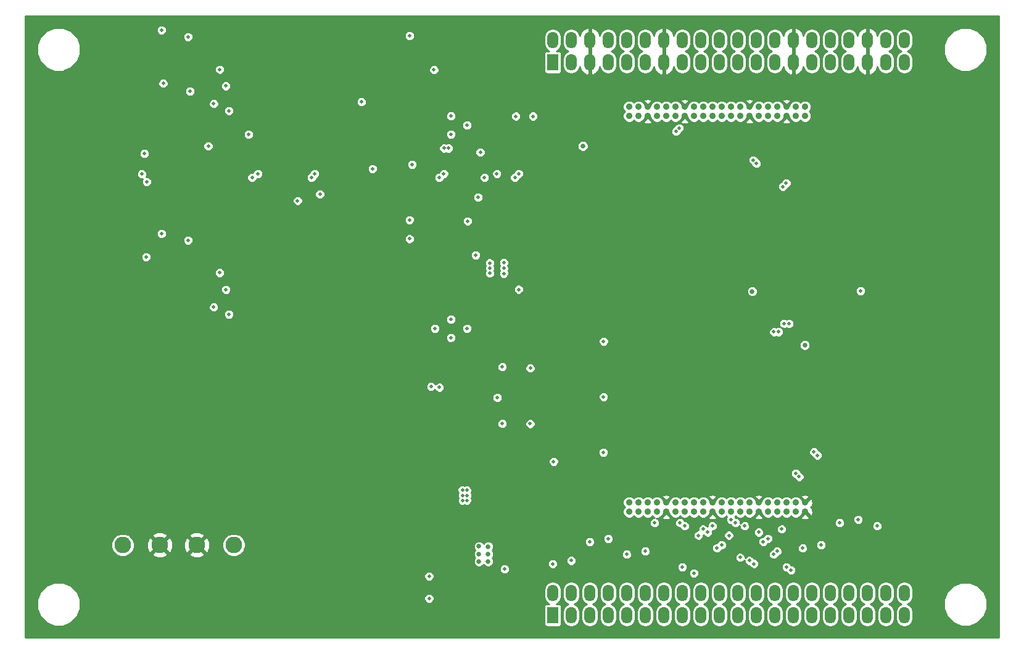
<source format=gbr>
G04 #@! TF.FileFunction,Copper,L2,Inr,Signal*
%FSLAX46Y46*%
G04 Gerber Fmt 4.6, Leading zero omitted, Abs format (unit mm)*
G04 Created by KiCad (PCBNEW 4.0.7) date 06/14/18 13:46:53*
%MOMM*%
%LPD*%
G01*
G04 APERTURE LIST*
%ADD10C,0.100000*%
%ADD11C,0.900000*%
%ADD12R,1.524000X2.286000*%
%ADD13O,1.524000X2.286000*%
%ADD14C,2.286000*%
%ADD15C,0.508000*%
%ADD16C,0.889000*%
%ADD17C,0.635000*%
%ADD18C,0.254000*%
G04 APERTURE END LIST*
D10*
D11*
X132902960Y-42164000D03*
X134172960Y-42164000D03*
X135442960Y-42164000D03*
X136712960Y-42164000D03*
X137982960Y-42164000D03*
X139252960Y-42164000D03*
X140522960Y-42164000D03*
X141792960Y-42164000D03*
X143062960Y-42164000D03*
X144332960Y-42164000D03*
X145602960Y-42164000D03*
X146872960Y-42164000D03*
X148142960Y-42164000D03*
X149412960Y-42164000D03*
X150682960Y-42164000D03*
X151952960Y-42164000D03*
X153222960Y-42164000D03*
X154492960Y-42164000D03*
X155762960Y-42164000D03*
X157032960Y-42164000D03*
X132902960Y-43434000D03*
X134172960Y-43434000D03*
X135442960Y-43434000D03*
X136712960Y-43434000D03*
X137982960Y-43434000D03*
X139252960Y-43434000D03*
X140522960Y-43434000D03*
X141792960Y-43434000D03*
X143062960Y-43434000D03*
X144332960Y-43434000D03*
X145602960Y-43434000D03*
X146872960Y-43434000D03*
X148142960Y-43434000D03*
X149412960Y-43434000D03*
X150682960Y-43434000D03*
X151952960Y-43434000D03*
X153222960Y-43434000D03*
X154492960Y-43434000D03*
X155762960Y-43434000D03*
X157032960Y-43434000D03*
X132902960Y-96520000D03*
X134172960Y-96520000D03*
X135442960Y-96520000D03*
X136712960Y-96520000D03*
X137982960Y-96520000D03*
X139252960Y-96520000D03*
X140522960Y-96520000D03*
X141792960Y-96520000D03*
X143062960Y-96520000D03*
X144332960Y-96520000D03*
X145602960Y-96520000D03*
X146872960Y-96520000D03*
X148142960Y-96520000D03*
X149412960Y-96520000D03*
X150682960Y-96520000D03*
X151952960Y-96520000D03*
X153222960Y-96520000D03*
X154492960Y-96520000D03*
X155762960Y-96520000D03*
X157032960Y-96520000D03*
X132902960Y-97790000D03*
X134172960Y-97790000D03*
X135442960Y-97790000D03*
X136712960Y-97790000D03*
X137982960Y-97790000D03*
X139252960Y-97790000D03*
X140522960Y-97790000D03*
X141792960Y-97790000D03*
X143062960Y-97790000D03*
X144332960Y-97790000D03*
X145602960Y-97790000D03*
X146872960Y-97790000D03*
X148142960Y-97790000D03*
X149412960Y-97790000D03*
X150682960Y-97790000D03*
X151952960Y-97790000D03*
X153222960Y-97790000D03*
X154492960Y-97790000D03*
X155762960Y-97790000D03*
X157032960Y-97790000D03*
D12*
X122428000Y-36068000D03*
D13*
X124968000Y-36068000D03*
X127508000Y-36068000D03*
X130048000Y-36068000D03*
X132588000Y-36068000D03*
X135128000Y-36068000D03*
X137668000Y-36068000D03*
X140208000Y-36068000D03*
X142748000Y-36068000D03*
X145288000Y-36068000D03*
X147828000Y-36068000D03*
X150368000Y-36068000D03*
X152908000Y-36068000D03*
X155448000Y-36068000D03*
X157988000Y-36068000D03*
X160528000Y-36068000D03*
X163068000Y-36068000D03*
X165608000Y-36068000D03*
X168148000Y-36068000D03*
X170688000Y-36068000D03*
X122428000Y-33020000D03*
X124968000Y-33020000D03*
X127508000Y-33020000D03*
X130048000Y-33020000D03*
X132588000Y-33020000D03*
X135128000Y-33020000D03*
X137668000Y-33020000D03*
X140208000Y-33020000D03*
X142748000Y-33020000D03*
X145288000Y-33020000D03*
X147828000Y-33020000D03*
X150368000Y-33020000D03*
X152908000Y-33020000D03*
X155448000Y-33020000D03*
X157988000Y-33020000D03*
X160528000Y-33020000D03*
X163068000Y-33020000D03*
X165608000Y-33020000D03*
X168148000Y-33020000D03*
X170688000Y-33020000D03*
D12*
X122428000Y-112014000D03*
D13*
X124968000Y-112014000D03*
X127508000Y-112014000D03*
X130048000Y-112014000D03*
X132588000Y-112014000D03*
X135128000Y-112014000D03*
X137668000Y-112014000D03*
X140208000Y-112014000D03*
X142748000Y-112014000D03*
X145288000Y-112014000D03*
X147828000Y-112014000D03*
X150368000Y-112014000D03*
X152908000Y-112014000D03*
X155448000Y-112014000D03*
X157988000Y-112014000D03*
X160528000Y-112014000D03*
X163068000Y-112014000D03*
X165608000Y-112014000D03*
X168148000Y-112014000D03*
X170688000Y-112014000D03*
X122428000Y-108966000D03*
X124968000Y-108966000D03*
X127508000Y-108966000D03*
X130048000Y-108966000D03*
X132588000Y-108966000D03*
X135128000Y-108966000D03*
X137668000Y-108966000D03*
X140208000Y-108966000D03*
X142748000Y-108966000D03*
X145288000Y-108966000D03*
X147828000Y-108966000D03*
X150368000Y-108966000D03*
X152908000Y-108966000D03*
X155448000Y-108966000D03*
X157988000Y-108966000D03*
X160528000Y-108966000D03*
X163068000Y-108966000D03*
X165608000Y-108966000D03*
X168148000Y-108966000D03*
X170688000Y-108966000D03*
D14*
X63408560Y-102362000D03*
X68488560Y-102362000D03*
X73568560Y-102362000D03*
X78648560Y-102362000D03*
D15*
X59065160Y-43266360D03*
X59827160Y-63027560D03*
X98308160Y-54602380D03*
X103121460Y-53299360D03*
X73314560Y-60495180D03*
X73312020Y-32555180D03*
X94404180Y-55229760D03*
X112664240Y-67861180D03*
X111005620Y-32801560D03*
X73058020Y-65730120D03*
X103886000Y-42031920D03*
X105239820Y-44058840D03*
X102532180Y-44061380D03*
X106824780Y-53842920D03*
X108775500Y-53840380D03*
X110075980Y-47939960D03*
X65519300Y-31628080D03*
X63309500Y-33545780D03*
X102532180Y-71991220D03*
X86042500Y-55143400D03*
X96253300Y-58148220D03*
X63309500Y-61485780D03*
X65519300Y-59585860D03*
X86042500Y-45953680D03*
X96253300Y-45961300D03*
X97675700Y-49171860D03*
X67594480Y-57701180D03*
X61701680Y-68854320D03*
X65336420Y-65659000D03*
X69227700Y-68704460D03*
X69232780Y-40769540D03*
X65331340Y-37716460D03*
X61704220Y-40911780D03*
X73060560Y-37795200D03*
X75725020Y-61625480D03*
D16*
X89910000Y-66040000D03*
D15*
X81180940Y-70665340D03*
X106118660Y-62133480D03*
X104968040Y-61338460D03*
X79910940Y-61422280D03*
X75727560Y-33685480D03*
X81180940Y-42705020D03*
X79916020Y-33421320D03*
D16*
X89910000Y-38100000D03*
D15*
X104965500Y-33403540D03*
X106118660Y-34196020D03*
X127828040Y-93444060D03*
X106680000Y-82359500D03*
X115824000Y-99695000D03*
D17*
X157010100Y-67409060D03*
X126552960Y-43042840D03*
X124825760Y-52044600D03*
D15*
X123169680Y-43464480D03*
X115310920Y-47177960D03*
X113908840Y-43459400D03*
X74490580Y-52362100D03*
X78473300Y-47561500D03*
X80726280Y-50855880D03*
X162514280Y-74975720D03*
X151513540Y-74975720D03*
X149811740Y-70904100D03*
X164675820Y-70906640D03*
X117525800Y-73858120D03*
X117972840Y-77058520D03*
X117525800Y-81500980D03*
X117972840Y-84660740D03*
X120365520Y-72892920D03*
X120362980Y-80515460D03*
X125503940Y-78201520D03*
X125503940Y-85826600D03*
X122562620Y-75664060D03*
X122562620Y-83284060D03*
X127622300Y-72892920D03*
X127622300Y-80515460D03*
X127596900Y-88130380D03*
X110220760Y-99598480D03*
X105448100Y-98465640D03*
D16*
X90931080Y-104743780D03*
D15*
X103121460Y-104744520D03*
X109702600Y-109667040D03*
X111800640Y-108140500D03*
X109705140Y-106481880D03*
X82443320Y-95544640D03*
X79664560Y-95547180D03*
X76573380Y-92400120D03*
X108887260Y-86982300D03*
X108173520Y-86969600D03*
X107386120Y-86967060D03*
X108887260Y-87762080D03*
X108173520Y-87762080D03*
X107383580Y-87762080D03*
X105717340Y-82356960D03*
X80992980Y-84183220D03*
X82288380Y-82847180D03*
X79598520Y-82847180D03*
X80995520Y-81473040D03*
X74058780Y-94122240D03*
X80096360Y-36431220D03*
X80096360Y-64569340D03*
X66380360Y-48600360D03*
X103121460Y-50091340D03*
X90464640Y-54173120D03*
D17*
X113573560Y-104607360D03*
X113573560Y-103591360D03*
X113573560Y-102575360D03*
X112303560Y-102552500D03*
X112303560Y-104607360D03*
X112303560Y-103591360D03*
D15*
X129374200Y-89629680D03*
X129399600Y-82014760D03*
X129401440Y-74392920D03*
X115493800Y-77886560D03*
X112478820Y-48409860D03*
X112151160Y-54594760D03*
X87409020Y-55067200D03*
X97678240Y-50670460D03*
X115824000Y-105664000D03*
D17*
X149811740Y-67510660D03*
X157012640Y-74909680D03*
X126552960Y-47551340D03*
D15*
X119710200Y-43467020D03*
X117368320Y-43461940D03*
X75138280Y-47558960D03*
X164668200Y-67447160D03*
X115491260Y-85689440D03*
X119334280Y-78064360D03*
X119331740Y-85704680D03*
X122549920Y-90906600D03*
X108455460Y-45940980D03*
X110662720Y-44686220D03*
X108458000Y-43431460D03*
X108455460Y-73868280D03*
X106253280Y-72613520D03*
X110662720Y-72613520D03*
X108460540Y-71358760D03*
X68727320Y-59588400D03*
X68729860Y-31628080D03*
X75890120Y-69692520D03*
X76702920Y-64957960D03*
X76713080Y-37033200D03*
X75892660Y-41752520D03*
X77972920Y-70665340D03*
X77970380Y-42707560D03*
X106870500Y-80708500D03*
X110614460Y-96225360D03*
X110030260Y-96225360D03*
X105453180Y-109682280D03*
X105453180Y-106646980D03*
X105717340Y-80594200D03*
X110614460Y-94818200D03*
X110027720Y-94810580D03*
X110614460Y-95539560D03*
X110030260Y-95539560D03*
X106118660Y-37089080D03*
X108132880Y-47853600D03*
X102760780Y-32405320D03*
X107482640Y-47858680D03*
X111836200Y-62534800D03*
X110723680Y-57863740D03*
X102758240Y-60302140D03*
X102760780Y-57711340D03*
X150708360Y-100606900D03*
X143690340Y-100606900D03*
X139331894Y-45544546D03*
X156723080Y-102781100D03*
X144973040Y-102776070D03*
X147500761Y-99301300D03*
X161792920Y-99311470D03*
X166936420Y-99743280D03*
X148770340Y-99743280D03*
X122428000Y-104937560D03*
X150045420Y-104935120D03*
X149922392Y-49480696D03*
X153428700Y-73088500D03*
X154002934Y-53116286D03*
X154165300Y-71945500D03*
X115702080Y-65062100D03*
X115702080Y-63566040D03*
X115702080Y-64338200D03*
X113771680Y-65001140D03*
X113771680Y-63611760D03*
X113771680Y-64338200D03*
X153850340Y-100175090D03*
X143062960Y-100175090D03*
X139798866Y-45077574D03*
X159258000Y-102344220D03*
X145602960Y-102344260D03*
X164343080Y-98861880D03*
X146872960Y-98861880D03*
X148142960Y-104071500D03*
X124968000Y-104503220D03*
X149412960Y-104503310D03*
X150389364Y-49947668D03*
X152768300Y-73088500D03*
X154469906Y-52649314D03*
X154825700Y-71945500D03*
X158277754Y-89568214D03*
X155125420Y-105798740D03*
X156247906Y-92984126D03*
X151323040Y-101912420D03*
X127508000Y-101912420D03*
X152742900Y-103639690D03*
X132588000Y-103639690D03*
X146601180Y-101038710D03*
X142420340Y-101038710D03*
X136403080Y-99311470D03*
X139880340Y-99311470D03*
X158744726Y-90035186D03*
X140208000Y-105366820D03*
X154492960Y-105366930D03*
X155780934Y-92517154D03*
X151952960Y-101480640D03*
X130048000Y-101480610D03*
X153222960Y-103207880D03*
X135128000Y-103207880D03*
X141790420Y-106230550D03*
X144335500Y-99743280D03*
X140522960Y-99743280D03*
X80670400Y-45953680D03*
X72638920Y-40030400D03*
X66024760Y-51394360D03*
X117736620Y-67256660D03*
X117736620Y-51366420D03*
X114833400Y-82105500D03*
X114752120Y-51366420D03*
X107475020Y-51366420D03*
X89771220Y-51366420D03*
X81978500Y-51366420D03*
X66685160Y-52461160D03*
X117223540Y-51879499D03*
X113057940Y-51879499D03*
X106832400Y-51879499D03*
X89301320Y-51879499D03*
X81155540Y-51879499D03*
X96161860Y-41498520D03*
X68958460Y-38943280D03*
X72369680Y-32557720D03*
X77556360Y-39303960D03*
X72367140Y-60497720D03*
X77558900Y-67284600D03*
X66606420Y-62791340D03*
D18*
G36*
X183643200Y-115063200D02*
X50036800Y-115063200D01*
X50036800Y-111083525D01*
X51612481Y-111083525D01*
X52067785Y-112185446D01*
X52910119Y-113029252D01*
X54011244Y-113486479D01*
X55203525Y-113487519D01*
X56305446Y-113032215D01*
X57149252Y-112189881D01*
X57606479Y-111088756D01*
X57606668Y-110871000D01*
X121225741Y-110871000D01*
X121225741Y-113157000D01*
X121255850Y-113317015D01*
X121350419Y-113463980D01*
X121494715Y-113562573D01*
X121666000Y-113597259D01*
X123190000Y-113597259D01*
X123350015Y-113567150D01*
X123496980Y-113472581D01*
X123595573Y-113328285D01*
X123630259Y-113157000D01*
X123630259Y-110871000D01*
X123600150Y-110710985D01*
X123505581Y-110564020D01*
X123361285Y-110465427D01*
X123190000Y-110430741D01*
X122959734Y-110430741D01*
X123272144Y-110221996D01*
X123530927Y-109834699D01*
X123621800Y-109377852D01*
X123621800Y-108554148D01*
X123774200Y-108554148D01*
X123774200Y-109377852D01*
X123865073Y-109834699D01*
X124123856Y-110221996D01*
X124511153Y-110480779D01*
X124557510Y-110490000D01*
X124511153Y-110499221D01*
X124123856Y-110758004D01*
X123865073Y-111145301D01*
X123774200Y-111602148D01*
X123774200Y-112425852D01*
X123865073Y-112882699D01*
X124123856Y-113269996D01*
X124511153Y-113528779D01*
X124968000Y-113619652D01*
X125424847Y-113528779D01*
X125812144Y-113269996D01*
X126070927Y-112882699D01*
X126161800Y-112425852D01*
X126161800Y-111602148D01*
X126070927Y-111145301D01*
X125812144Y-110758004D01*
X125424847Y-110499221D01*
X125378490Y-110490000D01*
X125424847Y-110480779D01*
X125812144Y-110221996D01*
X126070927Y-109834699D01*
X126161800Y-109377852D01*
X126161800Y-108554148D01*
X126314200Y-108554148D01*
X126314200Y-109377852D01*
X126405073Y-109834699D01*
X126663856Y-110221996D01*
X127051153Y-110480779D01*
X127097510Y-110490000D01*
X127051153Y-110499221D01*
X126663856Y-110758004D01*
X126405073Y-111145301D01*
X126314200Y-111602148D01*
X126314200Y-112425852D01*
X126405073Y-112882699D01*
X126663856Y-113269996D01*
X127051153Y-113528779D01*
X127508000Y-113619652D01*
X127964847Y-113528779D01*
X128352144Y-113269996D01*
X128610927Y-112882699D01*
X128701800Y-112425852D01*
X128701800Y-111602148D01*
X128610927Y-111145301D01*
X128352144Y-110758004D01*
X127964847Y-110499221D01*
X127918490Y-110490000D01*
X127964847Y-110480779D01*
X128352144Y-110221996D01*
X128610927Y-109834699D01*
X128701800Y-109377852D01*
X128701800Y-108554148D01*
X128854200Y-108554148D01*
X128854200Y-109377852D01*
X128945073Y-109834699D01*
X129203856Y-110221996D01*
X129591153Y-110480779D01*
X129637510Y-110490000D01*
X129591153Y-110499221D01*
X129203856Y-110758004D01*
X128945073Y-111145301D01*
X128854200Y-111602148D01*
X128854200Y-112425852D01*
X128945073Y-112882699D01*
X129203856Y-113269996D01*
X129591153Y-113528779D01*
X130048000Y-113619652D01*
X130504847Y-113528779D01*
X130892144Y-113269996D01*
X131150927Y-112882699D01*
X131241800Y-112425852D01*
X131241800Y-111602148D01*
X131150927Y-111145301D01*
X130892144Y-110758004D01*
X130504847Y-110499221D01*
X130458490Y-110490000D01*
X130504847Y-110480779D01*
X130892144Y-110221996D01*
X131150927Y-109834699D01*
X131241800Y-109377852D01*
X131241800Y-108554148D01*
X131394200Y-108554148D01*
X131394200Y-109377852D01*
X131485073Y-109834699D01*
X131743856Y-110221996D01*
X132131153Y-110480779D01*
X132177510Y-110490000D01*
X132131153Y-110499221D01*
X131743856Y-110758004D01*
X131485073Y-111145301D01*
X131394200Y-111602148D01*
X131394200Y-112425852D01*
X131485073Y-112882699D01*
X131743856Y-113269996D01*
X132131153Y-113528779D01*
X132588000Y-113619652D01*
X133044847Y-113528779D01*
X133432144Y-113269996D01*
X133690927Y-112882699D01*
X133781800Y-112425852D01*
X133781800Y-111602148D01*
X133690927Y-111145301D01*
X133432144Y-110758004D01*
X133044847Y-110499221D01*
X132998490Y-110490000D01*
X133044847Y-110480779D01*
X133432144Y-110221996D01*
X133690927Y-109834699D01*
X133781800Y-109377852D01*
X133781800Y-108554148D01*
X133934200Y-108554148D01*
X133934200Y-109377852D01*
X134025073Y-109834699D01*
X134283856Y-110221996D01*
X134671153Y-110480779D01*
X134717510Y-110490000D01*
X134671153Y-110499221D01*
X134283856Y-110758004D01*
X134025073Y-111145301D01*
X133934200Y-111602148D01*
X133934200Y-112425852D01*
X134025073Y-112882699D01*
X134283856Y-113269996D01*
X134671153Y-113528779D01*
X135128000Y-113619652D01*
X135584847Y-113528779D01*
X135972144Y-113269996D01*
X136230927Y-112882699D01*
X136321800Y-112425852D01*
X136321800Y-111602148D01*
X136230927Y-111145301D01*
X135972144Y-110758004D01*
X135584847Y-110499221D01*
X135538490Y-110490000D01*
X135584847Y-110480779D01*
X135972144Y-110221996D01*
X136230927Y-109834699D01*
X136321800Y-109377852D01*
X136321800Y-108554148D01*
X136474200Y-108554148D01*
X136474200Y-109377852D01*
X136565073Y-109834699D01*
X136823856Y-110221996D01*
X137211153Y-110480779D01*
X137257510Y-110490000D01*
X137211153Y-110499221D01*
X136823856Y-110758004D01*
X136565073Y-111145301D01*
X136474200Y-111602148D01*
X136474200Y-112425852D01*
X136565073Y-112882699D01*
X136823856Y-113269996D01*
X137211153Y-113528779D01*
X137668000Y-113619652D01*
X138124847Y-113528779D01*
X138512144Y-113269996D01*
X138770927Y-112882699D01*
X138861800Y-112425852D01*
X138861800Y-111602148D01*
X138770927Y-111145301D01*
X138512144Y-110758004D01*
X138124847Y-110499221D01*
X138078490Y-110490000D01*
X138124847Y-110480779D01*
X138512144Y-110221996D01*
X138770927Y-109834699D01*
X138861800Y-109377852D01*
X138861800Y-108554148D01*
X139014200Y-108554148D01*
X139014200Y-109377852D01*
X139105073Y-109834699D01*
X139363856Y-110221996D01*
X139751153Y-110480779D01*
X139797510Y-110490000D01*
X139751153Y-110499221D01*
X139363856Y-110758004D01*
X139105073Y-111145301D01*
X139014200Y-111602148D01*
X139014200Y-112425852D01*
X139105073Y-112882699D01*
X139363856Y-113269996D01*
X139751153Y-113528779D01*
X140208000Y-113619652D01*
X140664847Y-113528779D01*
X141052144Y-113269996D01*
X141310927Y-112882699D01*
X141401800Y-112425852D01*
X141401800Y-111602148D01*
X141310927Y-111145301D01*
X141052144Y-110758004D01*
X140664847Y-110499221D01*
X140618490Y-110490000D01*
X140664847Y-110480779D01*
X141052144Y-110221996D01*
X141310927Y-109834699D01*
X141401800Y-109377852D01*
X141401800Y-108554148D01*
X141554200Y-108554148D01*
X141554200Y-109377852D01*
X141645073Y-109834699D01*
X141903856Y-110221996D01*
X142291153Y-110480779D01*
X142337510Y-110490000D01*
X142291153Y-110499221D01*
X141903856Y-110758004D01*
X141645073Y-111145301D01*
X141554200Y-111602148D01*
X141554200Y-112425852D01*
X141645073Y-112882699D01*
X141903856Y-113269996D01*
X142291153Y-113528779D01*
X142748000Y-113619652D01*
X143204847Y-113528779D01*
X143592144Y-113269996D01*
X143850927Y-112882699D01*
X143941800Y-112425852D01*
X143941800Y-111602148D01*
X143850927Y-111145301D01*
X143592144Y-110758004D01*
X143204847Y-110499221D01*
X143158490Y-110490000D01*
X143204847Y-110480779D01*
X143592144Y-110221996D01*
X143850927Y-109834699D01*
X143941800Y-109377852D01*
X143941800Y-108554148D01*
X144094200Y-108554148D01*
X144094200Y-109377852D01*
X144185073Y-109834699D01*
X144443856Y-110221996D01*
X144831153Y-110480779D01*
X144877510Y-110490000D01*
X144831153Y-110499221D01*
X144443856Y-110758004D01*
X144185073Y-111145301D01*
X144094200Y-111602148D01*
X144094200Y-112425852D01*
X144185073Y-112882699D01*
X144443856Y-113269996D01*
X144831153Y-113528779D01*
X145288000Y-113619652D01*
X145744847Y-113528779D01*
X146132144Y-113269996D01*
X146390927Y-112882699D01*
X146481800Y-112425852D01*
X146481800Y-111602148D01*
X146390927Y-111145301D01*
X146132144Y-110758004D01*
X145744847Y-110499221D01*
X145698490Y-110490000D01*
X145744847Y-110480779D01*
X146132144Y-110221996D01*
X146390927Y-109834699D01*
X146481800Y-109377852D01*
X146481800Y-108554148D01*
X146634200Y-108554148D01*
X146634200Y-109377852D01*
X146725073Y-109834699D01*
X146983856Y-110221996D01*
X147371153Y-110480779D01*
X147417510Y-110490000D01*
X147371153Y-110499221D01*
X146983856Y-110758004D01*
X146725073Y-111145301D01*
X146634200Y-111602148D01*
X146634200Y-112425852D01*
X146725073Y-112882699D01*
X146983856Y-113269996D01*
X147371153Y-113528779D01*
X147828000Y-113619652D01*
X148284847Y-113528779D01*
X148672144Y-113269996D01*
X148930927Y-112882699D01*
X149021800Y-112425852D01*
X149021800Y-111602148D01*
X148930927Y-111145301D01*
X148672144Y-110758004D01*
X148284847Y-110499221D01*
X148238490Y-110490000D01*
X148284847Y-110480779D01*
X148672144Y-110221996D01*
X148930927Y-109834699D01*
X149021800Y-109377852D01*
X149021800Y-108554148D01*
X149174200Y-108554148D01*
X149174200Y-109377852D01*
X149265073Y-109834699D01*
X149523856Y-110221996D01*
X149911153Y-110480779D01*
X149957510Y-110490000D01*
X149911153Y-110499221D01*
X149523856Y-110758004D01*
X149265073Y-111145301D01*
X149174200Y-111602148D01*
X149174200Y-112425852D01*
X149265073Y-112882699D01*
X149523856Y-113269996D01*
X149911153Y-113528779D01*
X150368000Y-113619652D01*
X150824847Y-113528779D01*
X151212144Y-113269996D01*
X151470927Y-112882699D01*
X151561800Y-112425852D01*
X151561800Y-111602148D01*
X151470927Y-111145301D01*
X151212144Y-110758004D01*
X150824847Y-110499221D01*
X150778490Y-110490000D01*
X150824847Y-110480779D01*
X151212144Y-110221996D01*
X151470927Y-109834699D01*
X151561800Y-109377852D01*
X151561800Y-108554148D01*
X151714200Y-108554148D01*
X151714200Y-109377852D01*
X151805073Y-109834699D01*
X152063856Y-110221996D01*
X152451153Y-110480779D01*
X152497510Y-110490000D01*
X152451153Y-110499221D01*
X152063856Y-110758004D01*
X151805073Y-111145301D01*
X151714200Y-111602148D01*
X151714200Y-112425852D01*
X151805073Y-112882699D01*
X152063856Y-113269996D01*
X152451153Y-113528779D01*
X152908000Y-113619652D01*
X153364847Y-113528779D01*
X153752144Y-113269996D01*
X154010927Y-112882699D01*
X154101800Y-112425852D01*
X154101800Y-111602148D01*
X154010927Y-111145301D01*
X153752144Y-110758004D01*
X153364847Y-110499221D01*
X153318490Y-110490000D01*
X153364847Y-110480779D01*
X153752144Y-110221996D01*
X154010927Y-109834699D01*
X154101800Y-109377852D01*
X154101800Y-108554148D01*
X154254200Y-108554148D01*
X154254200Y-109377852D01*
X154345073Y-109834699D01*
X154603856Y-110221996D01*
X154991153Y-110480779D01*
X155037510Y-110490000D01*
X154991153Y-110499221D01*
X154603856Y-110758004D01*
X154345073Y-111145301D01*
X154254200Y-111602148D01*
X154254200Y-112425852D01*
X154345073Y-112882699D01*
X154603856Y-113269996D01*
X154991153Y-113528779D01*
X155448000Y-113619652D01*
X155904847Y-113528779D01*
X156292144Y-113269996D01*
X156550927Y-112882699D01*
X156641800Y-112425852D01*
X156641800Y-111602148D01*
X156550927Y-111145301D01*
X156292144Y-110758004D01*
X155904847Y-110499221D01*
X155858490Y-110490000D01*
X155904847Y-110480779D01*
X156292144Y-110221996D01*
X156550927Y-109834699D01*
X156641800Y-109377852D01*
X156641800Y-108554148D01*
X156794200Y-108554148D01*
X156794200Y-109377852D01*
X156885073Y-109834699D01*
X157143856Y-110221996D01*
X157531153Y-110480779D01*
X157577510Y-110490000D01*
X157531153Y-110499221D01*
X157143856Y-110758004D01*
X156885073Y-111145301D01*
X156794200Y-111602148D01*
X156794200Y-112425852D01*
X156885073Y-112882699D01*
X157143856Y-113269996D01*
X157531153Y-113528779D01*
X157988000Y-113619652D01*
X158444847Y-113528779D01*
X158832144Y-113269996D01*
X159090927Y-112882699D01*
X159181800Y-112425852D01*
X159181800Y-111602148D01*
X159090927Y-111145301D01*
X158832144Y-110758004D01*
X158444847Y-110499221D01*
X158398490Y-110490000D01*
X158444847Y-110480779D01*
X158832144Y-110221996D01*
X159090927Y-109834699D01*
X159181800Y-109377852D01*
X159181800Y-108554148D01*
X159334200Y-108554148D01*
X159334200Y-109377852D01*
X159425073Y-109834699D01*
X159683856Y-110221996D01*
X160071153Y-110480779D01*
X160117510Y-110490000D01*
X160071153Y-110499221D01*
X159683856Y-110758004D01*
X159425073Y-111145301D01*
X159334200Y-111602148D01*
X159334200Y-112425852D01*
X159425073Y-112882699D01*
X159683856Y-113269996D01*
X160071153Y-113528779D01*
X160528000Y-113619652D01*
X160984847Y-113528779D01*
X161372144Y-113269996D01*
X161630927Y-112882699D01*
X161721800Y-112425852D01*
X161721800Y-111602148D01*
X161630927Y-111145301D01*
X161372144Y-110758004D01*
X160984847Y-110499221D01*
X160938490Y-110490000D01*
X160984847Y-110480779D01*
X161372144Y-110221996D01*
X161630927Y-109834699D01*
X161721800Y-109377852D01*
X161721800Y-108554148D01*
X161874200Y-108554148D01*
X161874200Y-109377852D01*
X161965073Y-109834699D01*
X162223856Y-110221996D01*
X162611153Y-110480779D01*
X162657510Y-110490000D01*
X162611153Y-110499221D01*
X162223856Y-110758004D01*
X161965073Y-111145301D01*
X161874200Y-111602148D01*
X161874200Y-112425852D01*
X161965073Y-112882699D01*
X162223856Y-113269996D01*
X162611153Y-113528779D01*
X163068000Y-113619652D01*
X163524847Y-113528779D01*
X163912144Y-113269996D01*
X164170927Y-112882699D01*
X164261800Y-112425852D01*
X164261800Y-111602148D01*
X164170927Y-111145301D01*
X163912144Y-110758004D01*
X163524847Y-110499221D01*
X163478490Y-110490000D01*
X163524847Y-110480779D01*
X163912144Y-110221996D01*
X164170927Y-109834699D01*
X164261800Y-109377852D01*
X164261800Y-108554148D01*
X164414200Y-108554148D01*
X164414200Y-109377852D01*
X164505073Y-109834699D01*
X164763856Y-110221996D01*
X165151153Y-110480779D01*
X165197510Y-110490000D01*
X165151153Y-110499221D01*
X164763856Y-110758004D01*
X164505073Y-111145301D01*
X164414200Y-111602148D01*
X164414200Y-112425852D01*
X164505073Y-112882699D01*
X164763856Y-113269996D01*
X165151153Y-113528779D01*
X165608000Y-113619652D01*
X166064847Y-113528779D01*
X166452144Y-113269996D01*
X166710927Y-112882699D01*
X166801800Y-112425852D01*
X166801800Y-111602148D01*
X166710927Y-111145301D01*
X166452144Y-110758004D01*
X166064847Y-110499221D01*
X166018490Y-110490000D01*
X166064847Y-110480779D01*
X166452144Y-110221996D01*
X166710927Y-109834699D01*
X166801800Y-109377852D01*
X166801800Y-108554148D01*
X166954200Y-108554148D01*
X166954200Y-109377852D01*
X167045073Y-109834699D01*
X167303856Y-110221996D01*
X167691153Y-110480779D01*
X167737510Y-110490000D01*
X167691153Y-110499221D01*
X167303856Y-110758004D01*
X167045073Y-111145301D01*
X166954200Y-111602148D01*
X166954200Y-112425852D01*
X167045073Y-112882699D01*
X167303856Y-113269996D01*
X167691153Y-113528779D01*
X168148000Y-113619652D01*
X168604847Y-113528779D01*
X168992144Y-113269996D01*
X169250927Y-112882699D01*
X169341800Y-112425852D01*
X169341800Y-111602148D01*
X169250927Y-111145301D01*
X168992144Y-110758004D01*
X168604847Y-110499221D01*
X168558490Y-110490000D01*
X168604847Y-110480779D01*
X168992144Y-110221996D01*
X169250927Y-109834699D01*
X169341800Y-109377852D01*
X169341800Y-108554148D01*
X169494200Y-108554148D01*
X169494200Y-109377852D01*
X169585073Y-109834699D01*
X169843856Y-110221996D01*
X170231153Y-110480779D01*
X170277510Y-110490000D01*
X170231153Y-110499221D01*
X169843856Y-110758004D01*
X169585073Y-111145301D01*
X169494200Y-111602148D01*
X169494200Y-112425852D01*
X169585073Y-112882699D01*
X169843856Y-113269996D01*
X170231153Y-113528779D01*
X170688000Y-113619652D01*
X171144847Y-113528779D01*
X171532144Y-113269996D01*
X171790927Y-112882699D01*
X171881800Y-112425852D01*
X171881800Y-111602148D01*
X171790927Y-111145301D01*
X171749650Y-111083525D01*
X176072481Y-111083525D01*
X176527785Y-112185446D01*
X177370119Y-113029252D01*
X178471244Y-113486479D01*
X179663525Y-113487519D01*
X180765446Y-113032215D01*
X181609252Y-112189881D01*
X182066479Y-111088756D01*
X182067519Y-109896475D01*
X181612215Y-108794554D01*
X180769881Y-107950748D01*
X179668756Y-107493521D01*
X178476475Y-107492481D01*
X177374554Y-107947785D01*
X176530748Y-108790119D01*
X176073521Y-109891244D01*
X176072481Y-111083525D01*
X171749650Y-111083525D01*
X171532144Y-110758004D01*
X171144847Y-110499221D01*
X171098490Y-110490000D01*
X171144847Y-110480779D01*
X171532144Y-110221996D01*
X171790927Y-109834699D01*
X171881800Y-109377852D01*
X171881800Y-108554148D01*
X171790927Y-108097301D01*
X171532144Y-107710004D01*
X171144847Y-107451221D01*
X170688000Y-107360348D01*
X170231153Y-107451221D01*
X169843856Y-107710004D01*
X169585073Y-108097301D01*
X169494200Y-108554148D01*
X169341800Y-108554148D01*
X169250927Y-108097301D01*
X168992144Y-107710004D01*
X168604847Y-107451221D01*
X168148000Y-107360348D01*
X167691153Y-107451221D01*
X167303856Y-107710004D01*
X167045073Y-108097301D01*
X166954200Y-108554148D01*
X166801800Y-108554148D01*
X166710927Y-108097301D01*
X166452144Y-107710004D01*
X166064847Y-107451221D01*
X165608000Y-107360348D01*
X165151153Y-107451221D01*
X164763856Y-107710004D01*
X164505073Y-108097301D01*
X164414200Y-108554148D01*
X164261800Y-108554148D01*
X164170927Y-108097301D01*
X163912144Y-107710004D01*
X163524847Y-107451221D01*
X163068000Y-107360348D01*
X162611153Y-107451221D01*
X162223856Y-107710004D01*
X161965073Y-108097301D01*
X161874200Y-108554148D01*
X161721800Y-108554148D01*
X161630927Y-108097301D01*
X161372144Y-107710004D01*
X160984847Y-107451221D01*
X160528000Y-107360348D01*
X160071153Y-107451221D01*
X159683856Y-107710004D01*
X159425073Y-108097301D01*
X159334200Y-108554148D01*
X159181800Y-108554148D01*
X159090927Y-108097301D01*
X158832144Y-107710004D01*
X158444847Y-107451221D01*
X157988000Y-107360348D01*
X157531153Y-107451221D01*
X157143856Y-107710004D01*
X156885073Y-108097301D01*
X156794200Y-108554148D01*
X156641800Y-108554148D01*
X156550927Y-108097301D01*
X156292144Y-107710004D01*
X155904847Y-107451221D01*
X155448000Y-107360348D01*
X154991153Y-107451221D01*
X154603856Y-107710004D01*
X154345073Y-108097301D01*
X154254200Y-108554148D01*
X154101800Y-108554148D01*
X154010927Y-108097301D01*
X153752144Y-107710004D01*
X153364847Y-107451221D01*
X152908000Y-107360348D01*
X152451153Y-107451221D01*
X152063856Y-107710004D01*
X151805073Y-108097301D01*
X151714200Y-108554148D01*
X151561800Y-108554148D01*
X151470927Y-108097301D01*
X151212144Y-107710004D01*
X150824847Y-107451221D01*
X150368000Y-107360348D01*
X149911153Y-107451221D01*
X149523856Y-107710004D01*
X149265073Y-108097301D01*
X149174200Y-108554148D01*
X149021800Y-108554148D01*
X148930927Y-108097301D01*
X148672144Y-107710004D01*
X148284847Y-107451221D01*
X147828000Y-107360348D01*
X147371153Y-107451221D01*
X146983856Y-107710004D01*
X146725073Y-108097301D01*
X146634200Y-108554148D01*
X146481800Y-108554148D01*
X146390927Y-108097301D01*
X146132144Y-107710004D01*
X145744847Y-107451221D01*
X145288000Y-107360348D01*
X144831153Y-107451221D01*
X144443856Y-107710004D01*
X144185073Y-108097301D01*
X144094200Y-108554148D01*
X143941800Y-108554148D01*
X143850927Y-108097301D01*
X143592144Y-107710004D01*
X143204847Y-107451221D01*
X142748000Y-107360348D01*
X142291153Y-107451221D01*
X141903856Y-107710004D01*
X141645073Y-108097301D01*
X141554200Y-108554148D01*
X141401800Y-108554148D01*
X141310927Y-108097301D01*
X141052144Y-107710004D01*
X140664847Y-107451221D01*
X140208000Y-107360348D01*
X139751153Y-107451221D01*
X139363856Y-107710004D01*
X139105073Y-108097301D01*
X139014200Y-108554148D01*
X138861800Y-108554148D01*
X138770927Y-108097301D01*
X138512144Y-107710004D01*
X138124847Y-107451221D01*
X137668000Y-107360348D01*
X137211153Y-107451221D01*
X136823856Y-107710004D01*
X136565073Y-108097301D01*
X136474200Y-108554148D01*
X136321800Y-108554148D01*
X136230927Y-108097301D01*
X135972144Y-107710004D01*
X135584847Y-107451221D01*
X135128000Y-107360348D01*
X134671153Y-107451221D01*
X134283856Y-107710004D01*
X134025073Y-108097301D01*
X133934200Y-108554148D01*
X133781800Y-108554148D01*
X133690927Y-108097301D01*
X133432144Y-107710004D01*
X133044847Y-107451221D01*
X132588000Y-107360348D01*
X132131153Y-107451221D01*
X131743856Y-107710004D01*
X131485073Y-108097301D01*
X131394200Y-108554148D01*
X131241800Y-108554148D01*
X131150927Y-108097301D01*
X130892144Y-107710004D01*
X130504847Y-107451221D01*
X130048000Y-107360348D01*
X129591153Y-107451221D01*
X129203856Y-107710004D01*
X128945073Y-108097301D01*
X128854200Y-108554148D01*
X128701800Y-108554148D01*
X128610927Y-108097301D01*
X128352144Y-107710004D01*
X127964847Y-107451221D01*
X127508000Y-107360348D01*
X127051153Y-107451221D01*
X126663856Y-107710004D01*
X126405073Y-108097301D01*
X126314200Y-108554148D01*
X126161800Y-108554148D01*
X126070927Y-108097301D01*
X125812144Y-107710004D01*
X125424847Y-107451221D01*
X124968000Y-107360348D01*
X124511153Y-107451221D01*
X124123856Y-107710004D01*
X123865073Y-108097301D01*
X123774200Y-108554148D01*
X123621800Y-108554148D01*
X123530927Y-108097301D01*
X123272144Y-107710004D01*
X122884847Y-107451221D01*
X122428000Y-107360348D01*
X121971153Y-107451221D01*
X121583856Y-107710004D01*
X121325073Y-108097301D01*
X121234200Y-108554148D01*
X121234200Y-109377852D01*
X121325073Y-109834699D01*
X121583856Y-110221996D01*
X121896266Y-110430741D01*
X121666000Y-110430741D01*
X121505985Y-110460850D01*
X121359020Y-110555419D01*
X121260427Y-110699715D01*
X121225741Y-110871000D01*
X57606668Y-110871000D01*
X57607519Y-109896475D01*
X57575134Y-109818096D01*
X104767261Y-109818096D01*
X104871448Y-110070247D01*
X105064198Y-110263334D01*
X105316167Y-110367961D01*
X105588996Y-110368199D01*
X105841147Y-110264012D01*
X106034234Y-110071262D01*
X106138861Y-109819293D01*
X106139099Y-109546464D01*
X106034912Y-109294313D01*
X105842162Y-109101226D01*
X105590193Y-108996599D01*
X105317364Y-108996361D01*
X105065213Y-109100548D01*
X104872126Y-109293298D01*
X104767499Y-109545267D01*
X104767261Y-109818096D01*
X57575134Y-109818096D01*
X57152215Y-108794554D01*
X56309881Y-107950748D01*
X55208756Y-107493521D01*
X54016475Y-107492481D01*
X52914554Y-107947785D01*
X52070748Y-108790119D01*
X51613521Y-109891244D01*
X51612481Y-111083525D01*
X50036800Y-111083525D01*
X50036800Y-106782796D01*
X104767261Y-106782796D01*
X104871448Y-107034947D01*
X105064198Y-107228034D01*
X105316167Y-107332661D01*
X105588996Y-107332899D01*
X105841147Y-107228712D01*
X106034234Y-107035962D01*
X106138861Y-106783993D01*
X106139099Y-106511164D01*
X106079270Y-106366366D01*
X141104501Y-106366366D01*
X141208688Y-106618517D01*
X141401438Y-106811604D01*
X141653407Y-106916231D01*
X141926236Y-106916469D01*
X142178387Y-106812282D01*
X142371474Y-106619532D01*
X142476101Y-106367563D01*
X142476339Y-106094734D01*
X142372152Y-105842583D01*
X142179402Y-105649496D01*
X141927433Y-105544869D01*
X141654604Y-105544631D01*
X141402453Y-105648818D01*
X141209366Y-105841568D01*
X141104739Y-106093537D01*
X141104501Y-106366366D01*
X106079270Y-106366366D01*
X106034912Y-106259013D01*
X105842162Y-106065926D01*
X105590193Y-105961299D01*
X105317364Y-105961061D01*
X105065213Y-106065248D01*
X104872126Y-106257998D01*
X104767499Y-106509967D01*
X104767261Y-106782796D01*
X50036800Y-106782796D01*
X50036800Y-105799816D01*
X115138081Y-105799816D01*
X115242268Y-106051967D01*
X115435018Y-106245054D01*
X115686987Y-106349681D01*
X115959816Y-106349919D01*
X116211967Y-106245732D01*
X116405054Y-106052982D01*
X116509681Y-105801013D01*
X116509919Y-105528184D01*
X116405732Y-105276033D01*
X116212982Y-105082946D01*
X116189935Y-105073376D01*
X121742081Y-105073376D01*
X121846268Y-105325527D01*
X122039018Y-105518614D01*
X122290987Y-105623241D01*
X122563816Y-105623479D01*
X122815967Y-105519292D01*
X122832652Y-105502636D01*
X139522081Y-105502636D01*
X139626268Y-105754787D01*
X139819018Y-105947874D01*
X140070987Y-106052501D01*
X140343816Y-106052739D01*
X140595967Y-105948552D01*
X140789054Y-105755802D01*
X140893681Y-105503833D01*
X140893919Y-105231004D01*
X140789732Y-104978853D01*
X140596982Y-104785766D01*
X140345013Y-104681139D01*
X140072184Y-104680901D01*
X139820033Y-104785088D01*
X139626946Y-104977838D01*
X139522319Y-105229807D01*
X139522081Y-105502636D01*
X122832652Y-105502636D01*
X123009054Y-105326542D01*
X123113681Y-105074573D01*
X123113919Y-104801744D01*
X123046690Y-104639036D01*
X124282081Y-104639036D01*
X124386268Y-104891187D01*
X124579018Y-105084274D01*
X124830987Y-105188901D01*
X125103816Y-105189139D01*
X125355967Y-105084952D01*
X125549054Y-104892202D01*
X125653681Y-104640233D01*
X125653919Y-104367404D01*
X125549732Y-104115253D01*
X125356982Y-103922166D01*
X125105013Y-103817539D01*
X124832184Y-103817301D01*
X124580033Y-103921488D01*
X124386946Y-104114238D01*
X124282319Y-104366207D01*
X124282081Y-104639036D01*
X123046690Y-104639036D01*
X123009732Y-104549593D01*
X122816982Y-104356506D01*
X122565013Y-104251879D01*
X122292184Y-104251641D01*
X122040033Y-104355828D01*
X121846946Y-104548578D01*
X121742319Y-104800547D01*
X121742081Y-105073376D01*
X116189935Y-105073376D01*
X115961013Y-104978319D01*
X115688184Y-104978081D01*
X115436033Y-105082268D01*
X115242946Y-105275018D01*
X115138319Y-105526987D01*
X115138081Y-105799816D01*
X50036800Y-105799816D01*
X50036800Y-102673873D01*
X61833487Y-102673873D01*
X62072731Y-103252887D01*
X62515343Y-103696272D01*
X63093939Y-103936526D01*
X63720433Y-103937073D01*
X64299447Y-103697829D01*
X64379452Y-103617963D01*
X67412202Y-103617963D01*
X67528366Y-103899658D01*
X68189893Y-104150062D01*
X68896889Y-104128249D01*
X69448754Y-103899658D01*
X69564918Y-103617963D01*
X72492202Y-103617963D01*
X72608366Y-103899658D01*
X73269893Y-104150062D01*
X73976889Y-104128249D01*
X74528754Y-103899658D01*
X74644918Y-103617963D01*
X73568560Y-102541605D01*
X72492202Y-103617963D01*
X69564918Y-103617963D01*
X68488560Y-102541605D01*
X67412202Y-103617963D01*
X64379452Y-103617963D01*
X64742832Y-103255217D01*
X64983086Y-102676621D01*
X64983621Y-102063333D01*
X66700498Y-102063333D01*
X66722311Y-102770329D01*
X66950902Y-103322194D01*
X67232597Y-103438358D01*
X68308955Y-102362000D01*
X68668165Y-102362000D01*
X69744523Y-103438358D01*
X70026218Y-103322194D01*
X70276622Y-102660667D01*
X70258193Y-102063333D01*
X71780498Y-102063333D01*
X71802311Y-102770329D01*
X72030902Y-103322194D01*
X72312597Y-103438358D01*
X73388955Y-102362000D01*
X73748165Y-102362000D01*
X74824523Y-103438358D01*
X75106218Y-103322194D01*
X75351623Y-102673873D01*
X77073487Y-102673873D01*
X77312731Y-103252887D01*
X77755343Y-103696272D01*
X78333939Y-103936526D01*
X78960433Y-103937073D01*
X79539447Y-103697829D01*
X79982832Y-103255217D01*
X80213008Y-102700891D01*
X111554130Y-102700891D01*
X111667964Y-102976390D01*
X111763319Y-103071912D01*
X111668704Y-103166361D01*
X111554390Y-103441661D01*
X111554130Y-103739751D01*
X111667964Y-104015250D01*
X111751889Y-104099322D01*
X111668704Y-104182361D01*
X111554390Y-104457661D01*
X111554130Y-104755751D01*
X111667964Y-105031250D01*
X111878561Y-105242216D01*
X112153861Y-105356530D01*
X112451951Y-105356790D01*
X112727450Y-105242956D01*
X112938416Y-105032359D01*
X112938608Y-105031896D01*
X113148561Y-105242216D01*
X113423861Y-105356530D01*
X113721951Y-105356790D01*
X113997450Y-105242956D01*
X114208416Y-105032359D01*
X114322730Y-104757059D01*
X114322990Y-104458969D01*
X114209156Y-104183470D01*
X114125231Y-104099398D01*
X114208416Y-104016359D01*
X114308426Y-103775506D01*
X131902081Y-103775506D01*
X132006268Y-104027657D01*
X132199018Y-104220744D01*
X132450987Y-104325371D01*
X132723816Y-104325609D01*
X132975967Y-104221422D01*
X132990097Y-104207316D01*
X147457041Y-104207316D01*
X147561228Y-104459467D01*
X147753978Y-104652554D01*
X148005947Y-104757181D01*
X148278776Y-104757419D01*
X148530927Y-104653232D01*
X148724014Y-104460482D01*
X148727204Y-104452801D01*
X148727041Y-104639126D01*
X148831228Y-104891277D01*
X149023978Y-105084364D01*
X149275947Y-105188991D01*
X149408328Y-105189106D01*
X149463688Y-105323087D01*
X149656438Y-105516174D01*
X149908407Y-105620801D01*
X150181236Y-105621039D01*
X150433387Y-105516852D01*
X150447517Y-105502746D01*
X153807041Y-105502746D01*
X153911228Y-105754897D01*
X154103978Y-105947984D01*
X154355947Y-106052611D01*
X154488328Y-106052726D01*
X154543688Y-106186707D01*
X154736438Y-106379794D01*
X154988407Y-106484421D01*
X155261236Y-106484659D01*
X155513387Y-106380472D01*
X155706474Y-106187722D01*
X155811101Y-105935753D01*
X155811339Y-105662924D01*
X155707152Y-105410773D01*
X155514402Y-105217686D01*
X155262433Y-105113059D01*
X155130052Y-105112944D01*
X155074692Y-104978963D01*
X154881942Y-104785876D01*
X154629973Y-104681249D01*
X154357144Y-104681011D01*
X154104993Y-104785198D01*
X153911906Y-104977948D01*
X153807279Y-105229917D01*
X153807041Y-105502746D01*
X150447517Y-105502746D01*
X150626474Y-105324102D01*
X150731101Y-105072133D01*
X150731339Y-104799304D01*
X150627152Y-104547153D01*
X150434402Y-104354066D01*
X150182433Y-104249439D01*
X150050052Y-104249324D01*
X149994692Y-104115343D01*
X149801942Y-103922256D01*
X149549973Y-103817629D01*
X149277144Y-103817391D01*
X149024993Y-103921578D01*
X148831906Y-104114328D01*
X148828716Y-104122009D01*
X148828879Y-103935684D01*
X148762695Y-103775506D01*
X152056981Y-103775506D01*
X152161168Y-104027657D01*
X152353918Y-104220744D01*
X152605887Y-104325371D01*
X152878716Y-104325609D01*
X153130867Y-104221422D01*
X153323954Y-104028672D01*
X153384345Y-103883234D01*
X153610927Y-103789612D01*
X153804014Y-103596862D01*
X153908641Y-103344893D01*
X153908879Y-103072064D01*
X153844773Y-102916916D01*
X156037161Y-102916916D01*
X156141348Y-103169067D01*
X156334098Y-103362154D01*
X156586067Y-103466781D01*
X156858896Y-103467019D01*
X157111047Y-103362832D01*
X157304134Y-103170082D01*
X157408761Y-102918113D01*
X157408999Y-102645284D01*
X157340720Y-102480036D01*
X158572081Y-102480036D01*
X158676268Y-102732187D01*
X158869018Y-102925274D01*
X159120987Y-103029901D01*
X159393816Y-103030139D01*
X159645967Y-102925952D01*
X159839054Y-102733202D01*
X159943681Y-102481233D01*
X159943919Y-102208404D01*
X159839732Y-101956253D01*
X159646982Y-101763166D01*
X159395013Y-101658539D01*
X159122184Y-101658301D01*
X158870033Y-101762488D01*
X158676946Y-101955238D01*
X158572319Y-102207207D01*
X158572081Y-102480036D01*
X157340720Y-102480036D01*
X157304812Y-102393133D01*
X157112062Y-102200046D01*
X156860093Y-102095419D01*
X156587264Y-102095181D01*
X156335113Y-102199368D01*
X156142026Y-102392118D01*
X156037399Y-102644087D01*
X156037161Y-102916916D01*
X153844773Y-102916916D01*
X153804692Y-102819913D01*
X153611942Y-102626826D01*
X153359973Y-102522199D01*
X153087144Y-102521961D01*
X152834993Y-102626148D01*
X152641906Y-102818898D01*
X152581515Y-102964336D01*
X152354933Y-103057958D01*
X152161846Y-103250708D01*
X152057219Y-103502677D01*
X152056981Y-103775506D01*
X148762695Y-103775506D01*
X148724692Y-103683533D01*
X148531942Y-103490446D01*
X148279973Y-103385819D01*
X148007144Y-103385581D01*
X147754993Y-103489768D01*
X147561906Y-103682518D01*
X147457279Y-103934487D01*
X147457041Y-104207316D01*
X132990097Y-104207316D01*
X133169054Y-104028672D01*
X133273681Y-103776703D01*
X133273919Y-103503874D01*
X133207735Y-103343696D01*
X134442081Y-103343696D01*
X134546268Y-103595847D01*
X134739018Y-103788934D01*
X134990987Y-103893561D01*
X135263816Y-103893799D01*
X135515967Y-103789612D01*
X135709054Y-103596862D01*
X135813681Y-103344893D01*
X135813919Y-103072064D01*
X135747735Y-102911886D01*
X144287121Y-102911886D01*
X144391308Y-103164037D01*
X144584058Y-103357124D01*
X144836027Y-103461751D01*
X145108856Y-103461989D01*
X145361007Y-103357802D01*
X145554094Y-103165052D01*
X145610145Y-103030067D01*
X145738776Y-103030179D01*
X145990927Y-102925992D01*
X146184014Y-102733242D01*
X146288641Y-102481273D01*
X146288879Y-102208444D01*
X146222683Y-102048236D01*
X150637121Y-102048236D01*
X150741308Y-102300387D01*
X150934058Y-102493474D01*
X151186027Y-102598101D01*
X151458856Y-102598339D01*
X151711007Y-102494152D01*
X151904094Y-102301402D01*
X151960132Y-102166447D01*
X152088776Y-102166559D01*
X152340927Y-102062372D01*
X152534014Y-101869622D01*
X152638641Y-101617653D01*
X152638879Y-101344824D01*
X152534692Y-101092673D01*
X152341942Y-100899586D01*
X152089973Y-100794959D01*
X151817144Y-100794721D01*
X151564993Y-100898908D01*
X151371906Y-101091658D01*
X151315868Y-101226613D01*
X151187224Y-101226501D01*
X150935073Y-101330688D01*
X150741986Y-101523438D01*
X150637359Y-101775407D01*
X150637121Y-102048236D01*
X146222683Y-102048236D01*
X146184692Y-101956293D01*
X145991942Y-101763206D01*
X145739973Y-101658579D01*
X145467144Y-101658341D01*
X145214993Y-101762528D01*
X145021906Y-101955278D01*
X144965855Y-102090263D01*
X144837224Y-102090151D01*
X144585073Y-102194338D01*
X144391986Y-102387088D01*
X144287359Y-102639057D01*
X144287121Y-102911886D01*
X135747735Y-102911886D01*
X135709732Y-102819913D01*
X135516982Y-102626826D01*
X135265013Y-102522199D01*
X134992184Y-102521961D01*
X134740033Y-102626148D01*
X134546946Y-102818898D01*
X134442319Y-103070867D01*
X134442081Y-103343696D01*
X133207735Y-103343696D01*
X133169732Y-103251723D01*
X132976982Y-103058636D01*
X132725013Y-102954009D01*
X132452184Y-102953771D01*
X132200033Y-103057958D01*
X132006946Y-103250708D01*
X131902319Y-103502677D01*
X131902081Y-103775506D01*
X114308426Y-103775506D01*
X114322730Y-103741059D01*
X114322990Y-103442969D01*
X114209156Y-103167470D01*
X114125231Y-103083398D01*
X114208416Y-103000359D01*
X114322730Y-102725059D01*
X114322990Y-102426969D01*
X114209156Y-102151470D01*
X114106103Y-102048236D01*
X126822081Y-102048236D01*
X126926268Y-102300387D01*
X127119018Y-102493474D01*
X127370987Y-102598101D01*
X127643816Y-102598339D01*
X127895967Y-102494152D01*
X128089054Y-102301402D01*
X128193681Y-102049433D01*
X128193919Y-101776604D01*
X128127735Y-101616426D01*
X129362081Y-101616426D01*
X129466268Y-101868577D01*
X129659018Y-102061664D01*
X129910987Y-102166291D01*
X130183816Y-102166529D01*
X130435967Y-102062342D01*
X130629054Y-101869592D01*
X130733681Y-101617623D01*
X130733919Y-101344794D01*
X130663566Y-101174526D01*
X141734421Y-101174526D01*
X141838608Y-101426677D01*
X142031358Y-101619764D01*
X142283327Y-101724391D01*
X142556156Y-101724629D01*
X142808307Y-101620442D01*
X143001394Y-101427692D01*
X143106021Y-101175723D01*
X143106184Y-100989000D01*
X143108608Y-100994867D01*
X143301358Y-101187954D01*
X143553327Y-101292581D01*
X143826156Y-101292819D01*
X144078307Y-101188632D01*
X144092437Y-101174526D01*
X145915261Y-101174526D01*
X146019448Y-101426677D01*
X146212198Y-101619764D01*
X146464167Y-101724391D01*
X146736996Y-101724629D01*
X146989147Y-101620442D01*
X147182234Y-101427692D01*
X147286861Y-101175723D01*
X147287099Y-100902894D01*
X147220915Y-100742716D01*
X150022441Y-100742716D01*
X150126628Y-100994867D01*
X150319378Y-101187954D01*
X150571347Y-101292581D01*
X150844176Y-101292819D01*
X151096327Y-101188632D01*
X151289414Y-100995882D01*
X151394041Y-100743913D01*
X151394279Y-100471084D01*
X151328095Y-100310906D01*
X153164421Y-100310906D01*
X153268608Y-100563057D01*
X153461358Y-100756144D01*
X153713327Y-100860771D01*
X153986156Y-100861009D01*
X154238307Y-100756822D01*
X154431394Y-100564072D01*
X154536021Y-100312103D01*
X154536259Y-100039274D01*
X154432072Y-99787123D01*
X154239322Y-99594036D01*
X153987353Y-99489409D01*
X153714524Y-99489171D01*
X153462373Y-99593358D01*
X153269286Y-99786108D01*
X153164659Y-100038077D01*
X153164421Y-100310906D01*
X151328095Y-100310906D01*
X151290092Y-100218933D01*
X151097342Y-100025846D01*
X150845373Y-99921219D01*
X150572544Y-99920981D01*
X150320393Y-100025168D01*
X150127306Y-100217918D01*
X150022679Y-100469887D01*
X150022441Y-100742716D01*
X147220915Y-100742716D01*
X147182912Y-100650743D01*
X146990162Y-100457656D01*
X146738193Y-100353029D01*
X146465364Y-100352791D01*
X146213213Y-100456978D01*
X146020126Y-100649728D01*
X145915499Y-100901697D01*
X145915261Y-101174526D01*
X144092437Y-101174526D01*
X144271394Y-100995882D01*
X144376021Y-100743913D01*
X144376259Y-100471084D01*
X144358912Y-100429101D01*
X144471316Y-100429199D01*
X144723467Y-100325012D01*
X144916554Y-100132262D01*
X145021181Y-99880293D01*
X145021419Y-99607464D01*
X144917232Y-99355313D01*
X144724482Y-99162226D01*
X144472513Y-99057599D01*
X144199684Y-99057361D01*
X143947533Y-99161548D01*
X143754446Y-99354298D01*
X143649819Y-99606267D01*
X143649651Y-99799124D01*
X143644692Y-99787123D01*
X143451942Y-99594036D01*
X143199973Y-99489409D01*
X142927144Y-99489171D01*
X142674993Y-99593358D01*
X142481906Y-99786108D01*
X142377279Y-100038077D01*
X142377041Y-100310906D01*
X142394387Y-100352887D01*
X142284524Y-100352791D01*
X142032373Y-100456978D01*
X141839286Y-100649728D01*
X141734659Y-100901697D01*
X141734421Y-101174526D01*
X130663566Y-101174526D01*
X130629732Y-101092643D01*
X130436982Y-100899556D01*
X130185013Y-100794929D01*
X129912184Y-100794691D01*
X129660033Y-100898878D01*
X129466946Y-101091628D01*
X129362319Y-101343597D01*
X129362081Y-101616426D01*
X128127735Y-101616426D01*
X128089732Y-101524453D01*
X127896982Y-101331366D01*
X127645013Y-101226739D01*
X127372184Y-101226501D01*
X127120033Y-101330688D01*
X126926946Y-101523438D01*
X126822319Y-101775407D01*
X126822081Y-102048236D01*
X114106103Y-102048236D01*
X113998559Y-101940504D01*
X113723259Y-101826190D01*
X113425169Y-101825930D01*
X113149670Y-101939764D01*
X112945387Y-102143690D01*
X112939156Y-102128610D01*
X112728559Y-101917644D01*
X112453259Y-101803330D01*
X112155169Y-101803070D01*
X111879670Y-101916904D01*
X111668704Y-102127501D01*
X111554390Y-102402801D01*
X111554130Y-102700891D01*
X80213008Y-102700891D01*
X80223086Y-102676621D01*
X80223633Y-102050127D01*
X79984389Y-101471113D01*
X79541777Y-101027728D01*
X78963181Y-100787474D01*
X78336687Y-100786927D01*
X77757673Y-101026171D01*
X77314288Y-101468783D01*
X77074034Y-102047379D01*
X77073487Y-102673873D01*
X75351623Y-102673873D01*
X75356622Y-102660667D01*
X75334809Y-101953671D01*
X75106218Y-101401806D01*
X74824523Y-101285642D01*
X73748165Y-102362000D01*
X73388955Y-102362000D01*
X72312597Y-101285642D01*
X72030902Y-101401806D01*
X71780498Y-102063333D01*
X70258193Y-102063333D01*
X70254809Y-101953671D01*
X70026218Y-101401806D01*
X69744523Y-101285642D01*
X68668165Y-102362000D01*
X68308955Y-102362000D01*
X67232597Y-101285642D01*
X66950902Y-101401806D01*
X66700498Y-102063333D01*
X64983621Y-102063333D01*
X64983633Y-102050127D01*
X64744389Y-101471113D01*
X64379950Y-101106037D01*
X67412202Y-101106037D01*
X68488560Y-102182395D01*
X69564918Y-101106037D01*
X72492202Y-101106037D01*
X73568560Y-102182395D01*
X74644918Y-101106037D01*
X74528754Y-100824342D01*
X73867227Y-100573938D01*
X73160231Y-100595751D01*
X72608366Y-100824342D01*
X72492202Y-101106037D01*
X69564918Y-101106037D01*
X69448754Y-100824342D01*
X68787227Y-100573938D01*
X68080231Y-100595751D01*
X67528366Y-100824342D01*
X67412202Y-101106037D01*
X64379950Y-101106037D01*
X64301777Y-101027728D01*
X63723181Y-100787474D01*
X63096687Y-100786927D01*
X62517673Y-101026171D01*
X62074288Y-101468783D01*
X61834034Y-102047379D01*
X61833487Y-102673873D01*
X50036800Y-102673873D01*
X50036800Y-94946396D01*
X109341801Y-94946396D01*
X109437658Y-95178388D01*
X109344579Y-95402547D01*
X109344341Y-95675376D01*
X109429989Y-95882658D01*
X109344579Y-96088347D01*
X109344341Y-96361176D01*
X109448528Y-96613327D01*
X109641278Y-96806414D01*
X109893247Y-96911041D01*
X110166076Y-96911279D01*
X110322433Y-96846673D01*
X110477447Y-96911041D01*
X110750276Y-96911279D01*
X111002427Y-96807092D01*
X111115084Y-96694631D01*
X132021008Y-96694631D01*
X132154971Y-97018847D01*
X132290907Y-97155020D01*
X132155843Y-97289849D01*
X132021314Y-97613830D01*
X132021008Y-97964631D01*
X132154971Y-98288847D01*
X132402809Y-98537117D01*
X132726790Y-98671646D01*
X133077591Y-98671952D01*
X133401807Y-98537989D01*
X133537980Y-98402053D01*
X133672809Y-98537117D01*
X133996790Y-98671646D01*
X134347591Y-98671952D01*
X134671807Y-98537989D01*
X134807980Y-98402053D01*
X134942809Y-98537117D01*
X135266790Y-98671646D01*
X135617591Y-98671952D01*
X135941807Y-98537989D01*
X136077980Y-98402053D01*
X136212809Y-98537117D01*
X136426115Y-98625690D01*
X136267264Y-98625551D01*
X136015113Y-98729738D01*
X135822026Y-98922488D01*
X135717399Y-99174457D01*
X135717161Y-99447286D01*
X135821348Y-99699437D01*
X136014098Y-99892524D01*
X136266067Y-99997151D01*
X136538896Y-99997389D01*
X136791047Y-99893202D01*
X136984134Y-99700452D01*
X137088761Y-99448483D01*
X137088762Y-99447286D01*
X139194421Y-99447286D01*
X139298608Y-99699437D01*
X139491358Y-99892524D01*
X139743327Y-99997151D01*
X139885872Y-99997275D01*
X139941228Y-100131247D01*
X140133978Y-100324334D01*
X140385947Y-100428961D01*
X140658776Y-100429199D01*
X140910927Y-100325012D01*
X141104014Y-100132262D01*
X141208641Y-99880293D01*
X141208879Y-99607464D01*
X141104692Y-99355313D01*
X140911942Y-99162226D01*
X140659973Y-99057599D01*
X140517428Y-99057475D01*
X140462072Y-98923503D01*
X140269322Y-98730416D01*
X140017353Y-98625789D01*
X139744524Y-98625551D01*
X139492373Y-98729738D01*
X139299286Y-98922488D01*
X139194659Y-99174457D01*
X139194421Y-99447286D01*
X137088762Y-99447286D01*
X137088999Y-99175654D01*
X136984812Y-98923503D01*
X136792062Y-98730416D01*
X136650768Y-98671745D01*
X136887591Y-98671952D01*
X137197876Y-98543745D01*
X137408820Y-98543745D01*
X137439763Y-98753712D01*
X137849908Y-98888226D01*
X138280309Y-98855546D01*
X138526157Y-98753712D01*
X138557100Y-98543745D01*
X137982960Y-97969605D01*
X137408820Y-98543745D01*
X137197876Y-98543745D01*
X137211807Y-98537989D01*
X137460077Y-98290151D01*
X137571472Y-98021883D01*
X137803355Y-97790000D01*
X137789213Y-97775858D01*
X137954809Y-97610261D01*
X137980849Y-97608284D01*
X137982960Y-97610395D01*
X137985418Y-97607937D01*
X138007138Y-97606288D01*
X138176708Y-97775858D01*
X138162565Y-97790000D01*
X138394816Y-98022251D01*
X138504971Y-98288847D01*
X138752809Y-98537117D01*
X139076790Y-98671646D01*
X139427591Y-98671952D01*
X139751807Y-98537989D01*
X139887980Y-98402053D01*
X140022809Y-98537117D01*
X140346790Y-98671646D01*
X140697591Y-98671952D01*
X141021807Y-98537989D01*
X141157980Y-98402053D01*
X141292809Y-98537117D01*
X141616790Y-98671646D01*
X141967591Y-98671952D01*
X142291807Y-98537989D01*
X142427980Y-98402053D01*
X142562809Y-98537117D01*
X142886790Y-98671646D01*
X143237591Y-98671952D01*
X143547876Y-98543745D01*
X143758820Y-98543745D01*
X143789763Y-98753712D01*
X144199908Y-98888226D01*
X144630309Y-98855546D01*
X144876157Y-98753712D01*
X144907100Y-98543745D01*
X144332960Y-97969605D01*
X143758820Y-98543745D01*
X143547876Y-98543745D01*
X143561807Y-98537989D01*
X143810077Y-98290151D01*
X143921472Y-98021883D01*
X144153355Y-97790000D01*
X144139213Y-97775858D01*
X144304809Y-97610261D01*
X144330849Y-97608284D01*
X144332960Y-97610395D01*
X144335418Y-97607937D01*
X144357138Y-97606288D01*
X144526708Y-97775858D01*
X144512565Y-97790000D01*
X144744816Y-98022251D01*
X144854971Y-98288847D01*
X145102809Y-98537117D01*
X145426790Y-98671646D01*
X145777591Y-98671952D01*
X146101807Y-98537989D01*
X146237980Y-98402053D01*
X146300319Y-98464500D01*
X146291906Y-98472898D01*
X146187279Y-98724867D01*
X146187041Y-98997696D01*
X146291228Y-99249847D01*
X146483978Y-99442934D01*
X146735947Y-99547561D01*
X146860522Y-99547670D01*
X146919029Y-99689267D01*
X147111779Y-99882354D01*
X147363748Y-99986981D01*
X147636577Y-99987219D01*
X147888728Y-99883032D01*
X148081815Y-99690282D01*
X148084592Y-99683595D01*
X148084421Y-99879096D01*
X148188608Y-100131247D01*
X148381358Y-100324334D01*
X148633327Y-100428961D01*
X148906156Y-100429199D01*
X149158307Y-100325012D01*
X149351394Y-100132262D01*
X149456021Y-99880293D01*
X149456259Y-99607464D01*
X149390075Y-99447286D01*
X161107001Y-99447286D01*
X161211188Y-99699437D01*
X161403938Y-99892524D01*
X161655907Y-99997151D01*
X161928736Y-99997389D01*
X162180887Y-99893202D01*
X162195017Y-99879096D01*
X166250501Y-99879096D01*
X166354688Y-100131247D01*
X166547438Y-100324334D01*
X166799407Y-100428961D01*
X167072236Y-100429199D01*
X167324387Y-100325012D01*
X167517474Y-100132262D01*
X167622101Y-99880293D01*
X167622339Y-99607464D01*
X167518152Y-99355313D01*
X167325402Y-99162226D01*
X167073433Y-99057599D01*
X166800604Y-99057361D01*
X166548453Y-99161548D01*
X166355366Y-99354298D01*
X166250739Y-99606267D01*
X166250501Y-99879096D01*
X162195017Y-99879096D01*
X162373974Y-99700452D01*
X162478601Y-99448483D01*
X162478839Y-99175654D01*
X162405309Y-98997696D01*
X163657161Y-98997696D01*
X163761348Y-99249847D01*
X163954098Y-99442934D01*
X164206067Y-99547561D01*
X164478896Y-99547799D01*
X164731047Y-99443612D01*
X164924134Y-99250862D01*
X165028761Y-98998893D01*
X165028999Y-98726064D01*
X164924812Y-98473913D01*
X164732062Y-98280826D01*
X164480093Y-98176199D01*
X164207264Y-98175961D01*
X163955113Y-98280148D01*
X163762026Y-98472898D01*
X163657399Y-98724867D01*
X163657161Y-98997696D01*
X162405309Y-98997696D01*
X162374652Y-98923503D01*
X162181902Y-98730416D01*
X161929933Y-98625789D01*
X161657104Y-98625551D01*
X161404953Y-98729738D01*
X161211866Y-98922488D01*
X161107239Y-99174457D01*
X161107001Y-99447286D01*
X149390075Y-99447286D01*
X149352072Y-99355313D01*
X149159322Y-99162226D01*
X148907353Y-99057599D01*
X148634524Y-99057361D01*
X148382373Y-99161548D01*
X148189286Y-99354298D01*
X148186509Y-99360985D01*
X148186680Y-99165484D01*
X148082493Y-98913333D01*
X147889743Y-98720246D01*
X147637774Y-98615619D01*
X147513199Y-98615510D01*
X147454692Y-98473913D01*
X147445360Y-98464564D01*
X147507980Y-98402053D01*
X147642809Y-98537117D01*
X147966790Y-98671646D01*
X148317591Y-98671952D01*
X148641807Y-98537989D01*
X148777980Y-98402053D01*
X148912809Y-98537117D01*
X149236790Y-98671646D01*
X149587591Y-98671952D01*
X149897876Y-98543745D01*
X150108820Y-98543745D01*
X150139763Y-98753712D01*
X150549908Y-98888226D01*
X150980309Y-98855546D01*
X151226157Y-98753712D01*
X151257100Y-98543745D01*
X150682960Y-97969605D01*
X150108820Y-98543745D01*
X149897876Y-98543745D01*
X149911807Y-98537989D01*
X150160077Y-98290151D01*
X150271472Y-98021883D01*
X150503355Y-97790000D01*
X150489213Y-97775858D01*
X150654809Y-97610261D01*
X150680849Y-97608284D01*
X150682960Y-97610395D01*
X150685418Y-97607937D01*
X150707138Y-97606288D01*
X150876708Y-97775858D01*
X150862565Y-97790000D01*
X151094816Y-98022251D01*
X151204971Y-98288847D01*
X151452809Y-98537117D01*
X151776790Y-98671646D01*
X152127591Y-98671952D01*
X152451807Y-98537989D01*
X152587980Y-98402053D01*
X152722809Y-98537117D01*
X153046790Y-98671646D01*
X153397591Y-98671952D01*
X153721807Y-98537989D01*
X153857980Y-98402053D01*
X153992809Y-98537117D01*
X154316790Y-98671646D01*
X154667591Y-98671952D01*
X154991807Y-98537989D01*
X155127980Y-98402053D01*
X155262809Y-98537117D01*
X155586790Y-98671646D01*
X155937591Y-98671952D01*
X156247876Y-98543745D01*
X156458820Y-98543745D01*
X156489763Y-98753712D01*
X156899908Y-98888226D01*
X157330309Y-98855546D01*
X157576157Y-98753712D01*
X157607100Y-98543745D01*
X157032960Y-97969605D01*
X156458820Y-98543745D01*
X156247876Y-98543745D01*
X156261807Y-98537989D01*
X156510077Y-98290151D01*
X156621472Y-98021883D01*
X156853355Y-97790000D01*
X156839213Y-97775858D01*
X157004809Y-97610261D01*
X157030849Y-97608284D01*
X157032960Y-97610395D01*
X157035418Y-97607937D01*
X157057138Y-97606288D01*
X157226708Y-97775858D01*
X157212565Y-97790000D01*
X157786705Y-98364140D01*
X157996672Y-98333197D01*
X158131186Y-97923052D01*
X158098506Y-97492651D01*
X157996672Y-97246803D01*
X157883761Y-97230163D01*
X157903246Y-97210678D01*
X157847568Y-97155000D01*
X157903246Y-97099322D01*
X157883761Y-97079837D01*
X157996672Y-97063197D01*
X158131186Y-96653052D01*
X158098506Y-96222651D01*
X157996672Y-95976803D01*
X157786705Y-95945860D01*
X157212565Y-96520000D01*
X157226708Y-96534143D01*
X157061111Y-96699739D01*
X157035071Y-96701716D01*
X157032960Y-96699605D01*
X157030502Y-96702063D01*
X157008782Y-96703712D01*
X156839213Y-96534143D01*
X156853355Y-96520000D01*
X156621104Y-96287749D01*
X156510949Y-96021153D01*
X156263111Y-95772883D01*
X156247150Y-95766255D01*
X156458820Y-95766255D01*
X157032960Y-96340395D01*
X157607100Y-95766255D01*
X157576157Y-95556288D01*
X157166012Y-95421774D01*
X156735611Y-95454454D01*
X156489763Y-95556288D01*
X156458820Y-95766255D01*
X156247150Y-95766255D01*
X155939130Y-95638354D01*
X155588329Y-95638048D01*
X155264113Y-95772011D01*
X155127940Y-95907947D01*
X154993111Y-95772883D01*
X154669130Y-95638354D01*
X154318329Y-95638048D01*
X153994113Y-95772011D01*
X153857940Y-95907947D01*
X153723111Y-95772883D01*
X153399130Y-95638354D01*
X153048329Y-95638048D01*
X152724113Y-95772011D01*
X152587940Y-95907947D01*
X152453111Y-95772883D01*
X152129130Y-95638354D01*
X151778329Y-95638048D01*
X151454113Y-95772011D01*
X151205843Y-96019849D01*
X151094448Y-96288117D01*
X150862565Y-96520000D01*
X150876708Y-96534143D01*
X150711111Y-96699739D01*
X150685071Y-96701716D01*
X150682960Y-96699605D01*
X150680502Y-96702063D01*
X150658782Y-96703712D01*
X150489213Y-96534143D01*
X150503355Y-96520000D01*
X150271104Y-96287749D01*
X150160949Y-96021153D01*
X149913111Y-95772883D01*
X149897150Y-95766255D01*
X150108820Y-95766255D01*
X150682960Y-96340395D01*
X151257100Y-95766255D01*
X151226157Y-95556288D01*
X150816012Y-95421774D01*
X150385611Y-95454454D01*
X150139763Y-95556288D01*
X150108820Y-95766255D01*
X149897150Y-95766255D01*
X149589130Y-95638354D01*
X149238329Y-95638048D01*
X148914113Y-95772011D01*
X148777940Y-95907947D01*
X148643111Y-95772883D01*
X148319130Y-95638354D01*
X147968329Y-95638048D01*
X147644113Y-95772011D01*
X147507940Y-95907947D01*
X147373111Y-95772883D01*
X147049130Y-95638354D01*
X146698329Y-95638048D01*
X146374113Y-95772011D01*
X146237940Y-95907947D01*
X146103111Y-95772883D01*
X145779130Y-95638354D01*
X145428329Y-95638048D01*
X145104113Y-95772011D01*
X144855843Y-96019849D01*
X144744448Y-96288117D01*
X144512565Y-96520000D01*
X144526708Y-96534143D01*
X144361111Y-96699739D01*
X144335071Y-96701716D01*
X144332960Y-96699605D01*
X144330502Y-96702063D01*
X144308782Y-96703712D01*
X144139213Y-96534143D01*
X144153355Y-96520000D01*
X143921104Y-96287749D01*
X143810949Y-96021153D01*
X143563111Y-95772883D01*
X143547150Y-95766255D01*
X143758820Y-95766255D01*
X144332960Y-96340395D01*
X144907100Y-95766255D01*
X144876157Y-95556288D01*
X144466012Y-95421774D01*
X144035611Y-95454454D01*
X143789763Y-95556288D01*
X143758820Y-95766255D01*
X143547150Y-95766255D01*
X143239130Y-95638354D01*
X142888329Y-95638048D01*
X142564113Y-95772011D01*
X142427940Y-95907947D01*
X142293111Y-95772883D01*
X141969130Y-95638354D01*
X141618329Y-95638048D01*
X141294113Y-95772011D01*
X141157940Y-95907947D01*
X141023111Y-95772883D01*
X140699130Y-95638354D01*
X140348329Y-95638048D01*
X140024113Y-95772011D01*
X139887940Y-95907947D01*
X139753111Y-95772883D01*
X139429130Y-95638354D01*
X139078329Y-95638048D01*
X138754113Y-95772011D01*
X138505843Y-96019849D01*
X138394448Y-96288117D01*
X138162565Y-96520000D01*
X138176708Y-96534143D01*
X138011111Y-96699739D01*
X137985071Y-96701716D01*
X137982960Y-96699605D01*
X137980502Y-96702063D01*
X137958782Y-96703712D01*
X137789213Y-96534143D01*
X137803355Y-96520000D01*
X137571104Y-96287749D01*
X137460949Y-96021153D01*
X137213111Y-95772883D01*
X137197150Y-95766255D01*
X137408820Y-95766255D01*
X137982960Y-96340395D01*
X138557100Y-95766255D01*
X138526157Y-95556288D01*
X138116012Y-95421774D01*
X137685611Y-95454454D01*
X137439763Y-95556288D01*
X137408820Y-95766255D01*
X137197150Y-95766255D01*
X136889130Y-95638354D01*
X136538329Y-95638048D01*
X136214113Y-95772011D01*
X136077940Y-95907947D01*
X135943111Y-95772883D01*
X135619130Y-95638354D01*
X135268329Y-95638048D01*
X134944113Y-95772011D01*
X134807940Y-95907947D01*
X134673111Y-95772883D01*
X134349130Y-95638354D01*
X133998329Y-95638048D01*
X133674113Y-95772011D01*
X133537940Y-95907947D01*
X133403111Y-95772883D01*
X133079130Y-95638354D01*
X132728329Y-95638048D01*
X132404113Y-95772011D01*
X132155843Y-96019849D01*
X132021314Y-96343830D01*
X132021008Y-96694631D01*
X111115084Y-96694631D01*
X111195514Y-96614342D01*
X111300141Y-96362373D01*
X111300379Y-96089544D01*
X111214731Y-95882262D01*
X111300141Y-95676573D01*
X111300379Y-95403744D01*
X111207367Y-95178638D01*
X111300141Y-94955213D01*
X111300379Y-94682384D01*
X111196192Y-94430233D01*
X111003442Y-94237146D01*
X110751473Y-94132519D01*
X110478644Y-94132281D01*
X110330212Y-94193612D01*
X110164733Y-94124899D01*
X109891904Y-94124661D01*
X109639753Y-94228848D01*
X109446666Y-94421598D01*
X109342039Y-94673567D01*
X109341801Y-94946396D01*
X50036800Y-94946396D01*
X50036800Y-92652970D01*
X155095015Y-92652970D01*
X155199202Y-92905121D01*
X155391952Y-93098208D01*
X155586362Y-93178934D01*
X155666174Y-93372093D01*
X155858924Y-93565180D01*
X156110893Y-93669807D01*
X156383722Y-93670045D01*
X156635873Y-93565858D01*
X156828960Y-93373108D01*
X156933587Y-93121139D01*
X156933825Y-92848310D01*
X156829638Y-92596159D01*
X156636888Y-92403072D01*
X156442478Y-92322346D01*
X156362666Y-92129187D01*
X156169916Y-91936100D01*
X155917947Y-91831473D01*
X155645118Y-91831235D01*
X155392967Y-91935422D01*
X155199880Y-92128172D01*
X155095253Y-92380141D01*
X155095015Y-92652970D01*
X50036800Y-92652970D01*
X50036800Y-91042416D01*
X121864001Y-91042416D01*
X121968188Y-91294567D01*
X122160938Y-91487654D01*
X122412907Y-91592281D01*
X122685736Y-91592519D01*
X122937887Y-91488332D01*
X123130974Y-91295582D01*
X123235601Y-91043613D01*
X123235839Y-90770784D01*
X123131652Y-90518633D01*
X122938902Y-90325546D01*
X122686933Y-90220919D01*
X122414104Y-90220681D01*
X122161953Y-90324868D01*
X121968866Y-90517618D01*
X121864239Y-90769587D01*
X121864001Y-91042416D01*
X50036800Y-91042416D01*
X50036800Y-89765496D01*
X128688281Y-89765496D01*
X128792468Y-90017647D01*
X128985218Y-90210734D01*
X129237187Y-90315361D01*
X129510016Y-90315599D01*
X129762167Y-90211412D01*
X129955254Y-90018662D01*
X130059881Y-89766693D01*
X130059935Y-89704030D01*
X157591835Y-89704030D01*
X157696022Y-89956181D01*
X157888772Y-90149268D01*
X158083182Y-90229994D01*
X158162994Y-90423153D01*
X158355744Y-90616240D01*
X158607713Y-90720867D01*
X158880542Y-90721105D01*
X159132693Y-90616918D01*
X159325780Y-90424168D01*
X159430407Y-90172199D01*
X159430645Y-89899370D01*
X159326458Y-89647219D01*
X159133708Y-89454132D01*
X158939298Y-89373406D01*
X158859486Y-89180247D01*
X158666736Y-88987160D01*
X158414767Y-88882533D01*
X158141938Y-88882295D01*
X157889787Y-88986482D01*
X157696700Y-89179232D01*
X157592073Y-89431201D01*
X157591835Y-89704030D01*
X130059935Y-89704030D01*
X130060119Y-89493864D01*
X129955932Y-89241713D01*
X129763182Y-89048626D01*
X129511213Y-88943999D01*
X129238384Y-88943761D01*
X128986233Y-89047948D01*
X128793146Y-89240698D01*
X128688519Y-89492667D01*
X128688281Y-89765496D01*
X50036800Y-89765496D01*
X50036800Y-85825256D01*
X114805341Y-85825256D01*
X114909528Y-86077407D01*
X115102278Y-86270494D01*
X115354247Y-86375121D01*
X115627076Y-86375359D01*
X115879227Y-86271172D01*
X116072314Y-86078422D01*
X116171109Y-85840496D01*
X118645821Y-85840496D01*
X118750008Y-86092647D01*
X118942758Y-86285734D01*
X119194727Y-86390361D01*
X119467556Y-86390599D01*
X119719707Y-86286412D01*
X119912794Y-86093662D01*
X120017421Y-85841693D01*
X120017659Y-85568864D01*
X119913472Y-85316713D01*
X119720722Y-85123626D01*
X119468753Y-85018999D01*
X119195924Y-85018761D01*
X118943773Y-85122948D01*
X118750686Y-85315698D01*
X118646059Y-85567667D01*
X118645821Y-85840496D01*
X116171109Y-85840496D01*
X116176941Y-85826453D01*
X116177179Y-85553624D01*
X116072992Y-85301473D01*
X115880242Y-85108386D01*
X115628273Y-85003759D01*
X115355444Y-85003521D01*
X115103293Y-85107708D01*
X114910206Y-85300458D01*
X114805579Y-85552427D01*
X114805341Y-85825256D01*
X50036800Y-85825256D01*
X50036800Y-82241316D01*
X114147481Y-82241316D01*
X114251668Y-82493467D01*
X114444418Y-82686554D01*
X114696387Y-82791181D01*
X114969216Y-82791419D01*
X115221367Y-82687232D01*
X115414454Y-82494482D01*
X115519081Y-82242513D01*
X115519161Y-82150576D01*
X128713681Y-82150576D01*
X128817868Y-82402727D01*
X129010618Y-82595814D01*
X129262587Y-82700441D01*
X129535416Y-82700679D01*
X129787567Y-82596492D01*
X129980654Y-82403742D01*
X130085281Y-82151773D01*
X130085519Y-81878944D01*
X129981332Y-81626793D01*
X129788582Y-81433706D01*
X129536613Y-81329079D01*
X129263784Y-81328841D01*
X129011633Y-81433028D01*
X128818546Y-81625778D01*
X128713919Y-81877747D01*
X128713681Y-82150576D01*
X115519161Y-82150576D01*
X115519319Y-81969684D01*
X115415132Y-81717533D01*
X115222382Y-81524446D01*
X114970413Y-81419819D01*
X114697584Y-81419581D01*
X114445433Y-81523768D01*
X114252346Y-81716518D01*
X114147719Y-81968487D01*
X114147481Y-82241316D01*
X50036800Y-82241316D01*
X50036800Y-80730016D01*
X105031421Y-80730016D01*
X105135608Y-80982167D01*
X105328358Y-81175254D01*
X105580327Y-81279881D01*
X105853156Y-81280119D01*
X106105307Y-81175932D01*
X106258440Y-81023067D01*
X106288768Y-81096467D01*
X106481518Y-81289554D01*
X106733487Y-81394181D01*
X107006316Y-81394419D01*
X107258467Y-81290232D01*
X107451554Y-81097482D01*
X107556181Y-80845513D01*
X107556419Y-80572684D01*
X107452232Y-80320533D01*
X107259482Y-80127446D01*
X107007513Y-80022819D01*
X106734684Y-80022581D01*
X106482533Y-80126768D01*
X106329400Y-80279633D01*
X106299072Y-80206233D01*
X106106322Y-80013146D01*
X105854353Y-79908519D01*
X105581524Y-79908281D01*
X105329373Y-80012468D01*
X105136286Y-80205218D01*
X105031659Y-80457187D01*
X105031421Y-80730016D01*
X50036800Y-80730016D01*
X50036800Y-78022376D01*
X114807881Y-78022376D01*
X114912068Y-78274527D01*
X115104818Y-78467614D01*
X115356787Y-78572241D01*
X115629616Y-78572479D01*
X115881767Y-78468292D01*
X116074854Y-78275542D01*
X116106148Y-78200176D01*
X118648361Y-78200176D01*
X118752548Y-78452327D01*
X118945298Y-78645414D01*
X119197267Y-78750041D01*
X119470096Y-78750279D01*
X119722247Y-78646092D01*
X119915334Y-78453342D01*
X120019961Y-78201373D01*
X120020199Y-77928544D01*
X119916012Y-77676393D01*
X119723262Y-77483306D01*
X119471293Y-77378679D01*
X119198464Y-77378441D01*
X118946313Y-77482628D01*
X118753226Y-77675378D01*
X118648599Y-77927347D01*
X118648361Y-78200176D01*
X116106148Y-78200176D01*
X116179481Y-78023573D01*
X116179719Y-77750744D01*
X116075532Y-77498593D01*
X115882782Y-77305506D01*
X115630813Y-77200879D01*
X115357984Y-77200641D01*
X115105833Y-77304828D01*
X114912746Y-77497578D01*
X114808119Y-77749547D01*
X114807881Y-78022376D01*
X50036800Y-78022376D01*
X50036800Y-74004096D01*
X107769541Y-74004096D01*
X107873728Y-74256247D01*
X108066478Y-74449334D01*
X108318447Y-74553961D01*
X108591276Y-74554199D01*
X108652900Y-74528736D01*
X128715521Y-74528736D01*
X128819708Y-74780887D01*
X129012458Y-74973974D01*
X129264427Y-75078601D01*
X129537256Y-75078839D01*
X129587518Y-75058071D01*
X156263210Y-75058071D01*
X156377044Y-75333570D01*
X156587641Y-75544536D01*
X156862941Y-75658850D01*
X157161031Y-75659110D01*
X157436530Y-75545276D01*
X157647496Y-75334679D01*
X157761810Y-75059379D01*
X157762070Y-74761289D01*
X157648236Y-74485790D01*
X157437639Y-74274824D01*
X157162339Y-74160510D01*
X156864249Y-74160250D01*
X156588750Y-74274084D01*
X156377784Y-74484681D01*
X156263470Y-74759981D01*
X156263210Y-75058071D01*
X129587518Y-75058071D01*
X129789407Y-74974652D01*
X129982494Y-74781902D01*
X130087121Y-74529933D01*
X130087359Y-74257104D01*
X129983172Y-74004953D01*
X129790422Y-73811866D01*
X129538453Y-73707239D01*
X129265624Y-73707001D01*
X129013473Y-73811188D01*
X128820386Y-74003938D01*
X128715759Y-74255907D01*
X128715521Y-74528736D01*
X108652900Y-74528736D01*
X108843427Y-74450012D01*
X109036514Y-74257262D01*
X109141141Y-74005293D01*
X109141379Y-73732464D01*
X109037192Y-73480313D01*
X108844442Y-73287226D01*
X108592473Y-73182599D01*
X108319644Y-73182361D01*
X108067493Y-73286548D01*
X107874406Y-73479298D01*
X107769779Y-73731267D01*
X107769541Y-74004096D01*
X50036800Y-74004096D01*
X50036800Y-72749336D01*
X105567361Y-72749336D01*
X105671548Y-73001487D01*
X105864298Y-73194574D01*
X106116267Y-73299201D01*
X106389096Y-73299439D01*
X106641247Y-73195252D01*
X106834334Y-73002502D01*
X106938961Y-72750533D01*
X106938962Y-72749336D01*
X109976801Y-72749336D01*
X110080988Y-73001487D01*
X110273738Y-73194574D01*
X110525707Y-73299201D01*
X110798536Y-73299439D01*
X110980346Y-73224316D01*
X152082381Y-73224316D01*
X152186568Y-73476467D01*
X152379318Y-73669554D01*
X152631287Y-73774181D01*
X152904116Y-73774419D01*
X153098667Y-73694032D01*
X153291687Y-73774181D01*
X153564516Y-73774419D01*
X153816667Y-73670232D01*
X154009754Y-73477482D01*
X154114381Y-73225513D01*
X154114619Y-72952684D01*
X154010432Y-72700533D01*
X153879546Y-72569418D01*
X154028287Y-72631181D01*
X154301116Y-72631419D01*
X154495667Y-72551032D01*
X154688687Y-72631181D01*
X154961516Y-72631419D01*
X155213667Y-72527232D01*
X155406754Y-72334482D01*
X155511381Y-72082513D01*
X155511619Y-71809684D01*
X155407432Y-71557533D01*
X155214682Y-71364446D01*
X154962713Y-71259819D01*
X154689884Y-71259581D01*
X154495333Y-71339968D01*
X154302313Y-71259819D01*
X154029484Y-71259581D01*
X153777333Y-71363768D01*
X153584246Y-71556518D01*
X153479619Y-71808487D01*
X153479381Y-72081316D01*
X153583568Y-72333467D01*
X153714454Y-72464582D01*
X153565713Y-72402819D01*
X153292884Y-72402581D01*
X153098333Y-72482968D01*
X152905313Y-72402819D01*
X152632484Y-72402581D01*
X152380333Y-72506768D01*
X152187246Y-72699518D01*
X152082619Y-72951487D01*
X152082381Y-73224316D01*
X110980346Y-73224316D01*
X111050687Y-73195252D01*
X111243774Y-73002502D01*
X111348401Y-72750533D01*
X111348639Y-72477704D01*
X111244452Y-72225553D01*
X111051702Y-72032466D01*
X110799733Y-71927839D01*
X110526904Y-71927601D01*
X110274753Y-72031788D01*
X110081666Y-72224538D01*
X109977039Y-72476507D01*
X109976801Y-72749336D01*
X106938962Y-72749336D01*
X106939199Y-72477704D01*
X106835012Y-72225553D01*
X106642262Y-72032466D01*
X106390293Y-71927839D01*
X106117464Y-71927601D01*
X105865313Y-72031788D01*
X105672226Y-72224538D01*
X105567599Y-72476507D01*
X105567361Y-72749336D01*
X50036800Y-72749336D01*
X50036800Y-71494576D01*
X107774621Y-71494576D01*
X107878808Y-71746727D01*
X108071558Y-71939814D01*
X108323527Y-72044441D01*
X108596356Y-72044679D01*
X108848507Y-71940492D01*
X109041594Y-71747742D01*
X109146221Y-71495773D01*
X109146459Y-71222944D01*
X109042272Y-70970793D01*
X108849522Y-70777706D01*
X108597553Y-70673079D01*
X108324724Y-70672841D01*
X108072573Y-70777028D01*
X107879486Y-70969778D01*
X107774859Y-71221747D01*
X107774621Y-71494576D01*
X50036800Y-71494576D01*
X50036800Y-70801156D01*
X77287001Y-70801156D01*
X77391188Y-71053307D01*
X77583938Y-71246394D01*
X77835907Y-71351021D01*
X78108736Y-71351259D01*
X78360887Y-71247072D01*
X78553974Y-71054322D01*
X78658601Y-70802353D01*
X78658839Y-70529524D01*
X78554652Y-70277373D01*
X78361902Y-70084286D01*
X78109933Y-69979659D01*
X77837104Y-69979421D01*
X77584953Y-70083608D01*
X77391866Y-70276358D01*
X77287239Y-70528327D01*
X77287001Y-70801156D01*
X50036800Y-70801156D01*
X50036800Y-69828336D01*
X75204201Y-69828336D01*
X75308388Y-70080487D01*
X75501138Y-70273574D01*
X75753107Y-70378201D01*
X76025936Y-70378439D01*
X76278087Y-70274252D01*
X76471174Y-70081502D01*
X76575801Y-69829533D01*
X76576039Y-69556704D01*
X76471852Y-69304553D01*
X76279102Y-69111466D01*
X76027133Y-69006839D01*
X75754304Y-69006601D01*
X75502153Y-69110788D01*
X75309066Y-69303538D01*
X75204439Y-69555507D01*
X75204201Y-69828336D01*
X50036800Y-69828336D01*
X50036800Y-67420416D01*
X76872981Y-67420416D01*
X76977168Y-67672567D01*
X77169918Y-67865654D01*
X77421887Y-67970281D01*
X77694716Y-67970519D01*
X77946867Y-67866332D01*
X78139954Y-67673582D01*
X78244581Y-67421613D01*
X78244606Y-67392476D01*
X117050701Y-67392476D01*
X117154888Y-67644627D01*
X117347638Y-67837714D01*
X117599607Y-67942341D01*
X117872436Y-67942579D01*
X118124587Y-67838392D01*
X118304241Y-67659051D01*
X149062310Y-67659051D01*
X149176144Y-67934550D01*
X149386741Y-68145516D01*
X149662041Y-68259830D01*
X149960131Y-68260090D01*
X150235630Y-68146256D01*
X150446596Y-67935659D01*
X150560910Y-67660359D01*
X150560977Y-67582976D01*
X163982281Y-67582976D01*
X164086468Y-67835127D01*
X164279218Y-68028214D01*
X164531187Y-68132841D01*
X164804016Y-68133079D01*
X165056167Y-68028892D01*
X165249254Y-67836142D01*
X165353881Y-67584173D01*
X165354119Y-67311344D01*
X165249932Y-67059193D01*
X165057182Y-66866106D01*
X164805213Y-66761479D01*
X164532384Y-66761241D01*
X164280233Y-66865428D01*
X164087146Y-67058178D01*
X163982519Y-67310147D01*
X163982281Y-67582976D01*
X150560977Y-67582976D01*
X150561170Y-67362269D01*
X150447336Y-67086770D01*
X150236739Y-66875804D01*
X149961439Y-66761490D01*
X149663349Y-66761230D01*
X149387850Y-66875064D01*
X149176884Y-67085661D01*
X149062570Y-67360961D01*
X149062310Y-67659051D01*
X118304241Y-67659051D01*
X118317674Y-67645642D01*
X118422301Y-67393673D01*
X118422539Y-67120844D01*
X118318352Y-66868693D01*
X118125602Y-66675606D01*
X117873633Y-66570979D01*
X117600804Y-66570741D01*
X117348653Y-66674928D01*
X117155566Y-66867678D01*
X117050939Y-67119647D01*
X117050701Y-67392476D01*
X78244606Y-67392476D01*
X78244819Y-67148784D01*
X78140632Y-66896633D01*
X77947882Y-66703546D01*
X77695913Y-66598919D01*
X77423084Y-66598681D01*
X77170933Y-66702868D01*
X76977846Y-66895618D01*
X76873219Y-67147587D01*
X76872981Y-67420416D01*
X50036800Y-67420416D01*
X50036800Y-65093776D01*
X76017001Y-65093776D01*
X76121188Y-65345927D01*
X76313938Y-65539014D01*
X76565907Y-65643641D01*
X76838736Y-65643879D01*
X77090887Y-65539692D01*
X77283974Y-65346942D01*
X77388601Y-65094973D01*
X77388839Y-64822144D01*
X77284652Y-64569993D01*
X77091902Y-64376906D01*
X76839933Y-64272279D01*
X76567104Y-64272041D01*
X76314953Y-64376228D01*
X76121866Y-64568978D01*
X76017239Y-64820947D01*
X76017001Y-65093776D01*
X50036800Y-65093776D01*
X50036800Y-63747576D01*
X113085761Y-63747576D01*
X113179825Y-63975229D01*
X113085999Y-64201187D01*
X113085761Y-64474016D01*
X113166674Y-64669840D01*
X113085999Y-64864127D01*
X113085761Y-65136956D01*
X113189948Y-65389107D01*
X113382698Y-65582194D01*
X113634667Y-65686821D01*
X113907496Y-65687059D01*
X114159647Y-65582872D01*
X114352734Y-65390122D01*
X114457361Y-65138153D01*
X114457599Y-64865324D01*
X114376686Y-64669500D01*
X114457361Y-64475213D01*
X114457599Y-64202384D01*
X114363535Y-63974731D01*
X114457361Y-63748773D01*
X114457401Y-63701856D01*
X115016161Y-63701856D01*
X115119694Y-63952425D01*
X115016399Y-64201187D01*
X115016161Y-64474016D01*
X115109699Y-64700395D01*
X115016399Y-64925087D01*
X115016161Y-65197916D01*
X115120348Y-65450067D01*
X115313098Y-65643154D01*
X115565067Y-65747781D01*
X115837896Y-65748019D01*
X116090047Y-65643832D01*
X116283134Y-65451082D01*
X116387761Y-65199113D01*
X116387999Y-64926284D01*
X116294461Y-64699905D01*
X116387761Y-64475213D01*
X116387999Y-64202384D01*
X116284466Y-63951815D01*
X116387761Y-63703053D01*
X116387999Y-63430224D01*
X116283812Y-63178073D01*
X116091062Y-62984986D01*
X115839093Y-62880359D01*
X115566264Y-62880121D01*
X115314113Y-62984308D01*
X115121026Y-63177058D01*
X115016399Y-63429027D01*
X115016161Y-63701856D01*
X114457401Y-63701856D01*
X114457599Y-63475944D01*
X114353412Y-63223793D01*
X114160662Y-63030706D01*
X113908693Y-62926079D01*
X113635864Y-62925841D01*
X113383713Y-63030028D01*
X113190626Y-63222778D01*
X113085999Y-63474747D01*
X113085761Y-63747576D01*
X50036800Y-63747576D01*
X50036800Y-62927156D01*
X65920501Y-62927156D01*
X66024688Y-63179307D01*
X66217438Y-63372394D01*
X66469407Y-63477021D01*
X66742236Y-63477259D01*
X66994387Y-63373072D01*
X67187474Y-63180322D01*
X67292101Y-62928353D01*
X67292325Y-62670616D01*
X111150281Y-62670616D01*
X111254468Y-62922767D01*
X111447218Y-63115854D01*
X111699187Y-63220481D01*
X111972016Y-63220719D01*
X112224167Y-63116532D01*
X112417254Y-62923782D01*
X112521881Y-62671813D01*
X112522119Y-62398984D01*
X112417932Y-62146833D01*
X112225182Y-61953746D01*
X111973213Y-61849119D01*
X111700384Y-61848881D01*
X111448233Y-61953068D01*
X111255146Y-62145818D01*
X111150519Y-62397787D01*
X111150281Y-62670616D01*
X67292325Y-62670616D01*
X67292339Y-62655524D01*
X67188152Y-62403373D01*
X66995402Y-62210286D01*
X66743433Y-62105659D01*
X66470604Y-62105421D01*
X66218453Y-62209608D01*
X66025366Y-62402358D01*
X65920739Y-62654327D01*
X65920501Y-62927156D01*
X50036800Y-62927156D01*
X50036800Y-60633536D01*
X71681221Y-60633536D01*
X71785408Y-60885687D01*
X71978158Y-61078774D01*
X72230127Y-61183401D01*
X72502956Y-61183639D01*
X72755107Y-61079452D01*
X72948194Y-60886702D01*
X73052821Y-60634733D01*
X73052992Y-60437956D01*
X102072321Y-60437956D01*
X102176508Y-60690107D01*
X102369258Y-60883194D01*
X102621227Y-60987821D01*
X102894056Y-60988059D01*
X103146207Y-60883872D01*
X103339294Y-60691122D01*
X103443921Y-60439153D01*
X103444159Y-60166324D01*
X103339972Y-59914173D01*
X103147222Y-59721086D01*
X102895253Y-59616459D01*
X102622424Y-59616221D01*
X102370273Y-59720408D01*
X102177186Y-59913158D01*
X102072559Y-60165127D01*
X102072321Y-60437956D01*
X73052992Y-60437956D01*
X73053059Y-60361904D01*
X72948872Y-60109753D01*
X72756122Y-59916666D01*
X72504153Y-59812039D01*
X72231324Y-59811801D01*
X71979173Y-59915988D01*
X71786086Y-60108738D01*
X71681459Y-60360707D01*
X71681221Y-60633536D01*
X50036800Y-60633536D01*
X50036800Y-59724216D01*
X68041401Y-59724216D01*
X68145588Y-59976367D01*
X68338338Y-60169454D01*
X68590307Y-60274081D01*
X68863136Y-60274319D01*
X69115287Y-60170132D01*
X69308374Y-59977382D01*
X69413001Y-59725413D01*
X69413239Y-59452584D01*
X69309052Y-59200433D01*
X69116302Y-59007346D01*
X68864333Y-58902719D01*
X68591504Y-58902481D01*
X68339353Y-59006668D01*
X68146266Y-59199418D01*
X68041639Y-59451387D01*
X68041401Y-59724216D01*
X50036800Y-59724216D01*
X50036800Y-57847156D01*
X102074861Y-57847156D01*
X102179048Y-58099307D01*
X102371798Y-58292394D01*
X102623767Y-58397021D01*
X102896596Y-58397259D01*
X103148747Y-58293072D01*
X103341834Y-58100322D01*
X103383675Y-57999556D01*
X110037761Y-57999556D01*
X110141948Y-58251707D01*
X110334698Y-58444794D01*
X110586667Y-58549421D01*
X110859496Y-58549659D01*
X111111647Y-58445472D01*
X111304734Y-58252722D01*
X111409361Y-58000753D01*
X111409599Y-57727924D01*
X111305412Y-57475773D01*
X111112662Y-57282686D01*
X110860693Y-57178059D01*
X110587864Y-57177821D01*
X110335713Y-57282008D01*
X110142626Y-57474758D01*
X110037999Y-57726727D01*
X110037761Y-57999556D01*
X103383675Y-57999556D01*
X103446461Y-57848353D01*
X103446699Y-57575524D01*
X103342512Y-57323373D01*
X103149762Y-57130286D01*
X102897793Y-57025659D01*
X102624964Y-57025421D01*
X102372813Y-57129608D01*
X102179726Y-57322358D01*
X102075099Y-57574327D01*
X102074861Y-57847156D01*
X50036800Y-57847156D01*
X50036800Y-55203016D01*
X86723101Y-55203016D01*
X86827288Y-55455167D01*
X87020038Y-55648254D01*
X87272007Y-55752881D01*
X87544836Y-55753119D01*
X87796987Y-55648932D01*
X87990074Y-55456182D01*
X88094701Y-55204213D01*
X88094939Y-54931384D01*
X87990752Y-54679233D01*
X87798002Y-54486146D01*
X87546033Y-54381519D01*
X87273204Y-54381281D01*
X87021053Y-54485468D01*
X86827966Y-54678218D01*
X86723339Y-54930187D01*
X86723101Y-55203016D01*
X50036800Y-55203016D01*
X50036800Y-54308936D01*
X89778721Y-54308936D01*
X89882908Y-54561087D01*
X90075658Y-54754174D01*
X90327627Y-54858801D01*
X90600456Y-54859039D01*
X90852607Y-54754852D01*
X90876925Y-54730576D01*
X111465241Y-54730576D01*
X111569428Y-54982727D01*
X111762178Y-55175814D01*
X112014147Y-55280441D01*
X112286976Y-55280679D01*
X112539127Y-55176492D01*
X112732214Y-54983742D01*
X112836841Y-54731773D01*
X112837079Y-54458944D01*
X112732892Y-54206793D01*
X112540142Y-54013706D01*
X112288173Y-53909079D01*
X112015344Y-53908841D01*
X111763193Y-54013028D01*
X111570106Y-54205778D01*
X111465479Y-54457747D01*
X111465241Y-54730576D01*
X90876925Y-54730576D01*
X91045694Y-54562102D01*
X91150321Y-54310133D01*
X91150559Y-54037304D01*
X91046372Y-53785153D01*
X90853622Y-53592066D01*
X90601653Y-53487439D01*
X90328824Y-53487201D01*
X90076673Y-53591388D01*
X89883586Y-53784138D01*
X89778959Y-54036107D01*
X89778721Y-54308936D01*
X50036800Y-54308936D01*
X50036800Y-53252102D01*
X153317015Y-53252102D01*
X153421202Y-53504253D01*
X153613952Y-53697340D01*
X153865921Y-53801967D01*
X154138750Y-53802205D01*
X154390901Y-53698018D01*
X154583988Y-53505268D01*
X154664714Y-53310858D01*
X154857873Y-53231046D01*
X155050960Y-53038296D01*
X155155587Y-52786327D01*
X155155825Y-52513498D01*
X155051638Y-52261347D01*
X154858888Y-52068260D01*
X154606919Y-51963633D01*
X154334090Y-51963395D01*
X154081939Y-52067582D01*
X153888852Y-52260332D01*
X153808126Y-52454742D01*
X153614967Y-52534554D01*
X153421880Y-52727304D01*
X153317253Y-52979273D01*
X153317015Y-53252102D01*
X50036800Y-53252102D01*
X50036800Y-51530176D01*
X65338841Y-51530176D01*
X65443028Y-51782327D01*
X65635778Y-51975414D01*
X65887747Y-52080041D01*
X66100764Y-52080227D01*
X65999479Y-52324147D01*
X65999241Y-52596976D01*
X66103428Y-52849127D01*
X66296178Y-53042214D01*
X66548147Y-53146841D01*
X66820976Y-53147079D01*
X67073127Y-53042892D01*
X67266214Y-52850142D01*
X67370841Y-52598173D01*
X67371079Y-52325344D01*
X67266892Y-52073193D01*
X67209116Y-52015315D01*
X80469621Y-52015315D01*
X80573808Y-52267466D01*
X80766558Y-52460553D01*
X81018527Y-52565180D01*
X81291356Y-52565418D01*
X81543507Y-52461231D01*
X81736594Y-52268481D01*
X81828656Y-52046773D01*
X81841487Y-52052101D01*
X82114316Y-52052339D01*
X82203920Y-52015315D01*
X88615401Y-52015315D01*
X88719588Y-52267466D01*
X88912338Y-52460553D01*
X89164307Y-52565180D01*
X89437136Y-52565418D01*
X89689287Y-52461231D01*
X89882374Y-52268481D01*
X89985605Y-52019875D01*
X89996640Y-52015315D01*
X106146481Y-52015315D01*
X106250668Y-52267466D01*
X106443418Y-52460553D01*
X106695387Y-52565180D01*
X106968216Y-52565418D01*
X107220367Y-52461231D01*
X107413454Y-52268481D01*
X107503243Y-52052245D01*
X107610836Y-52052339D01*
X107700440Y-52015315D01*
X112372021Y-52015315D01*
X112476208Y-52267466D01*
X112668958Y-52460553D01*
X112920927Y-52565180D01*
X113193756Y-52565418D01*
X113445907Y-52461231D01*
X113638994Y-52268481D01*
X113743621Y-52016512D01*
X113743859Y-51743683D01*
X113644095Y-51502236D01*
X114066201Y-51502236D01*
X114170388Y-51754387D01*
X114363138Y-51947474D01*
X114615107Y-52052101D01*
X114887936Y-52052339D01*
X114977540Y-52015315D01*
X116537621Y-52015315D01*
X116641808Y-52267466D01*
X116834558Y-52460553D01*
X117086527Y-52565180D01*
X117359356Y-52565418D01*
X117611507Y-52461231D01*
X117804594Y-52268481D01*
X117898882Y-52041412D01*
X118124587Y-51948152D01*
X118317674Y-51755402D01*
X118422301Y-51503433D01*
X118422539Y-51230604D01*
X118318352Y-50978453D01*
X118125602Y-50785366D01*
X117873633Y-50680739D01*
X117600804Y-50680501D01*
X117348653Y-50784688D01*
X117155566Y-50977438D01*
X117061278Y-51204507D01*
X116835573Y-51297767D01*
X116642486Y-51490517D01*
X116537859Y-51742486D01*
X116537621Y-52015315D01*
X114977540Y-52015315D01*
X115140087Y-51948152D01*
X115333174Y-51755402D01*
X115437801Y-51503433D01*
X115438039Y-51230604D01*
X115333852Y-50978453D01*
X115141102Y-50785366D01*
X114889133Y-50680739D01*
X114616304Y-50680501D01*
X114364153Y-50784688D01*
X114171066Y-50977438D01*
X114066439Y-51229407D01*
X114066201Y-51502236D01*
X113644095Y-51502236D01*
X113639672Y-51491532D01*
X113446922Y-51298445D01*
X113194953Y-51193818D01*
X112922124Y-51193580D01*
X112669973Y-51297767D01*
X112476886Y-51490517D01*
X112372259Y-51742486D01*
X112372021Y-52015315D01*
X107700440Y-52015315D01*
X107862987Y-51948152D01*
X108056074Y-51755402D01*
X108160701Y-51503433D01*
X108160939Y-51230604D01*
X108056752Y-50978453D01*
X107864002Y-50785366D01*
X107612033Y-50680739D01*
X107339204Y-50680501D01*
X107087053Y-50784688D01*
X106893966Y-50977438D01*
X106804177Y-51193674D01*
X106696584Y-51193580D01*
X106444433Y-51297767D01*
X106251346Y-51490517D01*
X106146719Y-51742486D01*
X106146481Y-52015315D01*
X89996640Y-52015315D01*
X90159187Y-51948152D01*
X90352274Y-51755402D01*
X90456901Y-51503433D01*
X90457139Y-51230604D01*
X90352952Y-50978453D01*
X90181076Y-50806276D01*
X96992321Y-50806276D01*
X97096508Y-51058427D01*
X97289258Y-51251514D01*
X97541227Y-51356141D01*
X97814056Y-51356379D01*
X98066207Y-51252192D01*
X98259294Y-51059442D01*
X98363921Y-50807473D01*
X98364159Y-50534644D01*
X98259972Y-50282493D01*
X98204732Y-50227156D01*
X102435541Y-50227156D01*
X102539728Y-50479307D01*
X102732478Y-50672394D01*
X102984447Y-50777021D01*
X103257276Y-50777259D01*
X103509427Y-50673072D01*
X103702514Y-50480322D01*
X103807141Y-50228353D01*
X103807379Y-49955524D01*
X103703192Y-49703373D01*
X103616483Y-49616512D01*
X149236473Y-49616512D01*
X149340660Y-49868663D01*
X149533410Y-50061750D01*
X149727820Y-50142476D01*
X149807632Y-50335635D01*
X150000382Y-50528722D01*
X150252351Y-50633349D01*
X150525180Y-50633587D01*
X150777331Y-50529400D01*
X150970418Y-50336650D01*
X151075045Y-50084681D01*
X151075283Y-49811852D01*
X150971096Y-49559701D01*
X150778346Y-49366614D01*
X150583936Y-49285888D01*
X150504124Y-49092729D01*
X150311374Y-48899642D01*
X150059405Y-48795015D01*
X149786576Y-48794777D01*
X149534425Y-48898964D01*
X149341338Y-49091714D01*
X149236711Y-49343683D01*
X149236473Y-49616512D01*
X103616483Y-49616512D01*
X103510442Y-49510286D01*
X103258473Y-49405659D01*
X102985644Y-49405421D01*
X102733493Y-49509608D01*
X102540406Y-49702358D01*
X102435779Y-49954327D01*
X102435541Y-50227156D01*
X98204732Y-50227156D01*
X98067222Y-50089406D01*
X97815253Y-49984779D01*
X97542424Y-49984541D01*
X97290273Y-50088728D01*
X97097186Y-50281478D01*
X96992559Y-50533447D01*
X96992321Y-50806276D01*
X90181076Y-50806276D01*
X90160202Y-50785366D01*
X89908233Y-50680739D01*
X89635404Y-50680501D01*
X89383253Y-50784688D01*
X89190166Y-50977438D01*
X89086935Y-51226044D01*
X88913353Y-51297767D01*
X88720266Y-51490517D01*
X88615639Y-51742486D01*
X88615401Y-52015315D01*
X82203920Y-52015315D01*
X82366467Y-51948152D01*
X82559554Y-51755402D01*
X82664181Y-51503433D01*
X82664419Y-51230604D01*
X82560232Y-50978453D01*
X82367482Y-50785366D01*
X82115513Y-50680739D01*
X81842684Y-50680501D01*
X81590533Y-50784688D01*
X81397446Y-50977438D01*
X81305384Y-51199146D01*
X81292553Y-51193818D01*
X81019724Y-51193580D01*
X80767573Y-51297767D01*
X80574486Y-51490517D01*
X80469859Y-51742486D01*
X80469621Y-52015315D01*
X67209116Y-52015315D01*
X67074142Y-51880106D01*
X66822173Y-51775479D01*
X66609156Y-51775293D01*
X66710441Y-51531373D01*
X66710679Y-51258544D01*
X66606492Y-51006393D01*
X66413742Y-50813306D01*
X66161773Y-50708679D01*
X65888944Y-50708441D01*
X65636793Y-50812628D01*
X65443706Y-51005378D01*
X65339079Y-51257347D01*
X65338841Y-51530176D01*
X50036800Y-51530176D01*
X50036800Y-48736176D01*
X65694441Y-48736176D01*
X65798628Y-48988327D01*
X65991378Y-49181414D01*
X66243347Y-49286041D01*
X66516176Y-49286279D01*
X66768327Y-49182092D01*
X66961414Y-48989342D01*
X67066041Y-48737373D01*
X67066208Y-48545676D01*
X111792901Y-48545676D01*
X111897088Y-48797827D01*
X112089838Y-48990914D01*
X112341807Y-49095541D01*
X112614636Y-49095779D01*
X112866787Y-48991592D01*
X113059874Y-48798842D01*
X113164501Y-48546873D01*
X113164739Y-48274044D01*
X113060552Y-48021893D01*
X112867802Y-47828806D01*
X112615833Y-47724179D01*
X112343004Y-47723941D01*
X112090853Y-47828128D01*
X111897766Y-48020878D01*
X111793139Y-48272847D01*
X111792901Y-48545676D01*
X67066208Y-48545676D01*
X67066279Y-48464544D01*
X66962092Y-48212393D01*
X66769342Y-48019306D01*
X66517373Y-47914679D01*
X66244544Y-47914441D01*
X65992393Y-48018628D01*
X65799306Y-48211378D01*
X65694679Y-48463347D01*
X65694441Y-48736176D01*
X50036800Y-48736176D01*
X50036800Y-47694776D01*
X74452361Y-47694776D01*
X74556548Y-47946927D01*
X74749298Y-48140014D01*
X75001267Y-48244641D01*
X75274096Y-48244879D01*
X75526247Y-48140692D01*
X75672698Y-47994496D01*
X106796721Y-47994496D01*
X106900908Y-48246647D01*
X107093658Y-48439734D01*
X107345627Y-48544361D01*
X107618456Y-48544599D01*
X107814047Y-48463782D01*
X107995867Y-48539281D01*
X108268696Y-48539519D01*
X108520847Y-48435332D01*
X108713934Y-48242582D01*
X108818561Y-47990613D01*
X108818799Y-47717784D01*
X108811340Y-47699731D01*
X125803530Y-47699731D01*
X125917364Y-47975230D01*
X126127961Y-48186196D01*
X126403261Y-48300510D01*
X126701351Y-48300770D01*
X126976850Y-48186936D01*
X127187816Y-47976339D01*
X127302130Y-47701039D01*
X127302390Y-47402949D01*
X127188556Y-47127450D01*
X126977959Y-46916484D01*
X126702659Y-46802170D01*
X126404569Y-46801910D01*
X126129070Y-46915744D01*
X125918104Y-47126341D01*
X125803790Y-47401641D01*
X125803530Y-47699731D01*
X108811340Y-47699731D01*
X108714612Y-47465633D01*
X108521862Y-47272546D01*
X108269893Y-47167919D01*
X107997064Y-47167681D01*
X107801473Y-47248498D01*
X107619653Y-47172999D01*
X107346824Y-47172761D01*
X107094673Y-47276948D01*
X106901586Y-47469698D01*
X106796959Y-47721667D01*
X106796721Y-47994496D01*
X75672698Y-47994496D01*
X75719334Y-47947942D01*
X75823961Y-47695973D01*
X75824199Y-47423144D01*
X75720012Y-47170993D01*
X75527262Y-46977906D01*
X75275293Y-46873279D01*
X75002464Y-46873041D01*
X74750313Y-46977228D01*
X74557226Y-47169978D01*
X74452599Y-47421947D01*
X74452361Y-47694776D01*
X50036800Y-47694776D01*
X50036800Y-46089496D01*
X79984481Y-46089496D01*
X80088668Y-46341647D01*
X80281418Y-46534734D01*
X80533387Y-46639361D01*
X80806216Y-46639599D01*
X81058367Y-46535412D01*
X81251454Y-46342662D01*
X81356081Y-46090693D01*
X81356093Y-46076796D01*
X107769541Y-46076796D01*
X107873728Y-46328947D01*
X108066478Y-46522034D01*
X108318447Y-46626661D01*
X108591276Y-46626899D01*
X108843427Y-46522712D01*
X109036514Y-46329962D01*
X109141141Y-46077993D01*
X109141379Y-45805164D01*
X109089812Y-45680362D01*
X138645975Y-45680362D01*
X138750162Y-45932513D01*
X138942912Y-46125600D01*
X139194881Y-46230227D01*
X139467710Y-46230465D01*
X139719861Y-46126278D01*
X139912948Y-45933528D01*
X139993674Y-45739118D01*
X140186833Y-45659306D01*
X140379920Y-45466556D01*
X140484547Y-45214587D01*
X140484785Y-44941758D01*
X140380598Y-44689607D01*
X140187848Y-44496520D01*
X139935879Y-44391893D01*
X139663050Y-44391655D01*
X139410899Y-44495842D01*
X139217812Y-44688592D01*
X139137086Y-44883002D01*
X138943927Y-44962814D01*
X138750840Y-45155564D01*
X138646213Y-45407533D01*
X138645975Y-45680362D01*
X109089812Y-45680362D01*
X109037192Y-45553013D01*
X108844442Y-45359926D01*
X108592473Y-45255299D01*
X108319644Y-45255061D01*
X108067493Y-45359248D01*
X107874406Y-45551998D01*
X107769779Y-45803967D01*
X107769541Y-46076796D01*
X81356093Y-46076796D01*
X81356319Y-45817864D01*
X81252132Y-45565713D01*
X81059382Y-45372626D01*
X80807413Y-45267999D01*
X80534584Y-45267761D01*
X80282433Y-45371948D01*
X80089346Y-45564698D01*
X79984719Y-45816667D01*
X79984481Y-46089496D01*
X50036800Y-46089496D01*
X50036800Y-44822036D01*
X109976801Y-44822036D01*
X110080988Y-45074187D01*
X110273738Y-45267274D01*
X110525707Y-45371901D01*
X110798536Y-45372139D01*
X111050687Y-45267952D01*
X111243774Y-45075202D01*
X111348401Y-44823233D01*
X111348639Y-44550404D01*
X111244452Y-44298253D01*
X111051702Y-44105166D01*
X110799733Y-44000539D01*
X110526904Y-44000301D01*
X110274753Y-44104488D01*
X110081666Y-44297238D01*
X109977039Y-44549207D01*
X109976801Y-44822036D01*
X50036800Y-44822036D01*
X50036800Y-43567276D01*
X107772081Y-43567276D01*
X107876268Y-43819427D01*
X108069018Y-44012514D01*
X108320987Y-44117141D01*
X108593816Y-44117379D01*
X108845967Y-44013192D01*
X109039054Y-43820442D01*
X109131521Y-43597756D01*
X116682401Y-43597756D01*
X116786588Y-43849907D01*
X116979338Y-44042994D01*
X117231307Y-44147621D01*
X117504136Y-44147859D01*
X117756287Y-44043672D01*
X117949374Y-43850922D01*
X118052388Y-43602836D01*
X119024281Y-43602836D01*
X119128468Y-43854987D01*
X119321218Y-44048074D01*
X119573187Y-44152701D01*
X119846016Y-44152939D01*
X120098167Y-44048752D01*
X120291254Y-43856002D01*
X120395881Y-43604033D01*
X120396119Y-43331204D01*
X120291932Y-43079053D01*
X120099182Y-42885966D01*
X119847213Y-42781339D01*
X119574384Y-42781101D01*
X119322233Y-42885288D01*
X119129146Y-43078038D01*
X119024519Y-43330007D01*
X119024281Y-43602836D01*
X118052388Y-43602836D01*
X118054001Y-43598953D01*
X118054239Y-43326124D01*
X117950052Y-43073973D01*
X117757302Y-42880886D01*
X117505333Y-42776259D01*
X117232504Y-42776021D01*
X116980353Y-42880208D01*
X116787266Y-43072958D01*
X116682639Y-43324927D01*
X116682401Y-43597756D01*
X109131521Y-43597756D01*
X109143681Y-43568473D01*
X109143919Y-43295644D01*
X109039732Y-43043493D01*
X108846982Y-42850406D01*
X108595013Y-42745779D01*
X108322184Y-42745541D01*
X108070033Y-42849728D01*
X107876946Y-43042478D01*
X107772319Y-43294447D01*
X107772081Y-43567276D01*
X50036800Y-43567276D01*
X50036800Y-42843376D01*
X77284461Y-42843376D01*
X77388648Y-43095527D01*
X77581398Y-43288614D01*
X77833367Y-43393241D01*
X78106196Y-43393479D01*
X78358347Y-43289292D01*
X78551434Y-43096542D01*
X78656061Y-42844573D01*
X78656299Y-42571744D01*
X78559979Y-42338631D01*
X132021008Y-42338631D01*
X132154971Y-42662847D01*
X132290907Y-42799020D01*
X132155843Y-42933849D01*
X132021314Y-43257830D01*
X132021008Y-43608631D01*
X132154971Y-43932847D01*
X132402809Y-44181117D01*
X132726790Y-44315646D01*
X133077591Y-44315952D01*
X133401807Y-44181989D01*
X133537980Y-44046053D01*
X133672809Y-44181117D01*
X133996790Y-44315646D01*
X134347591Y-44315952D01*
X134657876Y-44187745D01*
X134868820Y-44187745D01*
X134899763Y-44397712D01*
X135309908Y-44532226D01*
X135740309Y-44499546D01*
X135986157Y-44397712D01*
X136017100Y-44187745D01*
X135442960Y-43613605D01*
X134868820Y-44187745D01*
X134657876Y-44187745D01*
X134671807Y-44181989D01*
X134920077Y-43934151D01*
X135031472Y-43665883D01*
X135263355Y-43434000D01*
X135249213Y-43419858D01*
X135414809Y-43254261D01*
X135440849Y-43252284D01*
X135442960Y-43254395D01*
X135445418Y-43251937D01*
X135467138Y-43250288D01*
X135636708Y-43419858D01*
X135622565Y-43434000D01*
X135854816Y-43666251D01*
X135964971Y-43932847D01*
X136212809Y-44181117D01*
X136536790Y-44315646D01*
X136887591Y-44315952D01*
X137211807Y-44181989D01*
X137347980Y-44046053D01*
X137482809Y-44181117D01*
X137806790Y-44315646D01*
X138157591Y-44315952D01*
X138481807Y-44181989D01*
X138617980Y-44046053D01*
X138752809Y-44181117D01*
X139076790Y-44315646D01*
X139427591Y-44315952D01*
X139737876Y-44187745D01*
X139948820Y-44187745D01*
X139979763Y-44397712D01*
X140389908Y-44532226D01*
X140820309Y-44499546D01*
X141066157Y-44397712D01*
X141097100Y-44187745D01*
X140522960Y-43613605D01*
X139948820Y-44187745D01*
X139737876Y-44187745D01*
X139751807Y-44181989D01*
X140000077Y-43934151D01*
X140111472Y-43665883D01*
X140343355Y-43434000D01*
X140329213Y-43419858D01*
X140494809Y-43254261D01*
X140520849Y-43252284D01*
X140522960Y-43254395D01*
X140525418Y-43251937D01*
X140547138Y-43250288D01*
X140716708Y-43419858D01*
X140702565Y-43434000D01*
X140934816Y-43666251D01*
X141044971Y-43932847D01*
X141292809Y-44181117D01*
X141616790Y-44315646D01*
X141967591Y-44315952D01*
X142291807Y-44181989D01*
X142427980Y-44046053D01*
X142562809Y-44181117D01*
X142886790Y-44315646D01*
X143237591Y-44315952D01*
X143561807Y-44181989D01*
X143697980Y-44046053D01*
X143832809Y-44181117D01*
X144156790Y-44315646D01*
X144507591Y-44315952D01*
X144831807Y-44181989D01*
X144967980Y-44046053D01*
X145102809Y-44181117D01*
X145426790Y-44315646D01*
X145777591Y-44315952D01*
X146101807Y-44181989D01*
X146237980Y-44046053D01*
X146372809Y-44181117D01*
X146696790Y-44315646D01*
X147047591Y-44315952D01*
X147371807Y-44181989D01*
X147507980Y-44046053D01*
X147642809Y-44181117D01*
X147966790Y-44315646D01*
X148317591Y-44315952D01*
X148627876Y-44187745D01*
X148838820Y-44187745D01*
X148869763Y-44397712D01*
X149279908Y-44532226D01*
X149710309Y-44499546D01*
X149956157Y-44397712D01*
X149987100Y-44187745D01*
X149412960Y-43613605D01*
X148838820Y-44187745D01*
X148627876Y-44187745D01*
X148641807Y-44181989D01*
X148890077Y-43934151D01*
X149001472Y-43665883D01*
X149233355Y-43434000D01*
X149219213Y-43419858D01*
X149384809Y-43254261D01*
X149410849Y-43252284D01*
X149412960Y-43254395D01*
X149415418Y-43251937D01*
X149437138Y-43250288D01*
X149606708Y-43419858D01*
X149592565Y-43434000D01*
X149824816Y-43666251D01*
X149934971Y-43932847D01*
X150182809Y-44181117D01*
X150506790Y-44315646D01*
X150857591Y-44315952D01*
X151181807Y-44181989D01*
X151317980Y-44046053D01*
X151452809Y-44181117D01*
X151776790Y-44315646D01*
X152127591Y-44315952D01*
X152451807Y-44181989D01*
X152587980Y-44046053D01*
X152722809Y-44181117D01*
X153046790Y-44315646D01*
X153397591Y-44315952D01*
X153707876Y-44187745D01*
X153918820Y-44187745D01*
X153949763Y-44397712D01*
X154359908Y-44532226D01*
X154790309Y-44499546D01*
X155036157Y-44397712D01*
X155067100Y-44187745D01*
X154492960Y-43613605D01*
X153918820Y-44187745D01*
X153707876Y-44187745D01*
X153721807Y-44181989D01*
X153970077Y-43934151D01*
X154081472Y-43665883D01*
X154313355Y-43434000D01*
X154299213Y-43419858D01*
X154464809Y-43254261D01*
X154490849Y-43252284D01*
X154492960Y-43254395D01*
X154495418Y-43251937D01*
X154517138Y-43250288D01*
X154686708Y-43419858D01*
X154672565Y-43434000D01*
X154904816Y-43666251D01*
X155014971Y-43932847D01*
X155262809Y-44181117D01*
X155586790Y-44315646D01*
X155937591Y-44315952D01*
X156261807Y-44181989D01*
X156397980Y-44046053D01*
X156532809Y-44181117D01*
X156856790Y-44315646D01*
X157207591Y-44315952D01*
X157531807Y-44181989D01*
X157780077Y-43934151D01*
X157914606Y-43610170D01*
X157914912Y-43259369D01*
X157780949Y-42935153D01*
X157645013Y-42798980D01*
X157780077Y-42664151D01*
X157914606Y-42340170D01*
X157914912Y-41989369D01*
X157780949Y-41665153D01*
X157533111Y-41416883D01*
X157209130Y-41282354D01*
X156858329Y-41282048D01*
X156534113Y-41416011D01*
X156397940Y-41551947D01*
X156263111Y-41416883D01*
X155939130Y-41282354D01*
X155588329Y-41282048D01*
X155264113Y-41416011D01*
X155015843Y-41663849D01*
X154904448Y-41932117D01*
X154672565Y-42164000D01*
X154686708Y-42178143D01*
X154521111Y-42343739D01*
X154495071Y-42345716D01*
X154492960Y-42343605D01*
X154490502Y-42346063D01*
X154468782Y-42347712D01*
X154299213Y-42178143D01*
X154313355Y-42164000D01*
X154081104Y-41931749D01*
X153970949Y-41665153D01*
X153723111Y-41416883D01*
X153707150Y-41410255D01*
X153918820Y-41410255D01*
X154492960Y-41984395D01*
X155067100Y-41410255D01*
X155036157Y-41200288D01*
X154626012Y-41065774D01*
X154195611Y-41098454D01*
X153949763Y-41200288D01*
X153918820Y-41410255D01*
X153707150Y-41410255D01*
X153399130Y-41282354D01*
X153048329Y-41282048D01*
X152724113Y-41416011D01*
X152587940Y-41551947D01*
X152453111Y-41416883D01*
X152129130Y-41282354D01*
X151778329Y-41282048D01*
X151454113Y-41416011D01*
X151317940Y-41551947D01*
X151183111Y-41416883D01*
X150859130Y-41282354D01*
X150508329Y-41282048D01*
X150184113Y-41416011D01*
X149935843Y-41663849D01*
X149824448Y-41932117D01*
X149592565Y-42164000D01*
X149606708Y-42178143D01*
X149441111Y-42343739D01*
X149415071Y-42345716D01*
X149412960Y-42343605D01*
X149410502Y-42346063D01*
X149388782Y-42347712D01*
X149219213Y-42178143D01*
X149233355Y-42164000D01*
X149001104Y-41931749D01*
X148890949Y-41665153D01*
X148643111Y-41416883D01*
X148627150Y-41410255D01*
X148838820Y-41410255D01*
X149412960Y-41984395D01*
X149987100Y-41410255D01*
X149956157Y-41200288D01*
X149546012Y-41065774D01*
X149115611Y-41098454D01*
X148869763Y-41200288D01*
X148838820Y-41410255D01*
X148627150Y-41410255D01*
X148319130Y-41282354D01*
X147968329Y-41282048D01*
X147644113Y-41416011D01*
X147507940Y-41551947D01*
X147373111Y-41416883D01*
X147049130Y-41282354D01*
X146698329Y-41282048D01*
X146374113Y-41416011D01*
X146237940Y-41551947D01*
X146103111Y-41416883D01*
X145779130Y-41282354D01*
X145428329Y-41282048D01*
X145104113Y-41416011D01*
X144967940Y-41551947D01*
X144833111Y-41416883D01*
X144509130Y-41282354D01*
X144158329Y-41282048D01*
X143834113Y-41416011D01*
X143697940Y-41551947D01*
X143563111Y-41416883D01*
X143239130Y-41282354D01*
X142888329Y-41282048D01*
X142564113Y-41416011D01*
X142427940Y-41551947D01*
X142293111Y-41416883D01*
X141969130Y-41282354D01*
X141618329Y-41282048D01*
X141294113Y-41416011D01*
X141045843Y-41663849D01*
X140934448Y-41932117D01*
X140702565Y-42164000D01*
X140716708Y-42178143D01*
X140551111Y-42343739D01*
X140525071Y-42345716D01*
X140522960Y-42343605D01*
X140520502Y-42346063D01*
X140498782Y-42347712D01*
X140329213Y-42178143D01*
X140343355Y-42164000D01*
X140111104Y-41931749D01*
X140000949Y-41665153D01*
X139753111Y-41416883D01*
X139737150Y-41410255D01*
X139948820Y-41410255D01*
X140522960Y-41984395D01*
X141097100Y-41410255D01*
X141066157Y-41200288D01*
X140656012Y-41065774D01*
X140225611Y-41098454D01*
X139979763Y-41200288D01*
X139948820Y-41410255D01*
X139737150Y-41410255D01*
X139429130Y-41282354D01*
X139078329Y-41282048D01*
X138754113Y-41416011D01*
X138617940Y-41551947D01*
X138483111Y-41416883D01*
X138159130Y-41282354D01*
X137808329Y-41282048D01*
X137484113Y-41416011D01*
X137347940Y-41551947D01*
X137213111Y-41416883D01*
X136889130Y-41282354D01*
X136538329Y-41282048D01*
X136214113Y-41416011D01*
X135965843Y-41663849D01*
X135854448Y-41932117D01*
X135622565Y-42164000D01*
X135636708Y-42178143D01*
X135471111Y-42343739D01*
X135445071Y-42345716D01*
X135442960Y-42343605D01*
X135440502Y-42346063D01*
X135418782Y-42347712D01*
X135249213Y-42178143D01*
X135263355Y-42164000D01*
X135031104Y-41931749D01*
X134920949Y-41665153D01*
X134673111Y-41416883D01*
X134657150Y-41410255D01*
X134868820Y-41410255D01*
X135442960Y-41984395D01*
X136017100Y-41410255D01*
X135986157Y-41200288D01*
X135576012Y-41065774D01*
X135145611Y-41098454D01*
X134899763Y-41200288D01*
X134868820Y-41410255D01*
X134657150Y-41410255D01*
X134349130Y-41282354D01*
X133998329Y-41282048D01*
X133674113Y-41416011D01*
X133537940Y-41551947D01*
X133403111Y-41416883D01*
X133079130Y-41282354D01*
X132728329Y-41282048D01*
X132404113Y-41416011D01*
X132155843Y-41663849D01*
X132021314Y-41987830D01*
X132021008Y-42338631D01*
X78559979Y-42338631D01*
X78552112Y-42319593D01*
X78359362Y-42126506D01*
X78107393Y-42021879D01*
X77834564Y-42021641D01*
X77582413Y-42125828D01*
X77389326Y-42318578D01*
X77284699Y-42570547D01*
X77284461Y-42843376D01*
X50036800Y-42843376D01*
X50036800Y-41888336D01*
X75206741Y-41888336D01*
X75310928Y-42140487D01*
X75503678Y-42333574D01*
X75755647Y-42438201D01*
X76028476Y-42438439D01*
X76280627Y-42334252D01*
X76473714Y-42141502D01*
X76578341Y-41889533D01*
X76578563Y-41634336D01*
X95475941Y-41634336D01*
X95580128Y-41886487D01*
X95772878Y-42079574D01*
X96024847Y-42184201D01*
X96297676Y-42184439D01*
X96549827Y-42080252D01*
X96742914Y-41887502D01*
X96847541Y-41635533D01*
X96847779Y-41362704D01*
X96743592Y-41110553D01*
X96550842Y-40917466D01*
X96298873Y-40812839D01*
X96026044Y-40812601D01*
X95773893Y-40916788D01*
X95580806Y-41109538D01*
X95476179Y-41361507D01*
X95475941Y-41634336D01*
X76578563Y-41634336D01*
X76578579Y-41616704D01*
X76474392Y-41364553D01*
X76281642Y-41171466D01*
X76029673Y-41066839D01*
X75756844Y-41066601D01*
X75504693Y-41170788D01*
X75311606Y-41363538D01*
X75206979Y-41615507D01*
X75206741Y-41888336D01*
X50036800Y-41888336D01*
X50036800Y-40166216D01*
X71953001Y-40166216D01*
X72057188Y-40418367D01*
X72249938Y-40611454D01*
X72501907Y-40716081D01*
X72774736Y-40716319D01*
X73026887Y-40612132D01*
X73219974Y-40419382D01*
X73324601Y-40167413D01*
X73324839Y-39894584D01*
X73220652Y-39642433D01*
X73027902Y-39449346D01*
X73004855Y-39439776D01*
X76870441Y-39439776D01*
X76974628Y-39691927D01*
X77167378Y-39885014D01*
X77419347Y-39989641D01*
X77692176Y-39989879D01*
X77944327Y-39885692D01*
X78137414Y-39692942D01*
X78242041Y-39440973D01*
X78242279Y-39168144D01*
X78138092Y-38915993D01*
X77945342Y-38722906D01*
X77693373Y-38618279D01*
X77420544Y-38618041D01*
X77168393Y-38722228D01*
X76975306Y-38914978D01*
X76870679Y-39166947D01*
X76870441Y-39439776D01*
X73004855Y-39439776D01*
X72775933Y-39344719D01*
X72503104Y-39344481D01*
X72250953Y-39448668D01*
X72057866Y-39641418D01*
X71953239Y-39893387D01*
X71953001Y-40166216D01*
X50036800Y-40166216D01*
X50036800Y-39079096D01*
X68272541Y-39079096D01*
X68376728Y-39331247D01*
X68569478Y-39524334D01*
X68821447Y-39628961D01*
X69094276Y-39629199D01*
X69346427Y-39525012D01*
X69539514Y-39332262D01*
X69644141Y-39080293D01*
X69644379Y-38807464D01*
X69540192Y-38555313D01*
X69347442Y-38362226D01*
X69095473Y-38257599D01*
X68822644Y-38257361D01*
X68570493Y-38361548D01*
X68377406Y-38554298D01*
X68272779Y-38806267D01*
X68272541Y-39079096D01*
X50036800Y-39079096D01*
X50036800Y-34883525D01*
X51612481Y-34883525D01*
X52067785Y-35985446D01*
X52910119Y-36829252D01*
X54011244Y-37286479D01*
X55203525Y-37287519D01*
X55490324Y-37169016D01*
X76027161Y-37169016D01*
X76131348Y-37421167D01*
X76324098Y-37614254D01*
X76576067Y-37718881D01*
X76848896Y-37719119D01*
X77101047Y-37614932D01*
X77294134Y-37422182D01*
X77376054Y-37224896D01*
X105432741Y-37224896D01*
X105536928Y-37477047D01*
X105729678Y-37670134D01*
X105981647Y-37774761D01*
X106254476Y-37774999D01*
X106506627Y-37670812D01*
X106699714Y-37478062D01*
X106804341Y-37226093D01*
X106804579Y-36953264D01*
X106700392Y-36701113D01*
X106507642Y-36508026D01*
X106255673Y-36403399D01*
X105982844Y-36403161D01*
X105730693Y-36507348D01*
X105537606Y-36700098D01*
X105432979Y-36952067D01*
X105432741Y-37224896D01*
X77376054Y-37224896D01*
X77398761Y-37170213D01*
X77398999Y-36897384D01*
X77294812Y-36645233D01*
X77102062Y-36452146D01*
X76850093Y-36347519D01*
X76577264Y-36347281D01*
X76325113Y-36451468D01*
X76132026Y-36644218D01*
X76027399Y-36896187D01*
X76027161Y-37169016D01*
X55490324Y-37169016D01*
X56305446Y-36832215D01*
X57149252Y-35989881D01*
X57591429Y-34925000D01*
X121225741Y-34925000D01*
X121225741Y-37211000D01*
X121255850Y-37371015D01*
X121350419Y-37517980D01*
X121494715Y-37616573D01*
X121666000Y-37651259D01*
X123190000Y-37651259D01*
X123350015Y-37621150D01*
X123496980Y-37526581D01*
X123595573Y-37382285D01*
X123630259Y-37211000D01*
X123630259Y-34925000D01*
X123600150Y-34764985D01*
X123505581Y-34618020D01*
X123361285Y-34519427D01*
X123190000Y-34484741D01*
X122959734Y-34484741D01*
X123272144Y-34275996D01*
X123530927Y-33888699D01*
X123621800Y-33431852D01*
X123621800Y-32608148D01*
X123774200Y-32608148D01*
X123774200Y-33431852D01*
X123865073Y-33888699D01*
X124123856Y-34275996D01*
X124511153Y-34534779D01*
X124557510Y-34544000D01*
X124511153Y-34553221D01*
X124123856Y-34812004D01*
X123865073Y-35199301D01*
X123774200Y-35656148D01*
X123774200Y-36479852D01*
X123865073Y-36936699D01*
X124123856Y-37323996D01*
X124511153Y-37582779D01*
X124968000Y-37673652D01*
X125424847Y-37582779D01*
X125812144Y-37323996D01*
X126070927Y-36936699D01*
X126129923Y-36640110D01*
X126265941Y-37100941D01*
X126609974Y-37526630D01*
X127090723Y-37788260D01*
X127164930Y-37803220D01*
X127381000Y-37680720D01*
X127381000Y-36195000D01*
X127361000Y-36195000D01*
X127361000Y-35941000D01*
X127381000Y-35941000D01*
X127381000Y-33147000D01*
X127361000Y-33147000D01*
X127361000Y-32893000D01*
X127381000Y-32893000D01*
X127381000Y-31407280D01*
X127635000Y-31407280D01*
X127635000Y-32893000D01*
X127655000Y-32893000D01*
X127655000Y-33147000D01*
X127635000Y-33147000D01*
X127635000Y-35941000D01*
X127655000Y-35941000D01*
X127655000Y-36195000D01*
X127635000Y-36195000D01*
X127635000Y-37680720D01*
X127851070Y-37803220D01*
X127925277Y-37788260D01*
X128406026Y-37526630D01*
X128750059Y-37100941D01*
X128886077Y-36640110D01*
X128945073Y-36936699D01*
X129203856Y-37323996D01*
X129591153Y-37582779D01*
X130048000Y-37673652D01*
X130504847Y-37582779D01*
X130892144Y-37323996D01*
X131150927Y-36936699D01*
X131241800Y-36479852D01*
X131241800Y-35656148D01*
X131150927Y-35199301D01*
X130892144Y-34812004D01*
X130504847Y-34553221D01*
X130458490Y-34544000D01*
X130504847Y-34534779D01*
X130892144Y-34275996D01*
X131150927Y-33888699D01*
X131241800Y-33431852D01*
X131241800Y-32608148D01*
X131394200Y-32608148D01*
X131394200Y-33431852D01*
X131485073Y-33888699D01*
X131743856Y-34275996D01*
X132131153Y-34534779D01*
X132177510Y-34544000D01*
X132131153Y-34553221D01*
X131743856Y-34812004D01*
X131485073Y-35199301D01*
X131394200Y-35656148D01*
X131394200Y-36479852D01*
X131485073Y-36936699D01*
X131743856Y-37323996D01*
X132131153Y-37582779D01*
X132588000Y-37673652D01*
X133044847Y-37582779D01*
X133432144Y-37323996D01*
X133690927Y-36936699D01*
X133781800Y-36479852D01*
X133781800Y-35656148D01*
X133690927Y-35199301D01*
X133432144Y-34812004D01*
X133044847Y-34553221D01*
X132998490Y-34544000D01*
X133044847Y-34534779D01*
X133432144Y-34275996D01*
X133690927Y-33888699D01*
X133781800Y-33431852D01*
X133781800Y-32608148D01*
X133934200Y-32608148D01*
X133934200Y-33431852D01*
X134025073Y-33888699D01*
X134283856Y-34275996D01*
X134671153Y-34534779D01*
X134717510Y-34544000D01*
X134671153Y-34553221D01*
X134283856Y-34812004D01*
X134025073Y-35199301D01*
X133934200Y-35656148D01*
X133934200Y-36479852D01*
X134025073Y-36936699D01*
X134283856Y-37323996D01*
X134671153Y-37582779D01*
X135128000Y-37673652D01*
X135584847Y-37582779D01*
X135972144Y-37323996D01*
X136230927Y-36936699D01*
X136289923Y-36640110D01*
X136425941Y-37100941D01*
X136769974Y-37526630D01*
X137250723Y-37788260D01*
X137324930Y-37803220D01*
X137541000Y-37680720D01*
X137541000Y-36195000D01*
X137521000Y-36195000D01*
X137521000Y-35941000D01*
X137541000Y-35941000D01*
X137541000Y-33147000D01*
X137521000Y-33147000D01*
X137521000Y-32893000D01*
X137541000Y-32893000D01*
X137541000Y-31407280D01*
X137795000Y-31407280D01*
X137795000Y-32893000D01*
X137815000Y-32893000D01*
X137815000Y-33147000D01*
X137795000Y-33147000D01*
X137795000Y-35941000D01*
X137815000Y-35941000D01*
X137815000Y-36195000D01*
X137795000Y-36195000D01*
X137795000Y-37680720D01*
X138011070Y-37803220D01*
X138085277Y-37788260D01*
X138566026Y-37526630D01*
X138910059Y-37100941D01*
X139046077Y-36640110D01*
X139105073Y-36936699D01*
X139363856Y-37323996D01*
X139751153Y-37582779D01*
X140208000Y-37673652D01*
X140664847Y-37582779D01*
X141052144Y-37323996D01*
X141310927Y-36936699D01*
X141401800Y-36479852D01*
X141401800Y-35656148D01*
X141310927Y-35199301D01*
X141052144Y-34812004D01*
X140664847Y-34553221D01*
X140618490Y-34544000D01*
X140664847Y-34534779D01*
X141052144Y-34275996D01*
X141310927Y-33888699D01*
X141401800Y-33431852D01*
X141401800Y-32608148D01*
X141554200Y-32608148D01*
X141554200Y-33431852D01*
X141645073Y-33888699D01*
X141903856Y-34275996D01*
X142291153Y-34534779D01*
X142337510Y-34544000D01*
X142291153Y-34553221D01*
X141903856Y-34812004D01*
X141645073Y-35199301D01*
X141554200Y-35656148D01*
X141554200Y-36479852D01*
X141645073Y-36936699D01*
X141903856Y-37323996D01*
X142291153Y-37582779D01*
X142748000Y-37673652D01*
X143204847Y-37582779D01*
X143592144Y-37323996D01*
X143850927Y-36936699D01*
X143941800Y-36479852D01*
X143941800Y-35656148D01*
X143850927Y-35199301D01*
X143592144Y-34812004D01*
X143204847Y-34553221D01*
X143158490Y-34544000D01*
X143204847Y-34534779D01*
X143592144Y-34275996D01*
X143850927Y-33888699D01*
X143941800Y-33431852D01*
X143941800Y-32608148D01*
X144094200Y-32608148D01*
X144094200Y-33431852D01*
X144185073Y-33888699D01*
X144443856Y-34275996D01*
X144831153Y-34534779D01*
X144877510Y-34544000D01*
X144831153Y-34553221D01*
X144443856Y-34812004D01*
X144185073Y-35199301D01*
X144094200Y-35656148D01*
X144094200Y-36479852D01*
X144185073Y-36936699D01*
X144443856Y-37323996D01*
X144831153Y-37582779D01*
X145288000Y-37673652D01*
X145744847Y-37582779D01*
X146132144Y-37323996D01*
X146390927Y-36936699D01*
X146481800Y-36479852D01*
X146481800Y-35656148D01*
X146390927Y-35199301D01*
X146132144Y-34812004D01*
X145744847Y-34553221D01*
X145698490Y-34544000D01*
X145744847Y-34534779D01*
X146132144Y-34275996D01*
X146390927Y-33888699D01*
X146481800Y-33431852D01*
X146481800Y-32608148D01*
X146634200Y-32608148D01*
X146634200Y-33431852D01*
X146725073Y-33888699D01*
X146983856Y-34275996D01*
X147371153Y-34534779D01*
X147417510Y-34544000D01*
X147371153Y-34553221D01*
X146983856Y-34812004D01*
X146725073Y-35199301D01*
X146634200Y-35656148D01*
X146634200Y-36479852D01*
X146725073Y-36936699D01*
X146983856Y-37323996D01*
X147371153Y-37582779D01*
X147828000Y-37673652D01*
X148284847Y-37582779D01*
X148672144Y-37323996D01*
X148930927Y-36936699D01*
X149021800Y-36479852D01*
X149021800Y-35656148D01*
X148930927Y-35199301D01*
X148672144Y-34812004D01*
X148284847Y-34553221D01*
X148238490Y-34544000D01*
X148284847Y-34534779D01*
X148672144Y-34275996D01*
X148930927Y-33888699D01*
X149021800Y-33431852D01*
X149021800Y-32608148D01*
X149174200Y-32608148D01*
X149174200Y-33431852D01*
X149265073Y-33888699D01*
X149523856Y-34275996D01*
X149911153Y-34534779D01*
X149957510Y-34544000D01*
X149911153Y-34553221D01*
X149523856Y-34812004D01*
X149265073Y-35199301D01*
X149174200Y-35656148D01*
X149174200Y-36479852D01*
X149265073Y-36936699D01*
X149523856Y-37323996D01*
X149911153Y-37582779D01*
X150368000Y-37673652D01*
X150824847Y-37582779D01*
X151212144Y-37323996D01*
X151470927Y-36936699D01*
X151561800Y-36479852D01*
X151561800Y-35656148D01*
X151470927Y-35199301D01*
X151212144Y-34812004D01*
X150824847Y-34553221D01*
X150778490Y-34544000D01*
X150824847Y-34534779D01*
X151212144Y-34275996D01*
X151470927Y-33888699D01*
X151561800Y-33431852D01*
X151561800Y-32608148D01*
X151714200Y-32608148D01*
X151714200Y-33431852D01*
X151805073Y-33888699D01*
X152063856Y-34275996D01*
X152451153Y-34534779D01*
X152497510Y-34544000D01*
X152451153Y-34553221D01*
X152063856Y-34812004D01*
X151805073Y-35199301D01*
X151714200Y-35656148D01*
X151714200Y-36479852D01*
X151805073Y-36936699D01*
X152063856Y-37323996D01*
X152451153Y-37582779D01*
X152908000Y-37673652D01*
X153364847Y-37582779D01*
X153752144Y-37323996D01*
X154010927Y-36936699D01*
X154069923Y-36640110D01*
X154205941Y-37100941D01*
X154549974Y-37526630D01*
X155030723Y-37788260D01*
X155104930Y-37803220D01*
X155321000Y-37680720D01*
X155321000Y-36195000D01*
X155301000Y-36195000D01*
X155301000Y-35941000D01*
X155321000Y-35941000D01*
X155321000Y-33147000D01*
X155301000Y-33147000D01*
X155301000Y-32893000D01*
X155321000Y-32893000D01*
X155321000Y-31407280D01*
X155575000Y-31407280D01*
X155575000Y-32893000D01*
X155595000Y-32893000D01*
X155595000Y-33147000D01*
X155575000Y-33147000D01*
X155575000Y-35941000D01*
X155595000Y-35941000D01*
X155595000Y-36195000D01*
X155575000Y-36195000D01*
X155575000Y-37680720D01*
X155791070Y-37803220D01*
X155865277Y-37788260D01*
X156346026Y-37526630D01*
X156690059Y-37100941D01*
X156826077Y-36640110D01*
X156885073Y-36936699D01*
X157143856Y-37323996D01*
X157531153Y-37582779D01*
X157988000Y-37673652D01*
X158444847Y-37582779D01*
X158832144Y-37323996D01*
X159090927Y-36936699D01*
X159181800Y-36479852D01*
X159181800Y-35656148D01*
X159090927Y-35199301D01*
X158832144Y-34812004D01*
X158444847Y-34553221D01*
X158398490Y-34544000D01*
X158444847Y-34534779D01*
X158832144Y-34275996D01*
X159090927Y-33888699D01*
X159181800Y-33431852D01*
X159181800Y-32608148D01*
X159334200Y-32608148D01*
X159334200Y-33431852D01*
X159425073Y-33888699D01*
X159683856Y-34275996D01*
X160071153Y-34534779D01*
X160117510Y-34544000D01*
X160071153Y-34553221D01*
X159683856Y-34812004D01*
X159425073Y-35199301D01*
X159334200Y-35656148D01*
X159334200Y-36479852D01*
X159425073Y-36936699D01*
X159683856Y-37323996D01*
X160071153Y-37582779D01*
X160528000Y-37673652D01*
X160984847Y-37582779D01*
X161372144Y-37323996D01*
X161630927Y-36936699D01*
X161721800Y-36479852D01*
X161721800Y-35656148D01*
X161630927Y-35199301D01*
X161372144Y-34812004D01*
X160984847Y-34553221D01*
X160938490Y-34544000D01*
X160984847Y-34534779D01*
X161372144Y-34275996D01*
X161630927Y-33888699D01*
X161721800Y-33431852D01*
X161721800Y-32608148D01*
X161874200Y-32608148D01*
X161874200Y-33431852D01*
X161965073Y-33888699D01*
X162223856Y-34275996D01*
X162611153Y-34534779D01*
X162657510Y-34544000D01*
X162611153Y-34553221D01*
X162223856Y-34812004D01*
X161965073Y-35199301D01*
X161874200Y-35656148D01*
X161874200Y-36479852D01*
X161965073Y-36936699D01*
X162223856Y-37323996D01*
X162611153Y-37582779D01*
X163068000Y-37673652D01*
X163524847Y-37582779D01*
X163912144Y-37323996D01*
X164170927Y-36936699D01*
X164229923Y-36640110D01*
X164365941Y-37100941D01*
X164709974Y-37526630D01*
X165190723Y-37788260D01*
X165264930Y-37803220D01*
X165481000Y-37680720D01*
X165481000Y-36195000D01*
X165461000Y-36195000D01*
X165461000Y-35941000D01*
X165481000Y-35941000D01*
X165481000Y-33147000D01*
X165461000Y-33147000D01*
X165461000Y-32893000D01*
X165481000Y-32893000D01*
X165481000Y-31407280D01*
X165735000Y-31407280D01*
X165735000Y-32893000D01*
X165755000Y-32893000D01*
X165755000Y-33147000D01*
X165735000Y-33147000D01*
X165735000Y-35941000D01*
X165755000Y-35941000D01*
X165755000Y-36195000D01*
X165735000Y-36195000D01*
X165735000Y-37680720D01*
X165951070Y-37803220D01*
X166025277Y-37788260D01*
X166506026Y-37526630D01*
X166850059Y-37100941D01*
X166986077Y-36640110D01*
X167045073Y-36936699D01*
X167303856Y-37323996D01*
X167691153Y-37582779D01*
X168148000Y-37673652D01*
X168604847Y-37582779D01*
X168992144Y-37323996D01*
X169250927Y-36936699D01*
X169341800Y-36479852D01*
X169341800Y-35656148D01*
X169250927Y-35199301D01*
X168992144Y-34812004D01*
X168604847Y-34553221D01*
X168558490Y-34544000D01*
X168604847Y-34534779D01*
X168992144Y-34275996D01*
X169250927Y-33888699D01*
X169341800Y-33431852D01*
X169341800Y-32608148D01*
X169494200Y-32608148D01*
X169494200Y-33431852D01*
X169585073Y-33888699D01*
X169843856Y-34275996D01*
X170231153Y-34534779D01*
X170277510Y-34544000D01*
X170231153Y-34553221D01*
X169843856Y-34812004D01*
X169585073Y-35199301D01*
X169494200Y-35656148D01*
X169494200Y-36479852D01*
X169585073Y-36936699D01*
X169843856Y-37323996D01*
X170231153Y-37582779D01*
X170688000Y-37673652D01*
X171144847Y-37582779D01*
X171532144Y-37323996D01*
X171790927Y-36936699D01*
X171881800Y-36479852D01*
X171881800Y-35656148D01*
X171790927Y-35199301D01*
X171579933Y-34883525D01*
X176072481Y-34883525D01*
X176527785Y-35985446D01*
X177370119Y-36829252D01*
X178471244Y-37286479D01*
X179663525Y-37287519D01*
X180765446Y-36832215D01*
X181609252Y-35989881D01*
X182066479Y-34888756D01*
X182067519Y-33696475D01*
X181612215Y-32594554D01*
X180769881Y-31750748D01*
X179668756Y-31293521D01*
X178476475Y-31292481D01*
X177374554Y-31747785D01*
X176530748Y-32590119D01*
X176073521Y-33691244D01*
X176072481Y-34883525D01*
X171579933Y-34883525D01*
X171532144Y-34812004D01*
X171144847Y-34553221D01*
X171098490Y-34544000D01*
X171144847Y-34534779D01*
X171532144Y-34275996D01*
X171790927Y-33888699D01*
X171881800Y-33431852D01*
X171881800Y-32608148D01*
X171790927Y-32151301D01*
X171532144Y-31764004D01*
X171144847Y-31505221D01*
X170688000Y-31414348D01*
X170231153Y-31505221D01*
X169843856Y-31764004D01*
X169585073Y-32151301D01*
X169494200Y-32608148D01*
X169341800Y-32608148D01*
X169250927Y-32151301D01*
X168992144Y-31764004D01*
X168604847Y-31505221D01*
X168148000Y-31414348D01*
X167691153Y-31505221D01*
X167303856Y-31764004D01*
X167045073Y-32151301D01*
X166986077Y-32447890D01*
X166850059Y-31987059D01*
X166506026Y-31561370D01*
X166025277Y-31299740D01*
X165951070Y-31284780D01*
X165735000Y-31407280D01*
X165481000Y-31407280D01*
X165264930Y-31284780D01*
X165190723Y-31299740D01*
X164709974Y-31561370D01*
X164365941Y-31987059D01*
X164229923Y-32447890D01*
X164170927Y-32151301D01*
X163912144Y-31764004D01*
X163524847Y-31505221D01*
X163068000Y-31414348D01*
X162611153Y-31505221D01*
X162223856Y-31764004D01*
X161965073Y-32151301D01*
X161874200Y-32608148D01*
X161721800Y-32608148D01*
X161630927Y-32151301D01*
X161372144Y-31764004D01*
X160984847Y-31505221D01*
X160528000Y-31414348D01*
X160071153Y-31505221D01*
X159683856Y-31764004D01*
X159425073Y-32151301D01*
X159334200Y-32608148D01*
X159181800Y-32608148D01*
X159090927Y-32151301D01*
X158832144Y-31764004D01*
X158444847Y-31505221D01*
X157988000Y-31414348D01*
X157531153Y-31505221D01*
X157143856Y-31764004D01*
X156885073Y-32151301D01*
X156826077Y-32447890D01*
X156690059Y-31987059D01*
X156346026Y-31561370D01*
X155865277Y-31299740D01*
X155791070Y-31284780D01*
X155575000Y-31407280D01*
X155321000Y-31407280D01*
X155104930Y-31284780D01*
X155030723Y-31299740D01*
X154549974Y-31561370D01*
X154205941Y-31987059D01*
X154069923Y-32447890D01*
X154010927Y-32151301D01*
X153752144Y-31764004D01*
X153364847Y-31505221D01*
X152908000Y-31414348D01*
X152451153Y-31505221D01*
X152063856Y-31764004D01*
X151805073Y-32151301D01*
X151714200Y-32608148D01*
X151561800Y-32608148D01*
X151470927Y-32151301D01*
X151212144Y-31764004D01*
X150824847Y-31505221D01*
X150368000Y-31414348D01*
X149911153Y-31505221D01*
X149523856Y-31764004D01*
X149265073Y-32151301D01*
X149174200Y-32608148D01*
X149021800Y-32608148D01*
X148930927Y-32151301D01*
X148672144Y-31764004D01*
X148284847Y-31505221D01*
X147828000Y-31414348D01*
X147371153Y-31505221D01*
X146983856Y-31764004D01*
X146725073Y-32151301D01*
X146634200Y-32608148D01*
X146481800Y-32608148D01*
X146390927Y-32151301D01*
X146132144Y-31764004D01*
X145744847Y-31505221D01*
X145288000Y-31414348D01*
X144831153Y-31505221D01*
X144443856Y-31764004D01*
X144185073Y-32151301D01*
X144094200Y-32608148D01*
X143941800Y-32608148D01*
X143850927Y-32151301D01*
X143592144Y-31764004D01*
X143204847Y-31505221D01*
X142748000Y-31414348D01*
X142291153Y-31505221D01*
X141903856Y-31764004D01*
X141645073Y-32151301D01*
X141554200Y-32608148D01*
X141401800Y-32608148D01*
X141310927Y-32151301D01*
X141052144Y-31764004D01*
X140664847Y-31505221D01*
X140208000Y-31414348D01*
X139751153Y-31505221D01*
X139363856Y-31764004D01*
X139105073Y-32151301D01*
X139046077Y-32447890D01*
X138910059Y-31987059D01*
X138566026Y-31561370D01*
X138085277Y-31299740D01*
X138011070Y-31284780D01*
X137795000Y-31407280D01*
X137541000Y-31407280D01*
X137324930Y-31284780D01*
X137250723Y-31299740D01*
X136769974Y-31561370D01*
X136425941Y-31987059D01*
X136289923Y-32447890D01*
X136230927Y-32151301D01*
X135972144Y-31764004D01*
X135584847Y-31505221D01*
X135128000Y-31414348D01*
X134671153Y-31505221D01*
X134283856Y-31764004D01*
X134025073Y-32151301D01*
X133934200Y-32608148D01*
X133781800Y-32608148D01*
X133690927Y-32151301D01*
X133432144Y-31764004D01*
X133044847Y-31505221D01*
X132588000Y-31414348D01*
X132131153Y-31505221D01*
X131743856Y-31764004D01*
X131485073Y-32151301D01*
X131394200Y-32608148D01*
X131241800Y-32608148D01*
X131150927Y-32151301D01*
X130892144Y-31764004D01*
X130504847Y-31505221D01*
X130048000Y-31414348D01*
X129591153Y-31505221D01*
X129203856Y-31764004D01*
X128945073Y-32151301D01*
X128886077Y-32447890D01*
X128750059Y-31987059D01*
X128406026Y-31561370D01*
X127925277Y-31299740D01*
X127851070Y-31284780D01*
X127635000Y-31407280D01*
X127381000Y-31407280D01*
X127164930Y-31284780D01*
X127090723Y-31299740D01*
X126609974Y-31561370D01*
X126265941Y-31987059D01*
X126129923Y-32447890D01*
X126070927Y-32151301D01*
X125812144Y-31764004D01*
X125424847Y-31505221D01*
X124968000Y-31414348D01*
X124511153Y-31505221D01*
X124123856Y-31764004D01*
X123865073Y-32151301D01*
X123774200Y-32608148D01*
X123621800Y-32608148D01*
X123530927Y-32151301D01*
X123272144Y-31764004D01*
X122884847Y-31505221D01*
X122428000Y-31414348D01*
X121971153Y-31505221D01*
X121583856Y-31764004D01*
X121325073Y-32151301D01*
X121234200Y-32608148D01*
X121234200Y-33431852D01*
X121325073Y-33888699D01*
X121583856Y-34275996D01*
X121896266Y-34484741D01*
X121666000Y-34484741D01*
X121505985Y-34514850D01*
X121359020Y-34609419D01*
X121260427Y-34753715D01*
X121225741Y-34925000D01*
X57591429Y-34925000D01*
X57606479Y-34888756D01*
X57607519Y-33696475D01*
X57193114Y-32693536D01*
X71683761Y-32693536D01*
X71787948Y-32945687D01*
X71980698Y-33138774D01*
X72232667Y-33243401D01*
X72505496Y-33243639D01*
X72757647Y-33139452D01*
X72950734Y-32946702D01*
X73055361Y-32694733D01*
X73055494Y-32541136D01*
X102074861Y-32541136D01*
X102179048Y-32793287D01*
X102371798Y-32986374D01*
X102623767Y-33091001D01*
X102896596Y-33091239D01*
X103148747Y-32987052D01*
X103341834Y-32794302D01*
X103446461Y-32542333D01*
X103446699Y-32269504D01*
X103342512Y-32017353D01*
X103149762Y-31824266D01*
X102897793Y-31719639D01*
X102624964Y-31719401D01*
X102372813Y-31823588D01*
X102179726Y-32016338D01*
X102075099Y-32268307D01*
X102074861Y-32541136D01*
X73055494Y-32541136D01*
X73055599Y-32421904D01*
X72951412Y-32169753D01*
X72758662Y-31976666D01*
X72506693Y-31872039D01*
X72233864Y-31871801D01*
X71981713Y-31975988D01*
X71788626Y-32168738D01*
X71683999Y-32420707D01*
X71683761Y-32693536D01*
X57193114Y-32693536D01*
X57152215Y-32594554D01*
X56323007Y-31763896D01*
X68043941Y-31763896D01*
X68148128Y-32016047D01*
X68340878Y-32209134D01*
X68592847Y-32313761D01*
X68865676Y-32313999D01*
X69117827Y-32209812D01*
X69310914Y-32017062D01*
X69415541Y-31765093D01*
X69415779Y-31492264D01*
X69311592Y-31240113D01*
X69118842Y-31047026D01*
X68866873Y-30942399D01*
X68594044Y-30942161D01*
X68341893Y-31046348D01*
X68148806Y-31239098D01*
X68044179Y-31491067D01*
X68043941Y-31763896D01*
X56323007Y-31763896D01*
X56309881Y-31750748D01*
X55208756Y-31293521D01*
X54016475Y-31292481D01*
X52914554Y-31747785D01*
X52070748Y-32590119D01*
X51613521Y-33691244D01*
X51612481Y-34883525D01*
X50036800Y-34883525D01*
X50036800Y-29716800D01*
X183643200Y-29716800D01*
X183643200Y-115063200D01*
X183643200Y-115063200D01*
G37*
X183643200Y-115063200D02*
X50036800Y-115063200D01*
X50036800Y-111083525D01*
X51612481Y-111083525D01*
X52067785Y-112185446D01*
X52910119Y-113029252D01*
X54011244Y-113486479D01*
X55203525Y-113487519D01*
X56305446Y-113032215D01*
X57149252Y-112189881D01*
X57606479Y-111088756D01*
X57606668Y-110871000D01*
X121225741Y-110871000D01*
X121225741Y-113157000D01*
X121255850Y-113317015D01*
X121350419Y-113463980D01*
X121494715Y-113562573D01*
X121666000Y-113597259D01*
X123190000Y-113597259D01*
X123350015Y-113567150D01*
X123496980Y-113472581D01*
X123595573Y-113328285D01*
X123630259Y-113157000D01*
X123630259Y-110871000D01*
X123600150Y-110710985D01*
X123505581Y-110564020D01*
X123361285Y-110465427D01*
X123190000Y-110430741D01*
X122959734Y-110430741D01*
X123272144Y-110221996D01*
X123530927Y-109834699D01*
X123621800Y-109377852D01*
X123621800Y-108554148D01*
X123774200Y-108554148D01*
X123774200Y-109377852D01*
X123865073Y-109834699D01*
X124123856Y-110221996D01*
X124511153Y-110480779D01*
X124557510Y-110490000D01*
X124511153Y-110499221D01*
X124123856Y-110758004D01*
X123865073Y-111145301D01*
X123774200Y-111602148D01*
X123774200Y-112425852D01*
X123865073Y-112882699D01*
X124123856Y-113269996D01*
X124511153Y-113528779D01*
X124968000Y-113619652D01*
X125424847Y-113528779D01*
X125812144Y-113269996D01*
X126070927Y-112882699D01*
X126161800Y-112425852D01*
X126161800Y-111602148D01*
X126070927Y-111145301D01*
X125812144Y-110758004D01*
X125424847Y-110499221D01*
X125378490Y-110490000D01*
X125424847Y-110480779D01*
X125812144Y-110221996D01*
X126070927Y-109834699D01*
X126161800Y-109377852D01*
X126161800Y-108554148D01*
X126314200Y-108554148D01*
X126314200Y-109377852D01*
X126405073Y-109834699D01*
X126663856Y-110221996D01*
X127051153Y-110480779D01*
X127097510Y-110490000D01*
X127051153Y-110499221D01*
X126663856Y-110758004D01*
X126405073Y-111145301D01*
X126314200Y-111602148D01*
X126314200Y-112425852D01*
X126405073Y-112882699D01*
X126663856Y-113269996D01*
X127051153Y-113528779D01*
X127508000Y-113619652D01*
X127964847Y-113528779D01*
X128352144Y-113269996D01*
X128610927Y-112882699D01*
X128701800Y-112425852D01*
X128701800Y-111602148D01*
X128610927Y-111145301D01*
X128352144Y-110758004D01*
X127964847Y-110499221D01*
X127918490Y-110490000D01*
X127964847Y-110480779D01*
X128352144Y-110221996D01*
X128610927Y-109834699D01*
X128701800Y-109377852D01*
X128701800Y-108554148D01*
X128854200Y-108554148D01*
X128854200Y-109377852D01*
X128945073Y-109834699D01*
X129203856Y-110221996D01*
X129591153Y-110480779D01*
X129637510Y-110490000D01*
X129591153Y-110499221D01*
X129203856Y-110758004D01*
X128945073Y-111145301D01*
X128854200Y-111602148D01*
X128854200Y-112425852D01*
X128945073Y-112882699D01*
X129203856Y-113269996D01*
X129591153Y-113528779D01*
X130048000Y-113619652D01*
X130504847Y-113528779D01*
X130892144Y-113269996D01*
X131150927Y-112882699D01*
X131241800Y-112425852D01*
X131241800Y-111602148D01*
X131150927Y-111145301D01*
X130892144Y-110758004D01*
X130504847Y-110499221D01*
X130458490Y-110490000D01*
X130504847Y-110480779D01*
X130892144Y-110221996D01*
X131150927Y-109834699D01*
X131241800Y-109377852D01*
X131241800Y-108554148D01*
X131394200Y-108554148D01*
X131394200Y-109377852D01*
X131485073Y-109834699D01*
X131743856Y-110221996D01*
X132131153Y-110480779D01*
X132177510Y-110490000D01*
X132131153Y-110499221D01*
X131743856Y-110758004D01*
X131485073Y-111145301D01*
X131394200Y-111602148D01*
X131394200Y-112425852D01*
X131485073Y-112882699D01*
X131743856Y-113269996D01*
X132131153Y-113528779D01*
X132588000Y-113619652D01*
X133044847Y-113528779D01*
X133432144Y-113269996D01*
X133690927Y-112882699D01*
X133781800Y-112425852D01*
X133781800Y-111602148D01*
X133690927Y-111145301D01*
X133432144Y-110758004D01*
X133044847Y-110499221D01*
X132998490Y-110490000D01*
X133044847Y-110480779D01*
X133432144Y-110221996D01*
X133690927Y-109834699D01*
X133781800Y-109377852D01*
X133781800Y-108554148D01*
X133934200Y-108554148D01*
X133934200Y-109377852D01*
X134025073Y-109834699D01*
X134283856Y-110221996D01*
X134671153Y-110480779D01*
X134717510Y-110490000D01*
X134671153Y-110499221D01*
X134283856Y-110758004D01*
X134025073Y-111145301D01*
X133934200Y-111602148D01*
X133934200Y-112425852D01*
X134025073Y-112882699D01*
X134283856Y-113269996D01*
X134671153Y-113528779D01*
X135128000Y-113619652D01*
X135584847Y-113528779D01*
X135972144Y-113269996D01*
X136230927Y-112882699D01*
X136321800Y-112425852D01*
X136321800Y-111602148D01*
X136230927Y-111145301D01*
X135972144Y-110758004D01*
X135584847Y-110499221D01*
X135538490Y-110490000D01*
X135584847Y-110480779D01*
X135972144Y-110221996D01*
X136230927Y-109834699D01*
X136321800Y-109377852D01*
X136321800Y-108554148D01*
X136474200Y-108554148D01*
X136474200Y-109377852D01*
X136565073Y-109834699D01*
X136823856Y-110221996D01*
X137211153Y-110480779D01*
X137257510Y-110490000D01*
X137211153Y-110499221D01*
X136823856Y-110758004D01*
X136565073Y-111145301D01*
X136474200Y-111602148D01*
X136474200Y-112425852D01*
X136565073Y-112882699D01*
X136823856Y-113269996D01*
X137211153Y-113528779D01*
X137668000Y-113619652D01*
X138124847Y-113528779D01*
X138512144Y-113269996D01*
X138770927Y-112882699D01*
X138861800Y-112425852D01*
X138861800Y-111602148D01*
X138770927Y-111145301D01*
X138512144Y-110758004D01*
X138124847Y-110499221D01*
X138078490Y-110490000D01*
X138124847Y-110480779D01*
X138512144Y-110221996D01*
X138770927Y-109834699D01*
X138861800Y-109377852D01*
X138861800Y-108554148D01*
X139014200Y-108554148D01*
X139014200Y-109377852D01*
X139105073Y-109834699D01*
X139363856Y-110221996D01*
X139751153Y-110480779D01*
X139797510Y-110490000D01*
X139751153Y-110499221D01*
X139363856Y-110758004D01*
X139105073Y-111145301D01*
X139014200Y-111602148D01*
X139014200Y-112425852D01*
X139105073Y-112882699D01*
X139363856Y-113269996D01*
X139751153Y-113528779D01*
X140208000Y-113619652D01*
X140664847Y-113528779D01*
X141052144Y-113269996D01*
X141310927Y-112882699D01*
X141401800Y-112425852D01*
X141401800Y-111602148D01*
X141310927Y-111145301D01*
X141052144Y-110758004D01*
X140664847Y-110499221D01*
X140618490Y-110490000D01*
X140664847Y-110480779D01*
X141052144Y-110221996D01*
X141310927Y-109834699D01*
X141401800Y-109377852D01*
X141401800Y-108554148D01*
X141554200Y-108554148D01*
X141554200Y-109377852D01*
X141645073Y-109834699D01*
X141903856Y-110221996D01*
X142291153Y-110480779D01*
X142337510Y-110490000D01*
X142291153Y-110499221D01*
X141903856Y-110758004D01*
X141645073Y-111145301D01*
X141554200Y-111602148D01*
X141554200Y-112425852D01*
X141645073Y-112882699D01*
X141903856Y-113269996D01*
X142291153Y-113528779D01*
X142748000Y-113619652D01*
X143204847Y-113528779D01*
X143592144Y-113269996D01*
X143850927Y-112882699D01*
X143941800Y-112425852D01*
X143941800Y-111602148D01*
X143850927Y-111145301D01*
X143592144Y-110758004D01*
X143204847Y-110499221D01*
X143158490Y-110490000D01*
X143204847Y-110480779D01*
X143592144Y-110221996D01*
X143850927Y-109834699D01*
X143941800Y-109377852D01*
X143941800Y-108554148D01*
X144094200Y-108554148D01*
X144094200Y-109377852D01*
X144185073Y-109834699D01*
X144443856Y-110221996D01*
X144831153Y-110480779D01*
X144877510Y-110490000D01*
X144831153Y-110499221D01*
X144443856Y-110758004D01*
X144185073Y-111145301D01*
X144094200Y-111602148D01*
X144094200Y-112425852D01*
X144185073Y-112882699D01*
X144443856Y-113269996D01*
X144831153Y-113528779D01*
X145288000Y-113619652D01*
X145744847Y-113528779D01*
X146132144Y-113269996D01*
X146390927Y-112882699D01*
X146481800Y-112425852D01*
X146481800Y-111602148D01*
X146390927Y-111145301D01*
X146132144Y-110758004D01*
X145744847Y-110499221D01*
X145698490Y-110490000D01*
X145744847Y-110480779D01*
X146132144Y-110221996D01*
X146390927Y-109834699D01*
X146481800Y-109377852D01*
X146481800Y-108554148D01*
X146634200Y-108554148D01*
X146634200Y-109377852D01*
X146725073Y-109834699D01*
X146983856Y-110221996D01*
X147371153Y-110480779D01*
X147417510Y-110490000D01*
X147371153Y-110499221D01*
X146983856Y-110758004D01*
X146725073Y-111145301D01*
X146634200Y-111602148D01*
X146634200Y-112425852D01*
X146725073Y-112882699D01*
X146983856Y-113269996D01*
X147371153Y-113528779D01*
X147828000Y-113619652D01*
X148284847Y-113528779D01*
X148672144Y-113269996D01*
X148930927Y-112882699D01*
X149021800Y-112425852D01*
X149021800Y-111602148D01*
X148930927Y-111145301D01*
X148672144Y-110758004D01*
X148284847Y-110499221D01*
X148238490Y-110490000D01*
X148284847Y-110480779D01*
X148672144Y-110221996D01*
X148930927Y-109834699D01*
X149021800Y-109377852D01*
X149021800Y-108554148D01*
X149174200Y-108554148D01*
X149174200Y-109377852D01*
X149265073Y-109834699D01*
X149523856Y-110221996D01*
X149911153Y-110480779D01*
X149957510Y-110490000D01*
X149911153Y-110499221D01*
X149523856Y-110758004D01*
X149265073Y-111145301D01*
X149174200Y-111602148D01*
X149174200Y-112425852D01*
X149265073Y-112882699D01*
X149523856Y-113269996D01*
X149911153Y-113528779D01*
X150368000Y-113619652D01*
X150824847Y-113528779D01*
X151212144Y-113269996D01*
X151470927Y-112882699D01*
X151561800Y-112425852D01*
X151561800Y-111602148D01*
X151470927Y-111145301D01*
X151212144Y-110758004D01*
X150824847Y-110499221D01*
X150778490Y-110490000D01*
X150824847Y-110480779D01*
X151212144Y-110221996D01*
X151470927Y-109834699D01*
X151561800Y-109377852D01*
X151561800Y-108554148D01*
X151714200Y-108554148D01*
X151714200Y-109377852D01*
X151805073Y-109834699D01*
X152063856Y-110221996D01*
X152451153Y-110480779D01*
X152497510Y-110490000D01*
X152451153Y-110499221D01*
X152063856Y-110758004D01*
X151805073Y-111145301D01*
X151714200Y-111602148D01*
X151714200Y-112425852D01*
X151805073Y-112882699D01*
X152063856Y-113269996D01*
X152451153Y-113528779D01*
X152908000Y-113619652D01*
X153364847Y-113528779D01*
X153752144Y-113269996D01*
X154010927Y-112882699D01*
X154101800Y-112425852D01*
X154101800Y-111602148D01*
X154010927Y-111145301D01*
X153752144Y-110758004D01*
X153364847Y-110499221D01*
X153318490Y-110490000D01*
X153364847Y-110480779D01*
X153752144Y-110221996D01*
X154010927Y-109834699D01*
X154101800Y-109377852D01*
X154101800Y-108554148D01*
X154254200Y-108554148D01*
X154254200Y-109377852D01*
X154345073Y-109834699D01*
X154603856Y-110221996D01*
X154991153Y-110480779D01*
X155037510Y-110490000D01*
X154991153Y-110499221D01*
X154603856Y-110758004D01*
X154345073Y-111145301D01*
X154254200Y-111602148D01*
X154254200Y-112425852D01*
X154345073Y-112882699D01*
X154603856Y-113269996D01*
X154991153Y-113528779D01*
X155448000Y-113619652D01*
X155904847Y-113528779D01*
X156292144Y-113269996D01*
X156550927Y-112882699D01*
X156641800Y-112425852D01*
X156641800Y-111602148D01*
X156550927Y-111145301D01*
X156292144Y-110758004D01*
X155904847Y-110499221D01*
X155858490Y-110490000D01*
X155904847Y-110480779D01*
X156292144Y-110221996D01*
X156550927Y-109834699D01*
X156641800Y-109377852D01*
X156641800Y-108554148D01*
X156794200Y-108554148D01*
X156794200Y-109377852D01*
X156885073Y-109834699D01*
X157143856Y-110221996D01*
X157531153Y-110480779D01*
X157577510Y-110490000D01*
X157531153Y-110499221D01*
X157143856Y-110758004D01*
X156885073Y-111145301D01*
X156794200Y-111602148D01*
X156794200Y-112425852D01*
X156885073Y-112882699D01*
X157143856Y-113269996D01*
X157531153Y-113528779D01*
X157988000Y-113619652D01*
X158444847Y-113528779D01*
X158832144Y-113269996D01*
X159090927Y-112882699D01*
X159181800Y-112425852D01*
X159181800Y-111602148D01*
X159090927Y-111145301D01*
X158832144Y-110758004D01*
X158444847Y-110499221D01*
X158398490Y-110490000D01*
X158444847Y-110480779D01*
X158832144Y-110221996D01*
X159090927Y-109834699D01*
X159181800Y-109377852D01*
X159181800Y-108554148D01*
X159334200Y-108554148D01*
X159334200Y-109377852D01*
X159425073Y-109834699D01*
X159683856Y-110221996D01*
X160071153Y-110480779D01*
X160117510Y-110490000D01*
X160071153Y-110499221D01*
X159683856Y-110758004D01*
X159425073Y-111145301D01*
X159334200Y-111602148D01*
X159334200Y-112425852D01*
X159425073Y-112882699D01*
X159683856Y-113269996D01*
X160071153Y-113528779D01*
X160528000Y-113619652D01*
X160984847Y-113528779D01*
X161372144Y-113269996D01*
X161630927Y-112882699D01*
X161721800Y-112425852D01*
X161721800Y-111602148D01*
X161630927Y-111145301D01*
X161372144Y-110758004D01*
X160984847Y-110499221D01*
X160938490Y-110490000D01*
X160984847Y-110480779D01*
X161372144Y-110221996D01*
X161630927Y-109834699D01*
X161721800Y-109377852D01*
X161721800Y-108554148D01*
X161874200Y-108554148D01*
X161874200Y-109377852D01*
X161965073Y-109834699D01*
X162223856Y-110221996D01*
X162611153Y-110480779D01*
X162657510Y-110490000D01*
X162611153Y-110499221D01*
X162223856Y-110758004D01*
X161965073Y-111145301D01*
X161874200Y-111602148D01*
X161874200Y-112425852D01*
X161965073Y-112882699D01*
X162223856Y-113269996D01*
X162611153Y-113528779D01*
X163068000Y-113619652D01*
X163524847Y-113528779D01*
X163912144Y-113269996D01*
X164170927Y-112882699D01*
X164261800Y-112425852D01*
X164261800Y-111602148D01*
X164170927Y-111145301D01*
X163912144Y-110758004D01*
X163524847Y-110499221D01*
X163478490Y-110490000D01*
X163524847Y-110480779D01*
X163912144Y-110221996D01*
X164170927Y-109834699D01*
X164261800Y-109377852D01*
X164261800Y-108554148D01*
X164414200Y-108554148D01*
X164414200Y-109377852D01*
X164505073Y-109834699D01*
X164763856Y-110221996D01*
X165151153Y-110480779D01*
X165197510Y-110490000D01*
X165151153Y-110499221D01*
X164763856Y-110758004D01*
X164505073Y-111145301D01*
X164414200Y-111602148D01*
X164414200Y-112425852D01*
X164505073Y-112882699D01*
X164763856Y-113269996D01*
X165151153Y-113528779D01*
X165608000Y-113619652D01*
X166064847Y-113528779D01*
X166452144Y-113269996D01*
X166710927Y-112882699D01*
X166801800Y-112425852D01*
X166801800Y-111602148D01*
X166710927Y-111145301D01*
X166452144Y-110758004D01*
X166064847Y-110499221D01*
X166018490Y-110490000D01*
X166064847Y-110480779D01*
X166452144Y-110221996D01*
X166710927Y-109834699D01*
X166801800Y-109377852D01*
X166801800Y-108554148D01*
X166954200Y-108554148D01*
X166954200Y-109377852D01*
X167045073Y-109834699D01*
X167303856Y-110221996D01*
X167691153Y-110480779D01*
X167737510Y-110490000D01*
X167691153Y-110499221D01*
X167303856Y-110758004D01*
X167045073Y-111145301D01*
X166954200Y-111602148D01*
X166954200Y-112425852D01*
X167045073Y-112882699D01*
X167303856Y-113269996D01*
X167691153Y-113528779D01*
X168148000Y-113619652D01*
X168604847Y-113528779D01*
X168992144Y-113269996D01*
X169250927Y-112882699D01*
X169341800Y-112425852D01*
X169341800Y-111602148D01*
X169250927Y-111145301D01*
X168992144Y-110758004D01*
X168604847Y-110499221D01*
X168558490Y-110490000D01*
X168604847Y-110480779D01*
X168992144Y-110221996D01*
X169250927Y-109834699D01*
X169341800Y-109377852D01*
X169341800Y-108554148D01*
X169494200Y-108554148D01*
X169494200Y-109377852D01*
X169585073Y-109834699D01*
X169843856Y-110221996D01*
X170231153Y-110480779D01*
X170277510Y-110490000D01*
X170231153Y-110499221D01*
X169843856Y-110758004D01*
X169585073Y-111145301D01*
X169494200Y-111602148D01*
X169494200Y-112425852D01*
X169585073Y-112882699D01*
X169843856Y-113269996D01*
X170231153Y-113528779D01*
X170688000Y-113619652D01*
X171144847Y-113528779D01*
X171532144Y-113269996D01*
X171790927Y-112882699D01*
X171881800Y-112425852D01*
X171881800Y-111602148D01*
X171790927Y-111145301D01*
X171749650Y-111083525D01*
X176072481Y-111083525D01*
X176527785Y-112185446D01*
X177370119Y-113029252D01*
X178471244Y-113486479D01*
X179663525Y-113487519D01*
X180765446Y-113032215D01*
X181609252Y-112189881D01*
X182066479Y-111088756D01*
X182067519Y-109896475D01*
X181612215Y-108794554D01*
X180769881Y-107950748D01*
X179668756Y-107493521D01*
X178476475Y-107492481D01*
X177374554Y-107947785D01*
X176530748Y-108790119D01*
X176073521Y-109891244D01*
X176072481Y-111083525D01*
X171749650Y-111083525D01*
X171532144Y-110758004D01*
X171144847Y-110499221D01*
X171098490Y-110490000D01*
X171144847Y-110480779D01*
X171532144Y-110221996D01*
X171790927Y-109834699D01*
X171881800Y-109377852D01*
X171881800Y-108554148D01*
X171790927Y-108097301D01*
X171532144Y-107710004D01*
X171144847Y-107451221D01*
X170688000Y-107360348D01*
X170231153Y-107451221D01*
X169843856Y-107710004D01*
X169585073Y-108097301D01*
X169494200Y-108554148D01*
X169341800Y-108554148D01*
X169250927Y-108097301D01*
X168992144Y-107710004D01*
X168604847Y-107451221D01*
X168148000Y-107360348D01*
X167691153Y-107451221D01*
X167303856Y-107710004D01*
X167045073Y-108097301D01*
X166954200Y-108554148D01*
X166801800Y-108554148D01*
X166710927Y-108097301D01*
X166452144Y-107710004D01*
X166064847Y-107451221D01*
X165608000Y-107360348D01*
X165151153Y-107451221D01*
X164763856Y-107710004D01*
X164505073Y-108097301D01*
X164414200Y-108554148D01*
X164261800Y-108554148D01*
X164170927Y-108097301D01*
X163912144Y-107710004D01*
X163524847Y-107451221D01*
X163068000Y-107360348D01*
X162611153Y-107451221D01*
X162223856Y-107710004D01*
X161965073Y-108097301D01*
X161874200Y-108554148D01*
X161721800Y-108554148D01*
X161630927Y-108097301D01*
X161372144Y-107710004D01*
X160984847Y-107451221D01*
X160528000Y-107360348D01*
X160071153Y-107451221D01*
X159683856Y-107710004D01*
X159425073Y-108097301D01*
X159334200Y-108554148D01*
X159181800Y-108554148D01*
X159090927Y-108097301D01*
X158832144Y-107710004D01*
X158444847Y-107451221D01*
X157988000Y-107360348D01*
X157531153Y-107451221D01*
X157143856Y-107710004D01*
X156885073Y-108097301D01*
X156794200Y-108554148D01*
X156641800Y-108554148D01*
X156550927Y-108097301D01*
X156292144Y-107710004D01*
X155904847Y-107451221D01*
X155448000Y-107360348D01*
X154991153Y-107451221D01*
X154603856Y-107710004D01*
X154345073Y-108097301D01*
X154254200Y-108554148D01*
X154101800Y-108554148D01*
X154010927Y-108097301D01*
X153752144Y-107710004D01*
X153364847Y-107451221D01*
X152908000Y-107360348D01*
X152451153Y-107451221D01*
X152063856Y-107710004D01*
X151805073Y-108097301D01*
X151714200Y-108554148D01*
X151561800Y-108554148D01*
X151470927Y-108097301D01*
X151212144Y-107710004D01*
X150824847Y-107451221D01*
X150368000Y-107360348D01*
X149911153Y-107451221D01*
X149523856Y-107710004D01*
X149265073Y-108097301D01*
X149174200Y-108554148D01*
X149021800Y-108554148D01*
X148930927Y-108097301D01*
X148672144Y-107710004D01*
X148284847Y-107451221D01*
X147828000Y-107360348D01*
X147371153Y-107451221D01*
X146983856Y-107710004D01*
X146725073Y-108097301D01*
X146634200Y-108554148D01*
X146481800Y-108554148D01*
X146390927Y-108097301D01*
X146132144Y-107710004D01*
X145744847Y-107451221D01*
X145288000Y-107360348D01*
X144831153Y-107451221D01*
X144443856Y-107710004D01*
X144185073Y-108097301D01*
X144094200Y-108554148D01*
X143941800Y-108554148D01*
X143850927Y-108097301D01*
X143592144Y-107710004D01*
X143204847Y-107451221D01*
X142748000Y-107360348D01*
X142291153Y-107451221D01*
X141903856Y-107710004D01*
X141645073Y-108097301D01*
X141554200Y-108554148D01*
X141401800Y-108554148D01*
X141310927Y-108097301D01*
X141052144Y-107710004D01*
X140664847Y-107451221D01*
X140208000Y-107360348D01*
X139751153Y-107451221D01*
X139363856Y-107710004D01*
X139105073Y-108097301D01*
X139014200Y-108554148D01*
X138861800Y-108554148D01*
X138770927Y-108097301D01*
X138512144Y-107710004D01*
X138124847Y-107451221D01*
X137668000Y-107360348D01*
X137211153Y-107451221D01*
X136823856Y-107710004D01*
X136565073Y-108097301D01*
X136474200Y-108554148D01*
X136321800Y-108554148D01*
X136230927Y-108097301D01*
X135972144Y-107710004D01*
X135584847Y-107451221D01*
X135128000Y-107360348D01*
X134671153Y-107451221D01*
X134283856Y-107710004D01*
X134025073Y-108097301D01*
X133934200Y-108554148D01*
X133781800Y-108554148D01*
X133690927Y-108097301D01*
X133432144Y-107710004D01*
X133044847Y-107451221D01*
X132588000Y-107360348D01*
X132131153Y-107451221D01*
X131743856Y-107710004D01*
X131485073Y-108097301D01*
X131394200Y-108554148D01*
X131241800Y-108554148D01*
X131150927Y-108097301D01*
X130892144Y-107710004D01*
X130504847Y-107451221D01*
X130048000Y-107360348D01*
X129591153Y-107451221D01*
X129203856Y-107710004D01*
X128945073Y-108097301D01*
X128854200Y-108554148D01*
X128701800Y-108554148D01*
X128610927Y-108097301D01*
X128352144Y-107710004D01*
X127964847Y-107451221D01*
X127508000Y-107360348D01*
X127051153Y-107451221D01*
X126663856Y-107710004D01*
X126405073Y-108097301D01*
X126314200Y-108554148D01*
X126161800Y-108554148D01*
X126070927Y-108097301D01*
X125812144Y-107710004D01*
X125424847Y-107451221D01*
X124968000Y-107360348D01*
X124511153Y-107451221D01*
X124123856Y-107710004D01*
X123865073Y-108097301D01*
X123774200Y-108554148D01*
X123621800Y-108554148D01*
X123530927Y-108097301D01*
X123272144Y-107710004D01*
X122884847Y-107451221D01*
X122428000Y-107360348D01*
X121971153Y-107451221D01*
X121583856Y-107710004D01*
X121325073Y-108097301D01*
X121234200Y-108554148D01*
X121234200Y-109377852D01*
X121325073Y-109834699D01*
X121583856Y-110221996D01*
X121896266Y-110430741D01*
X121666000Y-110430741D01*
X121505985Y-110460850D01*
X121359020Y-110555419D01*
X121260427Y-110699715D01*
X121225741Y-110871000D01*
X57606668Y-110871000D01*
X57607519Y-109896475D01*
X57575134Y-109818096D01*
X104767261Y-109818096D01*
X104871448Y-110070247D01*
X105064198Y-110263334D01*
X105316167Y-110367961D01*
X105588996Y-110368199D01*
X105841147Y-110264012D01*
X106034234Y-110071262D01*
X106138861Y-109819293D01*
X106139099Y-109546464D01*
X106034912Y-109294313D01*
X105842162Y-109101226D01*
X105590193Y-108996599D01*
X105317364Y-108996361D01*
X105065213Y-109100548D01*
X104872126Y-109293298D01*
X104767499Y-109545267D01*
X104767261Y-109818096D01*
X57575134Y-109818096D01*
X57152215Y-108794554D01*
X56309881Y-107950748D01*
X55208756Y-107493521D01*
X54016475Y-107492481D01*
X52914554Y-107947785D01*
X52070748Y-108790119D01*
X51613521Y-109891244D01*
X51612481Y-111083525D01*
X50036800Y-111083525D01*
X50036800Y-106782796D01*
X104767261Y-106782796D01*
X104871448Y-107034947D01*
X105064198Y-107228034D01*
X105316167Y-107332661D01*
X105588996Y-107332899D01*
X105841147Y-107228712D01*
X106034234Y-107035962D01*
X106138861Y-106783993D01*
X106139099Y-106511164D01*
X106079270Y-106366366D01*
X141104501Y-106366366D01*
X141208688Y-106618517D01*
X141401438Y-106811604D01*
X141653407Y-106916231D01*
X141926236Y-106916469D01*
X142178387Y-106812282D01*
X142371474Y-106619532D01*
X142476101Y-106367563D01*
X142476339Y-106094734D01*
X142372152Y-105842583D01*
X142179402Y-105649496D01*
X141927433Y-105544869D01*
X141654604Y-105544631D01*
X141402453Y-105648818D01*
X141209366Y-105841568D01*
X141104739Y-106093537D01*
X141104501Y-106366366D01*
X106079270Y-106366366D01*
X106034912Y-106259013D01*
X105842162Y-106065926D01*
X105590193Y-105961299D01*
X105317364Y-105961061D01*
X105065213Y-106065248D01*
X104872126Y-106257998D01*
X104767499Y-106509967D01*
X104767261Y-106782796D01*
X50036800Y-106782796D01*
X50036800Y-105799816D01*
X115138081Y-105799816D01*
X115242268Y-106051967D01*
X115435018Y-106245054D01*
X115686987Y-106349681D01*
X115959816Y-106349919D01*
X116211967Y-106245732D01*
X116405054Y-106052982D01*
X116509681Y-105801013D01*
X116509919Y-105528184D01*
X116405732Y-105276033D01*
X116212982Y-105082946D01*
X116189935Y-105073376D01*
X121742081Y-105073376D01*
X121846268Y-105325527D01*
X122039018Y-105518614D01*
X122290987Y-105623241D01*
X122563816Y-105623479D01*
X122815967Y-105519292D01*
X122832652Y-105502636D01*
X139522081Y-105502636D01*
X139626268Y-105754787D01*
X139819018Y-105947874D01*
X140070987Y-106052501D01*
X140343816Y-106052739D01*
X140595967Y-105948552D01*
X140789054Y-105755802D01*
X140893681Y-105503833D01*
X140893919Y-105231004D01*
X140789732Y-104978853D01*
X140596982Y-104785766D01*
X140345013Y-104681139D01*
X140072184Y-104680901D01*
X139820033Y-104785088D01*
X139626946Y-104977838D01*
X139522319Y-105229807D01*
X139522081Y-105502636D01*
X122832652Y-105502636D01*
X123009054Y-105326542D01*
X123113681Y-105074573D01*
X123113919Y-104801744D01*
X123046690Y-104639036D01*
X124282081Y-104639036D01*
X124386268Y-104891187D01*
X124579018Y-105084274D01*
X124830987Y-105188901D01*
X125103816Y-105189139D01*
X125355967Y-105084952D01*
X125549054Y-104892202D01*
X125653681Y-104640233D01*
X125653919Y-104367404D01*
X125549732Y-104115253D01*
X125356982Y-103922166D01*
X125105013Y-103817539D01*
X124832184Y-103817301D01*
X124580033Y-103921488D01*
X124386946Y-104114238D01*
X124282319Y-104366207D01*
X124282081Y-104639036D01*
X123046690Y-104639036D01*
X123009732Y-104549593D01*
X122816982Y-104356506D01*
X122565013Y-104251879D01*
X122292184Y-104251641D01*
X122040033Y-104355828D01*
X121846946Y-104548578D01*
X121742319Y-104800547D01*
X121742081Y-105073376D01*
X116189935Y-105073376D01*
X115961013Y-104978319D01*
X115688184Y-104978081D01*
X115436033Y-105082268D01*
X115242946Y-105275018D01*
X115138319Y-105526987D01*
X115138081Y-105799816D01*
X50036800Y-105799816D01*
X50036800Y-102673873D01*
X61833487Y-102673873D01*
X62072731Y-103252887D01*
X62515343Y-103696272D01*
X63093939Y-103936526D01*
X63720433Y-103937073D01*
X64299447Y-103697829D01*
X64379452Y-103617963D01*
X67412202Y-103617963D01*
X67528366Y-103899658D01*
X68189893Y-104150062D01*
X68896889Y-104128249D01*
X69448754Y-103899658D01*
X69564918Y-103617963D01*
X72492202Y-103617963D01*
X72608366Y-103899658D01*
X73269893Y-104150062D01*
X73976889Y-104128249D01*
X74528754Y-103899658D01*
X74644918Y-103617963D01*
X73568560Y-102541605D01*
X72492202Y-103617963D01*
X69564918Y-103617963D01*
X68488560Y-102541605D01*
X67412202Y-103617963D01*
X64379452Y-103617963D01*
X64742832Y-103255217D01*
X64983086Y-102676621D01*
X64983621Y-102063333D01*
X66700498Y-102063333D01*
X66722311Y-102770329D01*
X66950902Y-103322194D01*
X67232597Y-103438358D01*
X68308955Y-102362000D01*
X68668165Y-102362000D01*
X69744523Y-103438358D01*
X70026218Y-103322194D01*
X70276622Y-102660667D01*
X70258193Y-102063333D01*
X71780498Y-102063333D01*
X71802311Y-102770329D01*
X72030902Y-103322194D01*
X72312597Y-103438358D01*
X73388955Y-102362000D01*
X73748165Y-102362000D01*
X74824523Y-103438358D01*
X75106218Y-103322194D01*
X75351623Y-102673873D01*
X77073487Y-102673873D01*
X77312731Y-103252887D01*
X77755343Y-103696272D01*
X78333939Y-103936526D01*
X78960433Y-103937073D01*
X79539447Y-103697829D01*
X79982832Y-103255217D01*
X80213008Y-102700891D01*
X111554130Y-102700891D01*
X111667964Y-102976390D01*
X111763319Y-103071912D01*
X111668704Y-103166361D01*
X111554390Y-103441661D01*
X111554130Y-103739751D01*
X111667964Y-104015250D01*
X111751889Y-104099322D01*
X111668704Y-104182361D01*
X111554390Y-104457661D01*
X111554130Y-104755751D01*
X111667964Y-105031250D01*
X111878561Y-105242216D01*
X112153861Y-105356530D01*
X112451951Y-105356790D01*
X112727450Y-105242956D01*
X112938416Y-105032359D01*
X112938608Y-105031896D01*
X113148561Y-105242216D01*
X113423861Y-105356530D01*
X113721951Y-105356790D01*
X113997450Y-105242956D01*
X114208416Y-105032359D01*
X114322730Y-104757059D01*
X114322990Y-104458969D01*
X114209156Y-104183470D01*
X114125231Y-104099398D01*
X114208416Y-104016359D01*
X114308426Y-103775506D01*
X131902081Y-103775506D01*
X132006268Y-104027657D01*
X132199018Y-104220744D01*
X132450987Y-104325371D01*
X132723816Y-104325609D01*
X132975967Y-104221422D01*
X132990097Y-104207316D01*
X147457041Y-104207316D01*
X147561228Y-104459467D01*
X147753978Y-104652554D01*
X148005947Y-104757181D01*
X148278776Y-104757419D01*
X148530927Y-104653232D01*
X148724014Y-104460482D01*
X148727204Y-104452801D01*
X148727041Y-104639126D01*
X148831228Y-104891277D01*
X149023978Y-105084364D01*
X149275947Y-105188991D01*
X149408328Y-105189106D01*
X149463688Y-105323087D01*
X149656438Y-105516174D01*
X149908407Y-105620801D01*
X150181236Y-105621039D01*
X150433387Y-105516852D01*
X150447517Y-105502746D01*
X153807041Y-105502746D01*
X153911228Y-105754897D01*
X154103978Y-105947984D01*
X154355947Y-106052611D01*
X154488328Y-106052726D01*
X154543688Y-106186707D01*
X154736438Y-106379794D01*
X154988407Y-106484421D01*
X155261236Y-106484659D01*
X155513387Y-106380472D01*
X155706474Y-106187722D01*
X155811101Y-105935753D01*
X155811339Y-105662924D01*
X155707152Y-105410773D01*
X155514402Y-105217686D01*
X155262433Y-105113059D01*
X155130052Y-105112944D01*
X155074692Y-104978963D01*
X154881942Y-104785876D01*
X154629973Y-104681249D01*
X154357144Y-104681011D01*
X154104993Y-104785198D01*
X153911906Y-104977948D01*
X153807279Y-105229917D01*
X153807041Y-105502746D01*
X150447517Y-105502746D01*
X150626474Y-105324102D01*
X150731101Y-105072133D01*
X150731339Y-104799304D01*
X150627152Y-104547153D01*
X150434402Y-104354066D01*
X150182433Y-104249439D01*
X150050052Y-104249324D01*
X149994692Y-104115343D01*
X149801942Y-103922256D01*
X149549973Y-103817629D01*
X149277144Y-103817391D01*
X149024993Y-103921578D01*
X148831906Y-104114328D01*
X148828716Y-104122009D01*
X148828879Y-103935684D01*
X148762695Y-103775506D01*
X152056981Y-103775506D01*
X152161168Y-104027657D01*
X152353918Y-104220744D01*
X152605887Y-104325371D01*
X152878716Y-104325609D01*
X153130867Y-104221422D01*
X153323954Y-104028672D01*
X153384345Y-103883234D01*
X153610927Y-103789612D01*
X153804014Y-103596862D01*
X153908641Y-103344893D01*
X153908879Y-103072064D01*
X153844773Y-102916916D01*
X156037161Y-102916916D01*
X156141348Y-103169067D01*
X156334098Y-103362154D01*
X156586067Y-103466781D01*
X156858896Y-103467019D01*
X157111047Y-103362832D01*
X157304134Y-103170082D01*
X157408761Y-102918113D01*
X157408999Y-102645284D01*
X157340720Y-102480036D01*
X158572081Y-102480036D01*
X158676268Y-102732187D01*
X158869018Y-102925274D01*
X159120987Y-103029901D01*
X159393816Y-103030139D01*
X159645967Y-102925952D01*
X159839054Y-102733202D01*
X159943681Y-102481233D01*
X159943919Y-102208404D01*
X159839732Y-101956253D01*
X159646982Y-101763166D01*
X159395013Y-101658539D01*
X159122184Y-101658301D01*
X158870033Y-101762488D01*
X158676946Y-101955238D01*
X158572319Y-102207207D01*
X158572081Y-102480036D01*
X157340720Y-102480036D01*
X157304812Y-102393133D01*
X157112062Y-102200046D01*
X156860093Y-102095419D01*
X156587264Y-102095181D01*
X156335113Y-102199368D01*
X156142026Y-102392118D01*
X156037399Y-102644087D01*
X156037161Y-102916916D01*
X153844773Y-102916916D01*
X153804692Y-102819913D01*
X153611942Y-102626826D01*
X153359973Y-102522199D01*
X153087144Y-102521961D01*
X152834993Y-102626148D01*
X152641906Y-102818898D01*
X152581515Y-102964336D01*
X152354933Y-103057958D01*
X152161846Y-103250708D01*
X152057219Y-103502677D01*
X152056981Y-103775506D01*
X148762695Y-103775506D01*
X148724692Y-103683533D01*
X148531942Y-103490446D01*
X148279973Y-103385819D01*
X148007144Y-103385581D01*
X147754993Y-103489768D01*
X147561906Y-103682518D01*
X147457279Y-103934487D01*
X147457041Y-104207316D01*
X132990097Y-104207316D01*
X133169054Y-104028672D01*
X133273681Y-103776703D01*
X133273919Y-103503874D01*
X133207735Y-103343696D01*
X134442081Y-103343696D01*
X134546268Y-103595847D01*
X134739018Y-103788934D01*
X134990987Y-103893561D01*
X135263816Y-103893799D01*
X135515967Y-103789612D01*
X135709054Y-103596862D01*
X135813681Y-103344893D01*
X135813919Y-103072064D01*
X135747735Y-102911886D01*
X144287121Y-102911886D01*
X144391308Y-103164037D01*
X144584058Y-103357124D01*
X144836027Y-103461751D01*
X145108856Y-103461989D01*
X145361007Y-103357802D01*
X145554094Y-103165052D01*
X145610145Y-103030067D01*
X145738776Y-103030179D01*
X145990927Y-102925992D01*
X146184014Y-102733242D01*
X146288641Y-102481273D01*
X146288879Y-102208444D01*
X146222683Y-102048236D01*
X150637121Y-102048236D01*
X150741308Y-102300387D01*
X150934058Y-102493474D01*
X151186027Y-102598101D01*
X151458856Y-102598339D01*
X151711007Y-102494152D01*
X151904094Y-102301402D01*
X151960132Y-102166447D01*
X152088776Y-102166559D01*
X152340927Y-102062372D01*
X152534014Y-101869622D01*
X152638641Y-101617653D01*
X152638879Y-101344824D01*
X152534692Y-101092673D01*
X152341942Y-100899586D01*
X152089973Y-100794959D01*
X151817144Y-100794721D01*
X151564993Y-100898908D01*
X151371906Y-101091658D01*
X151315868Y-101226613D01*
X151187224Y-101226501D01*
X150935073Y-101330688D01*
X150741986Y-101523438D01*
X150637359Y-101775407D01*
X150637121Y-102048236D01*
X146222683Y-102048236D01*
X146184692Y-101956293D01*
X145991942Y-101763206D01*
X145739973Y-101658579D01*
X145467144Y-101658341D01*
X145214993Y-101762528D01*
X145021906Y-101955278D01*
X144965855Y-102090263D01*
X144837224Y-102090151D01*
X144585073Y-102194338D01*
X144391986Y-102387088D01*
X144287359Y-102639057D01*
X144287121Y-102911886D01*
X135747735Y-102911886D01*
X135709732Y-102819913D01*
X135516982Y-102626826D01*
X135265013Y-102522199D01*
X134992184Y-102521961D01*
X134740033Y-102626148D01*
X134546946Y-102818898D01*
X134442319Y-103070867D01*
X134442081Y-103343696D01*
X133207735Y-103343696D01*
X133169732Y-103251723D01*
X132976982Y-103058636D01*
X132725013Y-102954009D01*
X132452184Y-102953771D01*
X132200033Y-103057958D01*
X132006946Y-103250708D01*
X131902319Y-103502677D01*
X131902081Y-103775506D01*
X114308426Y-103775506D01*
X114322730Y-103741059D01*
X114322990Y-103442969D01*
X114209156Y-103167470D01*
X114125231Y-103083398D01*
X114208416Y-103000359D01*
X114322730Y-102725059D01*
X114322990Y-102426969D01*
X114209156Y-102151470D01*
X114106103Y-102048236D01*
X126822081Y-102048236D01*
X126926268Y-102300387D01*
X127119018Y-102493474D01*
X127370987Y-102598101D01*
X127643816Y-102598339D01*
X127895967Y-102494152D01*
X128089054Y-102301402D01*
X128193681Y-102049433D01*
X128193919Y-101776604D01*
X128127735Y-101616426D01*
X129362081Y-101616426D01*
X129466268Y-101868577D01*
X129659018Y-102061664D01*
X129910987Y-102166291D01*
X130183816Y-102166529D01*
X130435967Y-102062342D01*
X130629054Y-101869592D01*
X130733681Y-101617623D01*
X130733919Y-101344794D01*
X130663566Y-101174526D01*
X141734421Y-101174526D01*
X141838608Y-101426677D01*
X142031358Y-101619764D01*
X142283327Y-101724391D01*
X142556156Y-101724629D01*
X142808307Y-101620442D01*
X143001394Y-101427692D01*
X143106021Y-101175723D01*
X143106184Y-100989000D01*
X143108608Y-100994867D01*
X143301358Y-101187954D01*
X143553327Y-101292581D01*
X143826156Y-101292819D01*
X144078307Y-101188632D01*
X144092437Y-101174526D01*
X145915261Y-101174526D01*
X146019448Y-101426677D01*
X146212198Y-101619764D01*
X146464167Y-101724391D01*
X146736996Y-101724629D01*
X146989147Y-101620442D01*
X147182234Y-101427692D01*
X147286861Y-101175723D01*
X147287099Y-100902894D01*
X147220915Y-100742716D01*
X150022441Y-100742716D01*
X150126628Y-100994867D01*
X150319378Y-101187954D01*
X150571347Y-101292581D01*
X150844176Y-101292819D01*
X151096327Y-101188632D01*
X151289414Y-100995882D01*
X151394041Y-100743913D01*
X151394279Y-100471084D01*
X151328095Y-100310906D01*
X153164421Y-100310906D01*
X153268608Y-100563057D01*
X153461358Y-100756144D01*
X153713327Y-100860771D01*
X153986156Y-100861009D01*
X154238307Y-100756822D01*
X154431394Y-100564072D01*
X154536021Y-100312103D01*
X154536259Y-100039274D01*
X154432072Y-99787123D01*
X154239322Y-99594036D01*
X153987353Y-99489409D01*
X153714524Y-99489171D01*
X153462373Y-99593358D01*
X153269286Y-99786108D01*
X153164659Y-100038077D01*
X153164421Y-100310906D01*
X151328095Y-100310906D01*
X151290092Y-100218933D01*
X151097342Y-100025846D01*
X150845373Y-99921219D01*
X150572544Y-99920981D01*
X150320393Y-100025168D01*
X150127306Y-100217918D01*
X150022679Y-100469887D01*
X150022441Y-100742716D01*
X147220915Y-100742716D01*
X147182912Y-100650743D01*
X146990162Y-100457656D01*
X146738193Y-100353029D01*
X146465364Y-100352791D01*
X146213213Y-100456978D01*
X146020126Y-100649728D01*
X145915499Y-100901697D01*
X145915261Y-101174526D01*
X144092437Y-101174526D01*
X144271394Y-100995882D01*
X144376021Y-100743913D01*
X144376259Y-100471084D01*
X144358912Y-100429101D01*
X144471316Y-100429199D01*
X144723467Y-100325012D01*
X144916554Y-100132262D01*
X145021181Y-99880293D01*
X145021419Y-99607464D01*
X144917232Y-99355313D01*
X144724482Y-99162226D01*
X144472513Y-99057599D01*
X144199684Y-99057361D01*
X143947533Y-99161548D01*
X143754446Y-99354298D01*
X143649819Y-99606267D01*
X143649651Y-99799124D01*
X143644692Y-99787123D01*
X143451942Y-99594036D01*
X143199973Y-99489409D01*
X142927144Y-99489171D01*
X142674993Y-99593358D01*
X142481906Y-99786108D01*
X142377279Y-100038077D01*
X142377041Y-100310906D01*
X142394387Y-100352887D01*
X142284524Y-100352791D01*
X142032373Y-100456978D01*
X141839286Y-100649728D01*
X141734659Y-100901697D01*
X141734421Y-101174526D01*
X130663566Y-101174526D01*
X130629732Y-101092643D01*
X130436982Y-100899556D01*
X130185013Y-100794929D01*
X129912184Y-100794691D01*
X129660033Y-100898878D01*
X129466946Y-101091628D01*
X129362319Y-101343597D01*
X129362081Y-101616426D01*
X128127735Y-101616426D01*
X128089732Y-101524453D01*
X127896982Y-101331366D01*
X127645013Y-101226739D01*
X127372184Y-101226501D01*
X127120033Y-101330688D01*
X126926946Y-101523438D01*
X126822319Y-101775407D01*
X126822081Y-102048236D01*
X114106103Y-102048236D01*
X113998559Y-101940504D01*
X113723259Y-101826190D01*
X113425169Y-101825930D01*
X113149670Y-101939764D01*
X112945387Y-102143690D01*
X112939156Y-102128610D01*
X112728559Y-101917644D01*
X112453259Y-101803330D01*
X112155169Y-101803070D01*
X111879670Y-101916904D01*
X111668704Y-102127501D01*
X111554390Y-102402801D01*
X111554130Y-102700891D01*
X80213008Y-102700891D01*
X80223086Y-102676621D01*
X80223633Y-102050127D01*
X79984389Y-101471113D01*
X79541777Y-101027728D01*
X78963181Y-100787474D01*
X78336687Y-100786927D01*
X77757673Y-101026171D01*
X77314288Y-101468783D01*
X77074034Y-102047379D01*
X77073487Y-102673873D01*
X75351623Y-102673873D01*
X75356622Y-102660667D01*
X75334809Y-101953671D01*
X75106218Y-101401806D01*
X74824523Y-101285642D01*
X73748165Y-102362000D01*
X73388955Y-102362000D01*
X72312597Y-101285642D01*
X72030902Y-101401806D01*
X71780498Y-102063333D01*
X70258193Y-102063333D01*
X70254809Y-101953671D01*
X70026218Y-101401806D01*
X69744523Y-101285642D01*
X68668165Y-102362000D01*
X68308955Y-102362000D01*
X67232597Y-101285642D01*
X66950902Y-101401806D01*
X66700498Y-102063333D01*
X64983621Y-102063333D01*
X64983633Y-102050127D01*
X64744389Y-101471113D01*
X64379950Y-101106037D01*
X67412202Y-101106037D01*
X68488560Y-102182395D01*
X69564918Y-101106037D01*
X72492202Y-101106037D01*
X73568560Y-102182395D01*
X74644918Y-101106037D01*
X74528754Y-100824342D01*
X73867227Y-100573938D01*
X73160231Y-100595751D01*
X72608366Y-100824342D01*
X72492202Y-101106037D01*
X69564918Y-101106037D01*
X69448754Y-100824342D01*
X68787227Y-100573938D01*
X68080231Y-100595751D01*
X67528366Y-100824342D01*
X67412202Y-101106037D01*
X64379950Y-101106037D01*
X64301777Y-101027728D01*
X63723181Y-100787474D01*
X63096687Y-100786927D01*
X62517673Y-101026171D01*
X62074288Y-101468783D01*
X61834034Y-102047379D01*
X61833487Y-102673873D01*
X50036800Y-102673873D01*
X50036800Y-94946396D01*
X109341801Y-94946396D01*
X109437658Y-95178388D01*
X109344579Y-95402547D01*
X109344341Y-95675376D01*
X109429989Y-95882658D01*
X109344579Y-96088347D01*
X109344341Y-96361176D01*
X109448528Y-96613327D01*
X109641278Y-96806414D01*
X109893247Y-96911041D01*
X110166076Y-96911279D01*
X110322433Y-96846673D01*
X110477447Y-96911041D01*
X110750276Y-96911279D01*
X111002427Y-96807092D01*
X111115084Y-96694631D01*
X132021008Y-96694631D01*
X132154971Y-97018847D01*
X132290907Y-97155020D01*
X132155843Y-97289849D01*
X132021314Y-97613830D01*
X132021008Y-97964631D01*
X132154971Y-98288847D01*
X132402809Y-98537117D01*
X132726790Y-98671646D01*
X133077591Y-98671952D01*
X133401807Y-98537989D01*
X133537980Y-98402053D01*
X133672809Y-98537117D01*
X133996790Y-98671646D01*
X134347591Y-98671952D01*
X134671807Y-98537989D01*
X134807980Y-98402053D01*
X134942809Y-98537117D01*
X135266790Y-98671646D01*
X135617591Y-98671952D01*
X135941807Y-98537989D01*
X136077980Y-98402053D01*
X136212809Y-98537117D01*
X136426115Y-98625690D01*
X136267264Y-98625551D01*
X136015113Y-98729738D01*
X135822026Y-98922488D01*
X135717399Y-99174457D01*
X135717161Y-99447286D01*
X135821348Y-99699437D01*
X136014098Y-99892524D01*
X136266067Y-99997151D01*
X136538896Y-99997389D01*
X136791047Y-99893202D01*
X136984134Y-99700452D01*
X137088761Y-99448483D01*
X137088762Y-99447286D01*
X139194421Y-99447286D01*
X139298608Y-99699437D01*
X139491358Y-99892524D01*
X139743327Y-99997151D01*
X139885872Y-99997275D01*
X139941228Y-100131247D01*
X140133978Y-100324334D01*
X140385947Y-100428961D01*
X140658776Y-100429199D01*
X140910927Y-100325012D01*
X141104014Y-100132262D01*
X141208641Y-99880293D01*
X141208879Y-99607464D01*
X141104692Y-99355313D01*
X140911942Y-99162226D01*
X140659973Y-99057599D01*
X140517428Y-99057475D01*
X140462072Y-98923503D01*
X140269322Y-98730416D01*
X140017353Y-98625789D01*
X139744524Y-98625551D01*
X139492373Y-98729738D01*
X139299286Y-98922488D01*
X139194659Y-99174457D01*
X139194421Y-99447286D01*
X137088762Y-99447286D01*
X137088999Y-99175654D01*
X136984812Y-98923503D01*
X136792062Y-98730416D01*
X136650768Y-98671745D01*
X136887591Y-98671952D01*
X137197876Y-98543745D01*
X137408820Y-98543745D01*
X137439763Y-98753712D01*
X137849908Y-98888226D01*
X138280309Y-98855546D01*
X138526157Y-98753712D01*
X138557100Y-98543745D01*
X137982960Y-97969605D01*
X137408820Y-98543745D01*
X137197876Y-98543745D01*
X137211807Y-98537989D01*
X137460077Y-98290151D01*
X137571472Y-98021883D01*
X137803355Y-97790000D01*
X137789213Y-97775858D01*
X137954809Y-97610261D01*
X137980849Y-97608284D01*
X137982960Y-97610395D01*
X137985418Y-97607937D01*
X138007138Y-97606288D01*
X138176708Y-97775858D01*
X138162565Y-97790000D01*
X138394816Y-98022251D01*
X138504971Y-98288847D01*
X138752809Y-98537117D01*
X139076790Y-98671646D01*
X139427591Y-98671952D01*
X139751807Y-98537989D01*
X139887980Y-98402053D01*
X140022809Y-98537117D01*
X140346790Y-98671646D01*
X140697591Y-98671952D01*
X141021807Y-98537989D01*
X141157980Y-98402053D01*
X141292809Y-98537117D01*
X141616790Y-98671646D01*
X141967591Y-98671952D01*
X142291807Y-98537989D01*
X142427980Y-98402053D01*
X142562809Y-98537117D01*
X142886790Y-98671646D01*
X143237591Y-98671952D01*
X143547876Y-98543745D01*
X143758820Y-98543745D01*
X143789763Y-98753712D01*
X144199908Y-98888226D01*
X144630309Y-98855546D01*
X144876157Y-98753712D01*
X144907100Y-98543745D01*
X144332960Y-97969605D01*
X143758820Y-98543745D01*
X143547876Y-98543745D01*
X143561807Y-98537989D01*
X143810077Y-98290151D01*
X143921472Y-98021883D01*
X144153355Y-97790000D01*
X144139213Y-97775858D01*
X144304809Y-97610261D01*
X144330849Y-97608284D01*
X144332960Y-97610395D01*
X144335418Y-97607937D01*
X144357138Y-97606288D01*
X144526708Y-97775858D01*
X144512565Y-97790000D01*
X144744816Y-98022251D01*
X144854971Y-98288847D01*
X145102809Y-98537117D01*
X145426790Y-98671646D01*
X145777591Y-98671952D01*
X146101807Y-98537989D01*
X146237980Y-98402053D01*
X146300319Y-98464500D01*
X146291906Y-98472898D01*
X146187279Y-98724867D01*
X146187041Y-98997696D01*
X146291228Y-99249847D01*
X146483978Y-99442934D01*
X146735947Y-99547561D01*
X146860522Y-99547670D01*
X146919029Y-99689267D01*
X147111779Y-99882354D01*
X147363748Y-99986981D01*
X147636577Y-99987219D01*
X147888728Y-99883032D01*
X148081815Y-99690282D01*
X148084592Y-99683595D01*
X148084421Y-99879096D01*
X148188608Y-100131247D01*
X148381358Y-100324334D01*
X148633327Y-100428961D01*
X148906156Y-100429199D01*
X149158307Y-100325012D01*
X149351394Y-100132262D01*
X149456021Y-99880293D01*
X149456259Y-99607464D01*
X149390075Y-99447286D01*
X161107001Y-99447286D01*
X161211188Y-99699437D01*
X161403938Y-99892524D01*
X161655907Y-99997151D01*
X161928736Y-99997389D01*
X162180887Y-99893202D01*
X162195017Y-99879096D01*
X166250501Y-99879096D01*
X166354688Y-100131247D01*
X166547438Y-100324334D01*
X166799407Y-100428961D01*
X167072236Y-100429199D01*
X167324387Y-100325012D01*
X167517474Y-100132262D01*
X167622101Y-99880293D01*
X167622339Y-99607464D01*
X167518152Y-99355313D01*
X167325402Y-99162226D01*
X167073433Y-99057599D01*
X166800604Y-99057361D01*
X166548453Y-99161548D01*
X166355366Y-99354298D01*
X166250739Y-99606267D01*
X166250501Y-99879096D01*
X162195017Y-99879096D01*
X162373974Y-99700452D01*
X162478601Y-99448483D01*
X162478839Y-99175654D01*
X162405309Y-98997696D01*
X163657161Y-98997696D01*
X163761348Y-99249847D01*
X163954098Y-99442934D01*
X164206067Y-99547561D01*
X164478896Y-99547799D01*
X164731047Y-99443612D01*
X164924134Y-99250862D01*
X165028761Y-98998893D01*
X165028999Y-98726064D01*
X164924812Y-98473913D01*
X164732062Y-98280826D01*
X164480093Y-98176199D01*
X164207264Y-98175961D01*
X163955113Y-98280148D01*
X163762026Y-98472898D01*
X163657399Y-98724867D01*
X163657161Y-98997696D01*
X162405309Y-98997696D01*
X162374652Y-98923503D01*
X162181902Y-98730416D01*
X161929933Y-98625789D01*
X161657104Y-98625551D01*
X161404953Y-98729738D01*
X161211866Y-98922488D01*
X161107239Y-99174457D01*
X161107001Y-99447286D01*
X149390075Y-99447286D01*
X149352072Y-99355313D01*
X149159322Y-99162226D01*
X148907353Y-99057599D01*
X148634524Y-99057361D01*
X148382373Y-99161548D01*
X148189286Y-99354298D01*
X148186509Y-99360985D01*
X148186680Y-99165484D01*
X148082493Y-98913333D01*
X147889743Y-98720246D01*
X147637774Y-98615619D01*
X147513199Y-98615510D01*
X147454692Y-98473913D01*
X147445360Y-98464564D01*
X147507980Y-98402053D01*
X147642809Y-98537117D01*
X147966790Y-98671646D01*
X148317591Y-98671952D01*
X148641807Y-98537989D01*
X148777980Y-98402053D01*
X148912809Y-98537117D01*
X149236790Y-98671646D01*
X149587591Y-98671952D01*
X149897876Y-98543745D01*
X150108820Y-98543745D01*
X150139763Y-98753712D01*
X150549908Y-98888226D01*
X150980309Y-98855546D01*
X151226157Y-98753712D01*
X151257100Y-98543745D01*
X150682960Y-97969605D01*
X150108820Y-98543745D01*
X149897876Y-98543745D01*
X149911807Y-98537989D01*
X150160077Y-98290151D01*
X150271472Y-98021883D01*
X150503355Y-97790000D01*
X150489213Y-97775858D01*
X150654809Y-97610261D01*
X150680849Y-97608284D01*
X150682960Y-97610395D01*
X150685418Y-97607937D01*
X150707138Y-97606288D01*
X150876708Y-97775858D01*
X150862565Y-97790000D01*
X151094816Y-98022251D01*
X151204971Y-98288847D01*
X151452809Y-98537117D01*
X151776790Y-98671646D01*
X152127591Y-98671952D01*
X152451807Y-98537989D01*
X152587980Y-98402053D01*
X152722809Y-98537117D01*
X153046790Y-98671646D01*
X153397591Y-98671952D01*
X153721807Y-98537989D01*
X153857980Y-98402053D01*
X153992809Y-98537117D01*
X154316790Y-98671646D01*
X154667591Y-98671952D01*
X154991807Y-98537989D01*
X155127980Y-98402053D01*
X155262809Y-98537117D01*
X155586790Y-98671646D01*
X155937591Y-98671952D01*
X156247876Y-98543745D01*
X156458820Y-98543745D01*
X156489763Y-98753712D01*
X156899908Y-98888226D01*
X157330309Y-98855546D01*
X157576157Y-98753712D01*
X157607100Y-98543745D01*
X157032960Y-97969605D01*
X156458820Y-98543745D01*
X156247876Y-98543745D01*
X156261807Y-98537989D01*
X156510077Y-98290151D01*
X156621472Y-98021883D01*
X156853355Y-97790000D01*
X156839213Y-97775858D01*
X157004809Y-97610261D01*
X157030849Y-97608284D01*
X157032960Y-97610395D01*
X157035418Y-97607937D01*
X157057138Y-97606288D01*
X157226708Y-97775858D01*
X157212565Y-97790000D01*
X157786705Y-98364140D01*
X157996672Y-98333197D01*
X158131186Y-97923052D01*
X158098506Y-97492651D01*
X157996672Y-97246803D01*
X157883761Y-97230163D01*
X157903246Y-97210678D01*
X157847568Y-97155000D01*
X157903246Y-97099322D01*
X157883761Y-97079837D01*
X157996672Y-97063197D01*
X158131186Y-96653052D01*
X158098506Y-96222651D01*
X157996672Y-95976803D01*
X157786705Y-95945860D01*
X157212565Y-96520000D01*
X157226708Y-96534143D01*
X157061111Y-96699739D01*
X157035071Y-96701716D01*
X157032960Y-96699605D01*
X157030502Y-96702063D01*
X157008782Y-96703712D01*
X156839213Y-96534143D01*
X156853355Y-96520000D01*
X156621104Y-96287749D01*
X156510949Y-96021153D01*
X156263111Y-95772883D01*
X156247150Y-95766255D01*
X156458820Y-95766255D01*
X157032960Y-96340395D01*
X157607100Y-95766255D01*
X157576157Y-95556288D01*
X157166012Y-95421774D01*
X156735611Y-95454454D01*
X156489763Y-95556288D01*
X156458820Y-95766255D01*
X156247150Y-95766255D01*
X155939130Y-95638354D01*
X155588329Y-95638048D01*
X155264113Y-95772011D01*
X155127940Y-95907947D01*
X154993111Y-95772883D01*
X154669130Y-95638354D01*
X154318329Y-95638048D01*
X153994113Y-95772011D01*
X153857940Y-95907947D01*
X153723111Y-95772883D01*
X153399130Y-95638354D01*
X153048329Y-95638048D01*
X152724113Y-95772011D01*
X152587940Y-95907947D01*
X152453111Y-95772883D01*
X152129130Y-95638354D01*
X151778329Y-95638048D01*
X151454113Y-95772011D01*
X151205843Y-96019849D01*
X151094448Y-96288117D01*
X150862565Y-96520000D01*
X150876708Y-96534143D01*
X150711111Y-96699739D01*
X150685071Y-96701716D01*
X150682960Y-96699605D01*
X150680502Y-96702063D01*
X150658782Y-96703712D01*
X150489213Y-96534143D01*
X150503355Y-96520000D01*
X150271104Y-96287749D01*
X150160949Y-96021153D01*
X149913111Y-95772883D01*
X149897150Y-95766255D01*
X150108820Y-95766255D01*
X150682960Y-96340395D01*
X151257100Y-95766255D01*
X151226157Y-95556288D01*
X150816012Y-95421774D01*
X150385611Y-95454454D01*
X150139763Y-95556288D01*
X150108820Y-95766255D01*
X149897150Y-95766255D01*
X149589130Y-95638354D01*
X149238329Y-95638048D01*
X148914113Y-95772011D01*
X148777940Y-95907947D01*
X148643111Y-95772883D01*
X148319130Y-95638354D01*
X147968329Y-95638048D01*
X147644113Y-95772011D01*
X147507940Y-95907947D01*
X147373111Y-95772883D01*
X147049130Y-95638354D01*
X146698329Y-95638048D01*
X146374113Y-95772011D01*
X146237940Y-95907947D01*
X146103111Y-95772883D01*
X145779130Y-95638354D01*
X145428329Y-95638048D01*
X145104113Y-95772011D01*
X144855843Y-96019849D01*
X144744448Y-96288117D01*
X144512565Y-96520000D01*
X144526708Y-96534143D01*
X144361111Y-96699739D01*
X144335071Y-96701716D01*
X144332960Y-96699605D01*
X144330502Y-96702063D01*
X144308782Y-96703712D01*
X144139213Y-96534143D01*
X144153355Y-96520000D01*
X143921104Y-96287749D01*
X143810949Y-96021153D01*
X143563111Y-95772883D01*
X143547150Y-95766255D01*
X143758820Y-95766255D01*
X144332960Y-96340395D01*
X144907100Y-95766255D01*
X144876157Y-95556288D01*
X144466012Y-95421774D01*
X144035611Y-95454454D01*
X143789763Y-95556288D01*
X143758820Y-95766255D01*
X143547150Y-95766255D01*
X143239130Y-95638354D01*
X142888329Y-95638048D01*
X142564113Y-95772011D01*
X142427940Y-95907947D01*
X142293111Y-95772883D01*
X141969130Y-95638354D01*
X141618329Y-95638048D01*
X141294113Y-95772011D01*
X141157940Y-95907947D01*
X141023111Y-95772883D01*
X140699130Y-95638354D01*
X140348329Y-95638048D01*
X140024113Y-95772011D01*
X139887940Y-95907947D01*
X139753111Y-95772883D01*
X139429130Y-95638354D01*
X139078329Y-95638048D01*
X138754113Y-95772011D01*
X138505843Y-96019849D01*
X138394448Y-96288117D01*
X138162565Y-96520000D01*
X138176708Y-96534143D01*
X138011111Y-96699739D01*
X137985071Y-96701716D01*
X137982960Y-96699605D01*
X137980502Y-96702063D01*
X137958782Y-96703712D01*
X137789213Y-96534143D01*
X137803355Y-96520000D01*
X137571104Y-96287749D01*
X137460949Y-96021153D01*
X137213111Y-95772883D01*
X137197150Y-95766255D01*
X137408820Y-95766255D01*
X137982960Y-96340395D01*
X138557100Y-95766255D01*
X138526157Y-95556288D01*
X138116012Y-95421774D01*
X137685611Y-95454454D01*
X137439763Y-95556288D01*
X137408820Y-95766255D01*
X137197150Y-95766255D01*
X136889130Y-95638354D01*
X136538329Y-95638048D01*
X136214113Y-95772011D01*
X136077940Y-95907947D01*
X135943111Y-95772883D01*
X135619130Y-95638354D01*
X135268329Y-95638048D01*
X134944113Y-95772011D01*
X134807940Y-95907947D01*
X134673111Y-95772883D01*
X134349130Y-95638354D01*
X133998329Y-95638048D01*
X133674113Y-95772011D01*
X133537940Y-95907947D01*
X133403111Y-95772883D01*
X133079130Y-95638354D01*
X132728329Y-95638048D01*
X132404113Y-95772011D01*
X132155843Y-96019849D01*
X132021314Y-96343830D01*
X132021008Y-96694631D01*
X111115084Y-96694631D01*
X111195514Y-96614342D01*
X111300141Y-96362373D01*
X111300379Y-96089544D01*
X111214731Y-95882262D01*
X111300141Y-95676573D01*
X111300379Y-95403744D01*
X111207367Y-95178638D01*
X111300141Y-94955213D01*
X111300379Y-94682384D01*
X111196192Y-94430233D01*
X111003442Y-94237146D01*
X110751473Y-94132519D01*
X110478644Y-94132281D01*
X110330212Y-94193612D01*
X110164733Y-94124899D01*
X109891904Y-94124661D01*
X109639753Y-94228848D01*
X109446666Y-94421598D01*
X109342039Y-94673567D01*
X109341801Y-94946396D01*
X50036800Y-94946396D01*
X50036800Y-92652970D01*
X155095015Y-92652970D01*
X155199202Y-92905121D01*
X155391952Y-93098208D01*
X155586362Y-93178934D01*
X155666174Y-93372093D01*
X155858924Y-93565180D01*
X156110893Y-93669807D01*
X156383722Y-93670045D01*
X156635873Y-93565858D01*
X156828960Y-93373108D01*
X156933587Y-93121139D01*
X156933825Y-92848310D01*
X156829638Y-92596159D01*
X156636888Y-92403072D01*
X156442478Y-92322346D01*
X156362666Y-92129187D01*
X156169916Y-91936100D01*
X155917947Y-91831473D01*
X155645118Y-91831235D01*
X155392967Y-91935422D01*
X155199880Y-92128172D01*
X155095253Y-92380141D01*
X155095015Y-92652970D01*
X50036800Y-92652970D01*
X50036800Y-91042416D01*
X121864001Y-91042416D01*
X121968188Y-91294567D01*
X122160938Y-91487654D01*
X122412907Y-91592281D01*
X122685736Y-91592519D01*
X122937887Y-91488332D01*
X123130974Y-91295582D01*
X123235601Y-91043613D01*
X123235839Y-90770784D01*
X123131652Y-90518633D01*
X122938902Y-90325546D01*
X122686933Y-90220919D01*
X122414104Y-90220681D01*
X122161953Y-90324868D01*
X121968866Y-90517618D01*
X121864239Y-90769587D01*
X121864001Y-91042416D01*
X50036800Y-91042416D01*
X50036800Y-89765496D01*
X128688281Y-89765496D01*
X128792468Y-90017647D01*
X128985218Y-90210734D01*
X129237187Y-90315361D01*
X129510016Y-90315599D01*
X129762167Y-90211412D01*
X129955254Y-90018662D01*
X130059881Y-89766693D01*
X130059935Y-89704030D01*
X157591835Y-89704030D01*
X157696022Y-89956181D01*
X157888772Y-90149268D01*
X158083182Y-90229994D01*
X158162994Y-90423153D01*
X158355744Y-90616240D01*
X158607713Y-90720867D01*
X158880542Y-90721105D01*
X159132693Y-90616918D01*
X159325780Y-90424168D01*
X159430407Y-90172199D01*
X159430645Y-89899370D01*
X159326458Y-89647219D01*
X159133708Y-89454132D01*
X158939298Y-89373406D01*
X158859486Y-89180247D01*
X158666736Y-88987160D01*
X158414767Y-88882533D01*
X158141938Y-88882295D01*
X157889787Y-88986482D01*
X157696700Y-89179232D01*
X157592073Y-89431201D01*
X157591835Y-89704030D01*
X130059935Y-89704030D01*
X130060119Y-89493864D01*
X129955932Y-89241713D01*
X129763182Y-89048626D01*
X129511213Y-88943999D01*
X129238384Y-88943761D01*
X128986233Y-89047948D01*
X128793146Y-89240698D01*
X128688519Y-89492667D01*
X128688281Y-89765496D01*
X50036800Y-89765496D01*
X50036800Y-85825256D01*
X114805341Y-85825256D01*
X114909528Y-86077407D01*
X115102278Y-86270494D01*
X115354247Y-86375121D01*
X115627076Y-86375359D01*
X115879227Y-86271172D01*
X116072314Y-86078422D01*
X116171109Y-85840496D01*
X118645821Y-85840496D01*
X118750008Y-86092647D01*
X118942758Y-86285734D01*
X119194727Y-86390361D01*
X119467556Y-86390599D01*
X119719707Y-86286412D01*
X119912794Y-86093662D01*
X120017421Y-85841693D01*
X120017659Y-85568864D01*
X119913472Y-85316713D01*
X119720722Y-85123626D01*
X119468753Y-85018999D01*
X119195924Y-85018761D01*
X118943773Y-85122948D01*
X118750686Y-85315698D01*
X118646059Y-85567667D01*
X118645821Y-85840496D01*
X116171109Y-85840496D01*
X116176941Y-85826453D01*
X116177179Y-85553624D01*
X116072992Y-85301473D01*
X115880242Y-85108386D01*
X115628273Y-85003759D01*
X115355444Y-85003521D01*
X115103293Y-85107708D01*
X114910206Y-85300458D01*
X114805579Y-85552427D01*
X114805341Y-85825256D01*
X50036800Y-85825256D01*
X50036800Y-82241316D01*
X114147481Y-82241316D01*
X114251668Y-82493467D01*
X114444418Y-82686554D01*
X114696387Y-82791181D01*
X114969216Y-82791419D01*
X115221367Y-82687232D01*
X115414454Y-82494482D01*
X115519081Y-82242513D01*
X115519161Y-82150576D01*
X128713681Y-82150576D01*
X128817868Y-82402727D01*
X129010618Y-82595814D01*
X129262587Y-82700441D01*
X129535416Y-82700679D01*
X129787567Y-82596492D01*
X129980654Y-82403742D01*
X130085281Y-82151773D01*
X130085519Y-81878944D01*
X129981332Y-81626793D01*
X129788582Y-81433706D01*
X129536613Y-81329079D01*
X129263784Y-81328841D01*
X129011633Y-81433028D01*
X128818546Y-81625778D01*
X128713919Y-81877747D01*
X128713681Y-82150576D01*
X115519161Y-82150576D01*
X115519319Y-81969684D01*
X115415132Y-81717533D01*
X115222382Y-81524446D01*
X114970413Y-81419819D01*
X114697584Y-81419581D01*
X114445433Y-81523768D01*
X114252346Y-81716518D01*
X114147719Y-81968487D01*
X114147481Y-82241316D01*
X50036800Y-82241316D01*
X50036800Y-80730016D01*
X105031421Y-80730016D01*
X105135608Y-80982167D01*
X105328358Y-81175254D01*
X105580327Y-81279881D01*
X105853156Y-81280119D01*
X106105307Y-81175932D01*
X106258440Y-81023067D01*
X106288768Y-81096467D01*
X106481518Y-81289554D01*
X106733487Y-81394181D01*
X107006316Y-81394419D01*
X107258467Y-81290232D01*
X107451554Y-81097482D01*
X107556181Y-80845513D01*
X107556419Y-80572684D01*
X107452232Y-80320533D01*
X107259482Y-80127446D01*
X107007513Y-80022819D01*
X106734684Y-80022581D01*
X106482533Y-80126768D01*
X106329400Y-80279633D01*
X106299072Y-80206233D01*
X106106322Y-80013146D01*
X105854353Y-79908519D01*
X105581524Y-79908281D01*
X105329373Y-80012468D01*
X105136286Y-80205218D01*
X105031659Y-80457187D01*
X105031421Y-80730016D01*
X50036800Y-80730016D01*
X50036800Y-78022376D01*
X114807881Y-78022376D01*
X114912068Y-78274527D01*
X115104818Y-78467614D01*
X115356787Y-78572241D01*
X115629616Y-78572479D01*
X115881767Y-78468292D01*
X116074854Y-78275542D01*
X116106148Y-78200176D01*
X118648361Y-78200176D01*
X118752548Y-78452327D01*
X118945298Y-78645414D01*
X119197267Y-78750041D01*
X119470096Y-78750279D01*
X119722247Y-78646092D01*
X119915334Y-78453342D01*
X120019961Y-78201373D01*
X120020199Y-77928544D01*
X119916012Y-77676393D01*
X119723262Y-77483306D01*
X119471293Y-77378679D01*
X119198464Y-77378441D01*
X118946313Y-77482628D01*
X118753226Y-77675378D01*
X118648599Y-77927347D01*
X118648361Y-78200176D01*
X116106148Y-78200176D01*
X116179481Y-78023573D01*
X116179719Y-77750744D01*
X116075532Y-77498593D01*
X115882782Y-77305506D01*
X115630813Y-77200879D01*
X115357984Y-77200641D01*
X115105833Y-77304828D01*
X114912746Y-77497578D01*
X114808119Y-77749547D01*
X114807881Y-78022376D01*
X50036800Y-78022376D01*
X50036800Y-74004096D01*
X107769541Y-74004096D01*
X107873728Y-74256247D01*
X108066478Y-74449334D01*
X108318447Y-74553961D01*
X108591276Y-74554199D01*
X108652900Y-74528736D01*
X128715521Y-74528736D01*
X128819708Y-74780887D01*
X129012458Y-74973974D01*
X129264427Y-75078601D01*
X129537256Y-75078839D01*
X129587518Y-75058071D01*
X156263210Y-75058071D01*
X156377044Y-75333570D01*
X156587641Y-75544536D01*
X156862941Y-75658850D01*
X157161031Y-75659110D01*
X157436530Y-75545276D01*
X157647496Y-75334679D01*
X157761810Y-75059379D01*
X157762070Y-74761289D01*
X157648236Y-74485790D01*
X157437639Y-74274824D01*
X157162339Y-74160510D01*
X156864249Y-74160250D01*
X156588750Y-74274084D01*
X156377784Y-74484681D01*
X156263470Y-74759981D01*
X156263210Y-75058071D01*
X129587518Y-75058071D01*
X129789407Y-74974652D01*
X129982494Y-74781902D01*
X130087121Y-74529933D01*
X130087359Y-74257104D01*
X129983172Y-74004953D01*
X129790422Y-73811866D01*
X129538453Y-73707239D01*
X129265624Y-73707001D01*
X129013473Y-73811188D01*
X128820386Y-74003938D01*
X128715759Y-74255907D01*
X128715521Y-74528736D01*
X108652900Y-74528736D01*
X108843427Y-74450012D01*
X109036514Y-74257262D01*
X109141141Y-74005293D01*
X109141379Y-73732464D01*
X109037192Y-73480313D01*
X108844442Y-73287226D01*
X108592473Y-73182599D01*
X108319644Y-73182361D01*
X108067493Y-73286548D01*
X107874406Y-73479298D01*
X107769779Y-73731267D01*
X107769541Y-74004096D01*
X50036800Y-74004096D01*
X50036800Y-72749336D01*
X105567361Y-72749336D01*
X105671548Y-73001487D01*
X105864298Y-73194574D01*
X106116267Y-73299201D01*
X106389096Y-73299439D01*
X106641247Y-73195252D01*
X106834334Y-73002502D01*
X106938961Y-72750533D01*
X106938962Y-72749336D01*
X109976801Y-72749336D01*
X110080988Y-73001487D01*
X110273738Y-73194574D01*
X110525707Y-73299201D01*
X110798536Y-73299439D01*
X110980346Y-73224316D01*
X152082381Y-73224316D01*
X152186568Y-73476467D01*
X152379318Y-73669554D01*
X152631287Y-73774181D01*
X152904116Y-73774419D01*
X153098667Y-73694032D01*
X153291687Y-73774181D01*
X153564516Y-73774419D01*
X153816667Y-73670232D01*
X154009754Y-73477482D01*
X154114381Y-73225513D01*
X154114619Y-72952684D01*
X154010432Y-72700533D01*
X153879546Y-72569418D01*
X154028287Y-72631181D01*
X154301116Y-72631419D01*
X154495667Y-72551032D01*
X154688687Y-72631181D01*
X154961516Y-72631419D01*
X155213667Y-72527232D01*
X155406754Y-72334482D01*
X155511381Y-72082513D01*
X155511619Y-71809684D01*
X155407432Y-71557533D01*
X155214682Y-71364446D01*
X154962713Y-71259819D01*
X154689884Y-71259581D01*
X154495333Y-71339968D01*
X154302313Y-71259819D01*
X154029484Y-71259581D01*
X153777333Y-71363768D01*
X153584246Y-71556518D01*
X153479619Y-71808487D01*
X153479381Y-72081316D01*
X153583568Y-72333467D01*
X153714454Y-72464582D01*
X153565713Y-72402819D01*
X153292884Y-72402581D01*
X153098333Y-72482968D01*
X152905313Y-72402819D01*
X152632484Y-72402581D01*
X152380333Y-72506768D01*
X152187246Y-72699518D01*
X152082619Y-72951487D01*
X152082381Y-73224316D01*
X110980346Y-73224316D01*
X111050687Y-73195252D01*
X111243774Y-73002502D01*
X111348401Y-72750533D01*
X111348639Y-72477704D01*
X111244452Y-72225553D01*
X111051702Y-72032466D01*
X110799733Y-71927839D01*
X110526904Y-71927601D01*
X110274753Y-72031788D01*
X110081666Y-72224538D01*
X109977039Y-72476507D01*
X109976801Y-72749336D01*
X106938962Y-72749336D01*
X106939199Y-72477704D01*
X106835012Y-72225553D01*
X106642262Y-72032466D01*
X106390293Y-71927839D01*
X106117464Y-71927601D01*
X105865313Y-72031788D01*
X105672226Y-72224538D01*
X105567599Y-72476507D01*
X105567361Y-72749336D01*
X50036800Y-72749336D01*
X50036800Y-71494576D01*
X107774621Y-71494576D01*
X107878808Y-71746727D01*
X108071558Y-71939814D01*
X108323527Y-72044441D01*
X108596356Y-72044679D01*
X108848507Y-71940492D01*
X109041594Y-71747742D01*
X109146221Y-71495773D01*
X109146459Y-71222944D01*
X109042272Y-70970793D01*
X108849522Y-70777706D01*
X108597553Y-70673079D01*
X108324724Y-70672841D01*
X108072573Y-70777028D01*
X107879486Y-70969778D01*
X107774859Y-71221747D01*
X107774621Y-71494576D01*
X50036800Y-71494576D01*
X50036800Y-70801156D01*
X77287001Y-70801156D01*
X77391188Y-71053307D01*
X77583938Y-71246394D01*
X77835907Y-71351021D01*
X78108736Y-71351259D01*
X78360887Y-71247072D01*
X78553974Y-71054322D01*
X78658601Y-70802353D01*
X78658839Y-70529524D01*
X78554652Y-70277373D01*
X78361902Y-70084286D01*
X78109933Y-69979659D01*
X77837104Y-69979421D01*
X77584953Y-70083608D01*
X77391866Y-70276358D01*
X77287239Y-70528327D01*
X77287001Y-70801156D01*
X50036800Y-70801156D01*
X50036800Y-69828336D01*
X75204201Y-69828336D01*
X75308388Y-70080487D01*
X75501138Y-70273574D01*
X75753107Y-70378201D01*
X76025936Y-70378439D01*
X76278087Y-70274252D01*
X76471174Y-70081502D01*
X76575801Y-69829533D01*
X76576039Y-69556704D01*
X76471852Y-69304553D01*
X76279102Y-69111466D01*
X76027133Y-69006839D01*
X75754304Y-69006601D01*
X75502153Y-69110788D01*
X75309066Y-69303538D01*
X75204439Y-69555507D01*
X75204201Y-69828336D01*
X50036800Y-69828336D01*
X50036800Y-67420416D01*
X76872981Y-67420416D01*
X76977168Y-67672567D01*
X77169918Y-67865654D01*
X77421887Y-67970281D01*
X77694716Y-67970519D01*
X77946867Y-67866332D01*
X78139954Y-67673582D01*
X78244581Y-67421613D01*
X78244606Y-67392476D01*
X117050701Y-67392476D01*
X117154888Y-67644627D01*
X117347638Y-67837714D01*
X117599607Y-67942341D01*
X117872436Y-67942579D01*
X118124587Y-67838392D01*
X118304241Y-67659051D01*
X149062310Y-67659051D01*
X149176144Y-67934550D01*
X149386741Y-68145516D01*
X149662041Y-68259830D01*
X149960131Y-68260090D01*
X150235630Y-68146256D01*
X150446596Y-67935659D01*
X150560910Y-67660359D01*
X150560977Y-67582976D01*
X163982281Y-67582976D01*
X164086468Y-67835127D01*
X164279218Y-68028214D01*
X164531187Y-68132841D01*
X164804016Y-68133079D01*
X165056167Y-68028892D01*
X165249254Y-67836142D01*
X165353881Y-67584173D01*
X165354119Y-67311344D01*
X165249932Y-67059193D01*
X165057182Y-66866106D01*
X164805213Y-66761479D01*
X164532384Y-66761241D01*
X164280233Y-66865428D01*
X164087146Y-67058178D01*
X163982519Y-67310147D01*
X163982281Y-67582976D01*
X150560977Y-67582976D01*
X150561170Y-67362269D01*
X150447336Y-67086770D01*
X150236739Y-66875804D01*
X149961439Y-66761490D01*
X149663349Y-66761230D01*
X149387850Y-66875064D01*
X149176884Y-67085661D01*
X149062570Y-67360961D01*
X149062310Y-67659051D01*
X118304241Y-67659051D01*
X118317674Y-67645642D01*
X118422301Y-67393673D01*
X118422539Y-67120844D01*
X118318352Y-66868693D01*
X118125602Y-66675606D01*
X117873633Y-66570979D01*
X117600804Y-66570741D01*
X117348653Y-66674928D01*
X117155566Y-66867678D01*
X117050939Y-67119647D01*
X117050701Y-67392476D01*
X78244606Y-67392476D01*
X78244819Y-67148784D01*
X78140632Y-66896633D01*
X77947882Y-66703546D01*
X77695913Y-66598919D01*
X77423084Y-66598681D01*
X77170933Y-66702868D01*
X76977846Y-66895618D01*
X76873219Y-67147587D01*
X76872981Y-67420416D01*
X50036800Y-67420416D01*
X50036800Y-65093776D01*
X76017001Y-65093776D01*
X76121188Y-65345927D01*
X76313938Y-65539014D01*
X76565907Y-65643641D01*
X76838736Y-65643879D01*
X77090887Y-65539692D01*
X77283974Y-65346942D01*
X77388601Y-65094973D01*
X77388839Y-64822144D01*
X77284652Y-64569993D01*
X77091902Y-64376906D01*
X76839933Y-64272279D01*
X76567104Y-64272041D01*
X76314953Y-64376228D01*
X76121866Y-64568978D01*
X76017239Y-64820947D01*
X76017001Y-65093776D01*
X50036800Y-65093776D01*
X50036800Y-63747576D01*
X113085761Y-63747576D01*
X113179825Y-63975229D01*
X113085999Y-64201187D01*
X113085761Y-64474016D01*
X113166674Y-64669840D01*
X113085999Y-64864127D01*
X113085761Y-65136956D01*
X113189948Y-65389107D01*
X113382698Y-65582194D01*
X113634667Y-65686821D01*
X113907496Y-65687059D01*
X114159647Y-65582872D01*
X114352734Y-65390122D01*
X114457361Y-65138153D01*
X114457599Y-64865324D01*
X114376686Y-64669500D01*
X114457361Y-64475213D01*
X114457599Y-64202384D01*
X114363535Y-63974731D01*
X114457361Y-63748773D01*
X114457401Y-63701856D01*
X115016161Y-63701856D01*
X115119694Y-63952425D01*
X115016399Y-64201187D01*
X115016161Y-64474016D01*
X115109699Y-64700395D01*
X115016399Y-64925087D01*
X115016161Y-65197916D01*
X115120348Y-65450067D01*
X115313098Y-65643154D01*
X115565067Y-65747781D01*
X115837896Y-65748019D01*
X116090047Y-65643832D01*
X116283134Y-65451082D01*
X116387761Y-65199113D01*
X116387999Y-64926284D01*
X116294461Y-64699905D01*
X116387761Y-64475213D01*
X116387999Y-64202384D01*
X116284466Y-63951815D01*
X116387761Y-63703053D01*
X116387999Y-63430224D01*
X116283812Y-63178073D01*
X116091062Y-62984986D01*
X115839093Y-62880359D01*
X115566264Y-62880121D01*
X115314113Y-62984308D01*
X115121026Y-63177058D01*
X115016399Y-63429027D01*
X115016161Y-63701856D01*
X114457401Y-63701856D01*
X114457599Y-63475944D01*
X114353412Y-63223793D01*
X114160662Y-63030706D01*
X113908693Y-62926079D01*
X113635864Y-62925841D01*
X113383713Y-63030028D01*
X113190626Y-63222778D01*
X113085999Y-63474747D01*
X113085761Y-63747576D01*
X50036800Y-63747576D01*
X50036800Y-62927156D01*
X65920501Y-62927156D01*
X66024688Y-63179307D01*
X66217438Y-63372394D01*
X66469407Y-63477021D01*
X66742236Y-63477259D01*
X66994387Y-63373072D01*
X67187474Y-63180322D01*
X67292101Y-62928353D01*
X67292325Y-62670616D01*
X111150281Y-62670616D01*
X111254468Y-62922767D01*
X111447218Y-63115854D01*
X111699187Y-63220481D01*
X111972016Y-63220719D01*
X112224167Y-63116532D01*
X112417254Y-62923782D01*
X112521881Y-62671813D01*
X112522119Y-62398984D01*
X112417932Y-62146833D01*
X112225182Y-61953746D01*
X111973213Y-61849119D01*
X111700384Y-61848881D01*
X111448233Y-61953068D01*
X111255146Y-62145818D01*
X111150519Y-62397787D01*
X111150281Y-62670616D01*
X67292325Y-62670616D01*
X67292339Y-62655524D01*
X67188152Y-62403373D01*
X66995402Y-62210286D01*
X66743433Y-62105659D01*
X66470604Y-62105421D01*
X66218453Y-62209608D01*
X66025366Y-62402358D01*
X65920739Y-62654327D01*
X65920501Y-62927156D01*
... [50067 chars truncated]
</source>
